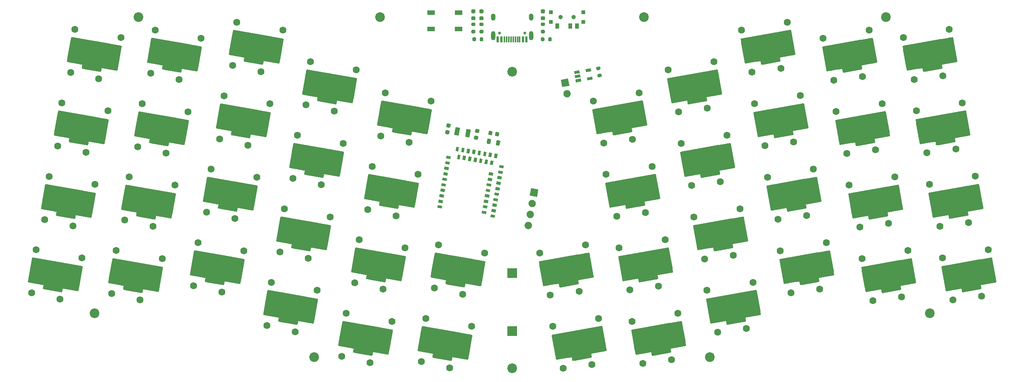
<source format=gbr>
%TF.GenerationSoftware,KiCad,Pcbnew,(5.1.10)-1*%
%TF.CreationDate,2021-11-02T21:32:16-06:00*%
%TF.ProjectId,VColChoc44,56436f6c-4368-46f6-9334-342e6b696361,rev?*%
%TF.SameCoordinates,Original*%
%TF.FileFunction,Soldermask,Bot*%
%TF.FilePolarity,Negative*%
%FSLAX46Y46*%
G04 Gerber Fmt 4.6, Leading zero omitted, Abs format (unit mm)*
G04 Created by KiCad (PCBNEW (5.1.10)-1) date 2021-11-02 21:32:16*
%MOMM*%
%LPD*%
G01*
G04 APERTURE LIST*
%ADD10C,1.600000*%
%ADD11R,0.600000X1.450000*%
%ADD12R,0.300000X1.450000*%
%ADD13O,1.000000X2.100000*%
%ADD14C,0.650000*%
%ADD15O,1.000000X1.600000*%
%ADD16C,0.100000*%
%ADD17C,2.200000*%
%ADD18R,1.800000X1.100000*%
%ADD19R,0.900000X0.900000*%
%ADD20R,0.900000X1.250000*%
%ADD21C,1.000000*%
%ADD22R,2.200000X2.200000*%
G04 APERTURE END LIST*
D10*
%TO.C,U44*%
X247853690Y-117378498D03*
X258292652Y-115537828D03*
X250273186Y-126953828D03*
X256805315Y-126106665D03*
G36*
G01*
X248136875Y-122151842D02*
X248136875Y-122151842D01*
G75*
G02*
X250489237Y-118792320I2855942J503580D01*
G01*
X256299603Y-117767796D01*
G75*
G02*
X259659125Y-120120158I503580J-2855942D01*
G01*
X259659125Y-120120158D01*
G75*
G02*
X257306763Y-123479680I-2855942J-503580D01*
G01*
X251496397Y-124504204D01*
G75*
G02*
X248136875Y-122151842I-503580J2855942D01*
G01*
G37*
G36*
G01*
X247659342Y-119443620D02*
X247659342Y-119443620D01*
G75*
G02*
X247781016Y-119269852I147721J26047D01*
G01*
X259007824Y-117290262D01*
G75*
G02*
X259181592Y-117411936I26047J-147721D01*
G01*
X259181592Y-117411936D01*
G75*
G02*
X259059918Y-117585704I-147721J-26047D01*
G01*
X247833110Y-119565294D01*
G75*
G02*
X247659342Y-119443620I-26047J147721D01*
G01*
G37*
G36*
G01*
X252489766Y-125242930D02*
X252489766Y-125242930D01*
G75*
G02*
X252315998Y-125121256I-26047J147721D01*
G01*
X252177080Y-124333410D01*
G75*
G02*
X252298754Y-124159642I147721J26047D01*
G01*
X252298754Y-124159642D01*
G75*
G02*
X252472522Y-124281316I26047J-147721D01*
G01*
X252611440Y-125069162D01*
G75*
G02*
X252489766Y-125242930I-147721J-26047D01*
G01*
G37*
G36*
G01*
X260014983Y-123002147D02*
X260014983Y-123002147D01*
G75*
G02*
X259841215Y-122880473I-26047J147721D01*
G01*
X258886151Y-117464031D01*
G75*
G02*
X259007825Y-117290263I147721J26047D01*
G01*
X259007825Y-117290263D01*
G75*
G02*
X259181593Y-117411937I26047J-147721D01*
G01*
X260136657Y-122828379D01*
G75*
G02*
X260014983Y-123002147I-147721J-26047D01*
G01*
G37*
G36*
G01*
X256625958Y-124513608D02*
X256625958Y-124513608D01*
G75*
G02*
X256452190Y-124391934I-26047J147721D01*
G01*
X256313272Y-123604088D01*
G75*
G02*
X256434946Y-123430320I147721J26047D01*
G01*
X256434946Y-123430320D01*
G75*
G02*
X256608714Y-123551994I26047J-147721D01*
G01*
X256747632Y-124339840D01*
G75*
G02*
X256625958Y-124513608I-147721J-26047D01*
G01*
G37*
G36*
G01*
X248614407Y-124860063D02*
X248614407Y-124860063D01*
G75*
G02*
X248736081Y-124686295I147721J26047D01*
G01*
X259962889Y-122706705D01*
G75*
G02*
X260136657Y-122828379I26047J-147721D01*
G01*
X260136657Y-122828379D01*
G75*
G02*
X260014983Y-123002147I-147721J-26047D01*
G01*
X248788175Y-124981737D01*
G75*
G02*
X248614407Y-124860063I-26047J147721D01*
G01*
G37*
G36*
G01*
X252315998Y-125121256D02*
X252315998Y-125121256D01*
G75*
G02*
X252437672Y-124947488I147721J26047D01*
G01*
X256573864Y-124218166D01*
G75*
G02*
X256747632Y-124339840I26047J-147721D01*
G01*
X256747632Y-124339840D01*
G75*
G02*
X256625958Y-124513608I-147721J-26047D01*
G01*
X252489766Y-125242930D01*
G75*
G02*
X252315998Y-125121256I-26047J147721D01*
G01*
G37*
G36*
G01*
X248466806Y-124022976D02*
X247806942Y-120280706D01*
G75*
G02*
X248618102Y-119122250I984808J173648D01*
G01*
X248618102Y-119122250D01*
G75*
G02*
X249776558Y-119933410I173648J-984808D01*
G01*
X250436422Y-123675680D01*
G75*
G02*
X249625262Y-124834136I-984808J-173648D01*
G01*
X249625262Y-124834136D01*
G75*
G02*
X248466806Y-124022976I-173648J984808D01*
G01*
G37*
G36*
G01*
X252255221Y-124776573D02*
X252255221Y-124776573D01*
G75*
G02*
X252660801Y-124197345I492404J86824D01*
G01*
X256107629Y-123589577D01*
G75*
G02*
X256686857Y-123995157I86824J-492404D01*
G01*
X256686857Y-123995157D01*
G75*
G02*
X256281277Y-124574385I-492404J-86824D01*
G01*
X252834449Y-125182153D01*
G75*
G02*
X252255221Y-124776573I-86824J492404D01*
G01*
G37*
G36*
G01*
X258019441Y-122338589D02*
X257359577Y-118596319D01*
G75*
G02*
X258170737Y-117437863I984808J173648D01*
G01*
X258170737Y-117437863D01*
G75*
G02*
X259329193Y-118249023I173648J-984808D01*
G01*
X259989057Y-121991293D01*
G75*
G02*
X259177897Y-123149749I-984808J-173648D01*
G01*
X259177897Y-123149749D01*
G75*
G02*
X258019441Y-122338589I-173648J984808D01*
G01*
G37*
G36*
G01*
X248788174Y-124981736D02*
X248788174Y-124981736D01*
G75*
G02*
X248614406Y-124860062I-26047J147721D01*
G01*
X247659342Y-119443620D01*
G75*
G02*
X247781016Y-119269852I147721J26047D01*
G01*
X247781016Y-119269852D01*
G75*
G02*
X247954784Y-119391526I26047J-147721D01*
G01*
X248909848Y-124807968D01*
G75*
G02*
X248788174Y-124981736I-147721J-26047D01*
G01*
G37*
%TD*%
%TO.C,U32*%
X226654690Y-100807498D03*
X237093652Y-98966828D03*
X229074186Y-110382828D03*
X235606315Y-109535665D03*
G36*
G01*
X226937875Y-105580842D02*
X226937875Y-105580842D01*
G75*
G02*
X229290237Y-102221320I2855942J503580D01*
G01*
X235100603Y-101196796D01*
G75*
G02*
X238460125Y-103549158I503580J-2855942D01*
G01*
X238460125Y-103549158D01*
G75*
G02*
X236107763Y-106908680I-2855942J-503580D01*
G01*
X230297397Y-107933204D01*
G75*
G02*
X226937875Y-105580842I-503580J2855942D01*
G01*
G37*
G36*
G01*
X226460342Y-102872620D02*
X226460342Y-102872620D01*
G75*
G02*
X226582016Y-102698852I147721J26047D01*
G01*
X237808824Y-100719262D01*
G75*
G02*
X237982592Y-100840936I26047J-147721D01*
G01*
X237982592Y-100840936D01*
G75*
G02*
X237860918Y-101014704I-147721J-26047D01*
G01*
X226634110Y-102994294D01*
G75*
G02*
X226460342Y-102872620I-26047J147721D01*
G01*
G37*
G36*
G01*
X231290766Y-108671930D02*
X231290766Y-108671930D01*
G75*
G02*
X231116998Y-108550256I-26047J147721D01*
G01*
X230978080Y-107762410D01*
G75*
G02*
X231099754Y-107588642I147721J26047D01*
G01*
X231099754Y-107588642D01*
G75*
G02*
X231273522Y-107710316I26047J-147721D01*
G01*
X231412440Y-108498162D01*
G75*
G02*
X231290766Y-108671930I-147721J-26047D01*
G01*
G37*
G36*
G01*
X238815983Y-106431147D02*
X238815983Y-106431147D01*
G75*
G02*
X238642215Y-106309473I-26047J147721D01*
G01*
X237687151Y-100893031D01*
G75*
G02*
X237808825Y-100719263I147721J26047D01*
G01*
X237808825Y-100719263D01*
G75*
G02*
X237982593Y-100840937I26047J-147721D01*
G01*
X238937657Y-106257379D01*
G75*
G02*
X238815983Y-106431147I-147721J-26047D01*
G01*
G37*
G36*
G01*
X235426958Y-107942608D02*
X235426958Y-107942608D01*
G75*
G02*
X235253190Y-107820934I-26047J147721D01*
G01*
X235114272Y-107033088D01*
G75*
G02*
X235235946Y-106859320I147721J26047D01*
G01*
X235235946Y-106859320D01*
G75*
G02*
X235409714Y-106980994I26047J-147721D01*
G01*
X235548632Y-107768840D01*
G75*
G02*
X235426958Y-107942608I-147721J-26047D01*
G01*
G37*
G36*
G01*
X227415407Y-108289063D02*
X227415407Y-108289063D01*
G75*
G02*
X227537081Y-108115295I147721J26047D01*
G01*
X238763889Y-106135705D01*
G75*
G02*
X238937657Y-106257379I26047J-147721D01*
G01*
X238937657Y-106257379D01*
G75*
G02*
X238815983Y-106431147I-147721J-26047D01*
G01*
X227589175Y-108410737D01*
G75*
G02*
X227415407Y-108289063I-26047J147721D01*
G01*
G37*
G36*
G01*
X231116998Y-108550256D02*
X231116998Y-108550256D01*
G75*
G02*
X231238672Y-108376488I147721J26047D01*
G01*
X235374864Y-107647166D01*
G75*
G02*
X235548632Y-107768840I26047J-147721D01*
G01*
X235548632Y-107768840D01*
G75*
G02*
X235426958Y-107942608I-147721J-26047D01*
G01*
X231290766Y-108671930D01*
G75*
G02*
X231116998Y-108550256I-26047J147721D01*
G01*
G37*
G36*
G01*
X227267806Y-107451976D02*
X226607942Y-103709706D01*
G75*
G02*
X227419102Y-102551250I984808J173648D01*
G01*
X227419102Y-102551250D01*
G75*
G02*
X228577558Y-103362410I173648J-984808D01*
G01*
X229237422Y-107104680D01*
G75*
G02*
X228426262Y-108263136I-984808J-173648D01*
G01*
X228426262Y-108263136D01*
G75*
G02*
X227267806Y-107451976I-173648J984808D01*
G01*
G37*
G36*
G01*
X231056221Y-108205573D02*
X231056221Y-108205573D01*
G75*
G02*
X231461801Y-107626345I492404J86824D01*
G01*
X234908629Y-107018577D01*
G75*
G02*
X235487857Y-107424157I86824J-492404D01*
G01*
X235487857Y-107424157D01*
G75*
G02*
X235082277Y-108003385I-492404J-86824D01*
G01*
X231635449Y-108611153D01*
G75*
G02*
X231056221Y-108205573I-86824J492404D01*
G01*
G37*
G36*
G01*
X236820441Y-105767589D02*
X236160577Y-102025319D01*
G75*
G02*
X236971737Y-100866863I984808J173648D01*
G01*
X236971737Y-100866863D01*
G75*
G02*
X238130193Y-101678023I173648J-984808D01*
G01*
X238790057Y-105420293D01*
G75*
G02*
X237978897Y-106578749I-984808J-173648D01*
G01*
X237978897Y-106578749D01*
G75*
G02*
X236820441Y-105767589I-173648J984808D01*
G01*
G37*
G36*
G01*
X227589174Y-108410736D02*
X227589174Y-108410736D01*
G75*
G02*
X227415406Y-108289062I-26047J147721D01*
G01*
X226460342Y-102872620D01*
G75*
G02*
X226582016Y-102698852I147721J26047D01*
G01*
X226582016Y-102698852D01*
G75*
G02*
X226755784Y-102820526I26047J-147721D01*
G01*
X227710848Y-108236968D01*
G75*
G02*
X227589174Y-108410736I-147721J-26047D01*
G01*
G37*
%TD*%
%TO.C,U43*%
X229606690Y-117549498D03*
X240045652Y-115708828D03*
X232026186Y-127124828D03*
X238558315Y-126277665D03*
G36*
G01*
X229889875Y-122322842D02*
X229889875Y-122322842D01*
G75*
G02*
X232242237Y-118963320I2855942J503580D01*
G01*
X238052603Y-117938796D01*
G75*
G02*
X241412125Y-120291158I503580J-2855942D01*
G01*
X241412125Y-120291158D01*
G75*
G02*
X239059763Y-123650680I-2855942J-503580D01*
G01*
X233249397Y-124675204D01*
G75*
G02*
X229889875Y-122322842I-503580J2855942D01*
G01*
G37*
G36*
G01*
X229412342Y-119614620D02*
X229412342Y-119614620D01*
G75*
G02*
X229534016Y-119440852I147721J26047D01*
G01*
X240760824Y-117461262D01*
G75*
G02*
X240934592Y-117582936I26047J-147721D01*
G01*
X240934592Y-117582936D01*
G75*
G02*
X240812918Y-117756704I-147721J-26047D01*
G01*
X229586110Y-119736294D01*
G75*
G02*
X229412342Y-119614620I-26047J147721D01*
G01*
G37*
G36*
G01*
X234242766Y-125413930D02*
X234242766Y-125413930D01*
G75*
G02*
X234068998Y-125292256I-26047J147721D01*
G01*
X233930080Y-124504410D01*
G75*
G02*
X234051754Y-124330642I147721J26047D01*
G01*
X234051754Y-124330642D01*
G75*
G02*
X234225522Y-124452316I26047J-147721D01*
G01*
X234364440Y-125240162D01*
G75*
G02*
X234242766Y-125413930I-147721J-26047D01*
G01*
G37*
G36*
G01*
X241767983Y-123173147D02*
X241767983Y-123173147D01*
G75*
G02*
X241594215Y-123051473I-26047J147721D01*
G01*
X240639151Y-117635031D01*
G75*
G02*
X240760825Y-117461263I147721J26047D01*
G01*
X240760825Y-117461263D01*
G75*
G02*
X240934593Y-117582937I26047J-147721D01*
G01*
X241889657Y-122999379D01*
G75*
G02*
X241767983Y-123173147I-147721J-26047D01*
G01*
G37*
G36*
G01*
X238378958Y-124684608D02*
X238378958Y-124684608D01*
G75*
G02*
X238205190Y-124562934I-26047J147721D01*
G01*
X238066272Y-123775088D01*
G75*
G02*
X238187946Y-123601320I147721J26047D01*
G01*
X238187946Y-123601320D01*
G75*
G02*
X238361714Y-123722994I26047J-147721D01*
G01*
X238500632Y-124510840D01*
G75*
G02*
X238378958Y-124684608I-147721J-26047D01*
G01*
G37*
G36*
G01*
X230367407Y-125031063D02*
X230367407Y-125031063D01*
G75*
G02*
X230489081Y-124857295I147721J26047D01*
G01*
X241715889Y-122877705D01*
G75*
G02*
X241889657Y-122999379I26047J-147721D01*
G01*
X241889657Y-122999379D01*
G75*
G02*
X241767983Y-123173147I-147721J-26047D01*
G01*
X230541175Y-125152737D01*
G75*
G02*
X230367407Y-125031063I-26047J147721D01*
G01*
G37*
G36*
G01*
X234068998Y-125292256D02*
X234068998Y-125292256D01*
G75*
G02*
X234190672Y-125118488I147721J26047D01*
G01*
X238326864Y-124389166D01*
G75*
G02*
X238500632Y-124510840I26047J-147721D01*
G01*
X238500632Y-124510840D01*
G75*
G02*
X238378958Y-124684608I-147721J-26047D01*
G01*
X234242766Y-125413930D01*
G75*
G02*
X234068998Y-125292256I-26047J147721D01*
G01*
G37*
G36*
G01*
X230219806Y-124193976D02*
X229559942Y-120451706D01*
G75*
G02*
X230371102Y-119293250I984808J173648D01*
G01*
X230371102Y-119293250D01*
G75*
G02*
X231529558Y-120104410I173648J-984808D01*
G01*
X232189422Y-123846680D01*
G75*
G02*
X231378262Y-125005136I-984808J-173648D01*
G01*
X231378262Y-125005136D01*
G75*
G02*
X230219806Y-124193976I-173648J984808D01*
G01*
G37*
G36*
G01*
X234008221Y-124947573D02*
X234008221Y-124947573D01*
G75*
G02*
X234413801Y-124368345I492404J86824D01*
G01*
X237860629Y-123760577D01*
G75*
G02*
X238439857Y-124166157I86824J-492404D01*
G01*
X238439857Y-124166157D01*
G75*
G02*
X238034277Y-124745385I-492404J-86824D01*
G01*
X234587449Y-125353153D01*
G75*
G02*
X234008221Y-124947573I-86824J492404D01*
G01*
G37*
G36*
G01*
X239772441Y-122509589D02*
X239112577Y-118767319D01*
G75*
G02*
X239923737Y-117608863I984808J173648D01*
G01*
X239923737Y-117608863D01*
G75*
G02*
X241082193Y-118420023I173648J-984808D01*
G01*
X241742057Y-122162293D01*
G75*
G02*
X240930897Y-123320749I-984808J-173648D01*
G01*
X240930897Y-123320749D01*
G75*
G02*
X239772441Y-122509589I-173648J984808D01*
G01*
G37*
G36*
G01*
X230541174Y-125152736D02*
X230541174Y-125152736D01*
G75*
G02*
X230367406Y-125031062I-26047J147721D01*
G01*
X229412342Y-119614620D01*
G75*
G02*
X229534016Y-119440852I147721J26047D01*
G01*
X229534016Y-119440852D01*
G75*
G02*
X229707784Y-119562526I26047J-147721D01*
G01*
X230662848Y-124978968D01*
G75*
G02*
X230541174Y-125152736I-147721J-26047D01*
G01*
G37*
%TD*%
%TO.C,U42*%
X211011690Y-115751498D03*
X221450652Y-113910828D03*
X213431186Y-125326828D03*
X219963315Y-124479665D03*
G36*
G01*
X211294875Y-120524842D02*
X211294875Y-120524842D01*
G75*
G02*
X213647237Y-117165320I2855942J503580D01*
G01*
X219457603Y-116140796D01*
G75*
G02*
X222817125Y-118493158I503580J-2855942D01*
G01*
X222817125Y-118493158D01*
G75*
G02*
X220464763Y-121852680I-2855942J-503580D01*
G01*
X214654397Y-122877204D01*
G75*
G02*
X211294875Y-120524842I-503580J2855942D01*
G01*
G37*
G36*
G01*
X210817342Y-117816620D02*
X210817342Y-117816620D01*
G75*
G02*
X210939016Y-117642852I147721J26047D01*
G01*
X222165824Y-115663262D01*
G75*
G02*
X222339592Y-115784936I26047J-147721D01*
G01*
X222339592Y-115784936D01*
G75*
G02*
X222217918Y-115958704I-147721J-26047D01*
G01*
X210991110Y-117938294D01*
G75*
G02*
X210817342Y-117816620I-26047J147721D01*
G01*
G37*
G36*
G01*
X215647766Y-123615930D02*
X215647766Y-123615930D01*
G75*
G02*
X215473998Y-123494256I-26047J147721D01*
G01*
X215335080Y-122706410D01*
G75*
G02*
X215456754Y-122532642I147721J26047D01*
G01*
X215456754Y-122532642D01*
G75*
G02*
X215630522Y-122654316I26047J-147721D01*
G01*
X215769440Y-123442162D01*
G75*
G02*
X215647766Y-123615930I-147721J-26047D01*
G01*
G37*
G36*
G01*
X223172983Y-121375147D02*
X223172983Y-121375147D01*
G75*
G02*
X222999215Y-121253473I-26047J147721D01*
G01*
X222044151Y-115837031D01*
G75*
G02*
X222165825Y-115663263I147721J26047D01*
G01*
X222165825Y-115663263D01*
G75*
G02*
X222339593Y-115784937I26047J-147721D01*
G01*
X223294657Y-121201379D01*
G75*
G02*
X223172983Y-121375147I-147721J-26047D01*
G01*
G37*
G36*
G01*
X219783958Y-122886608D02*
X219783958Y-122886608D01*
G75*
G02*
X219610190Y-122764934I-26047J147721D01*
G01*
X219471272Y-121977088D01*
G75*
G02*
X219592946Y-121803320I147721J26047D01*
G01*
X219592946Y-121803320D01*
G75*
G02*
X219766714Y-121924994I26047J-147721D01*
G01*
X219905632Y-122712840D01*
G75*
G02*
X219783958Y-122886608I-147721J-26047D01*
G01*
G37*
G36*
G01*
X211772407Y-123233063D02*
X211772407Y-123233063D01*
G75*
G02*
X211894081Y-123059295I147721J26047D01*
G01*
X223120889Y-121079705D01*
G75*
G02*
X223294657Y-121201379I26047J-147721D01*
G01*
X223294657Y-121201379D01*
G75*
G02*
X223172983Y-121375147I-147721J-26047D01*
G01*
X211946175Y-123354737D01*
G75*
G02*
X211772407Y-123233063I-26047J147721D01*
G01*
G37*
G36*
G01*
X215473998Y-123494256D02*
X215473998Y-123494256D01*
G75*
G02*
X215595672Y-123320488I147721J26047D01*
G01*
X219731864Y-122591166D01*
G75*
G02*
X219905632Y-122712840I26047J-147721D01*
G01*
X219905632Y-122712840D01*
G75*
G02*
X219783958Y-122886608I-147721J-26047D01*
G01*
X215647766Y-123615930D01*
G75*
G02*
X215473998Y-123494256I-26047J147721D01*
G01*
G37*
G36*
G01*
X211624806Y-122395976D02*
X210964942Y-118653706D01*
G75*
G02*
X211776102Y-117495250I984808J173648D01*
G01*
X211776102Y-117495250D01*
G75*
G02*
X212934558Y-118306410I173648J-984808D01*
G01*
X213594422Y-122048680D01*
G75*
G02*
X212783262Y-123207136I-984808J-173648D01*
G01*
X212783262Y-123207136D01*
G75*
G02*
X211624806Y-122395976I-173648J984808D01*
G01*
G37*
G36*
G01*
X215413221Y-123149573D02*
X215413221Y-123149573D01*
G75*
G02*
X215818801Y-122570345I492404J86824D01*
G01*
X219265629Y-121962577D01*
G75*
G02*
X219844857Y-122368157I86824J-492404D01*
G01*
X219844857Y-122368157D01*
G75*
G02*
X219439277Y-122947385I-492404J-86824D01*
G01*
X215992449Y-123555153D01*
G75*
G02*
X215413221Y-123149573I-86824J492404D01*
G01*
G37*
G36*
G01*
X221177441Y-120711589D02*
X220517577Y-116969319D01*
G75*
G02*
X221328737Y-115810863I984808J173648D01*
G01*
X221328737Y-115810863D01*
G75*
G02*
X222487193Y-116622023I173648J-984808D01*
G01*
X223147057Y-120364293D01*
G75*
G02*
X222335897Y-121522749I-984808J-173648D01*
G01*
X222335897Y-121522749D01*
G75*
G02*
X221177441Y-120711589I-173648J984808D01*
G01*
G37*
G36*
G01*
X211946174Y-123354736D02*
X211946174Y-123354736D01*
G75*
G02*
X211772406Y-123233062I-26047J147721D01*
G01*
X210817342Y-117816620D01*
G75*
G02*
X210939016Y-117642852I147721J26047D01*
G01*
X210939016Y-117642852D01*
G75*
G02*
X211112784Y-117764526I26047J-147721D01*
G01*
X212067848Y-123180968D01*
G75*
G02*
X211946174Y-123354736I-147721J-26047D01*
G01*
G37*
%TD*%
%TO.C,U41*%
X194326690Y-124785498D03*
X204765652Y-122944828D03*
X196746186Y-134360828D03*
X203278315Y-133513665D03*
G36*
G01*
X194609875Y-129558842D02*
X194609875Y-129558842D01*
G75*
G02*
X196962237Y-126199320I2855942J503580D01*
G01*
X202772603Y-125174796D01*
G75*
G02*
X206132125Y-127527158I503580J-2855942D01*
G01*
X206132125Y-127527158D01*
G75*
G02*
X203779763Y-130886680I-2855942J-503580D01*
G01*
X197969397Y-131911204D01*
G75*
G02*
X194609875Y-129558842I-503580J2855942D01*
G01*
G37*
G36*
G01*
X194132342Y-126850620D02*
X194132342Y-126850620D01*
G75*
G02*
X194254016Y-126676852I147721J26047D01*
G01*
X205480824Y-124697262D01*
G75*
G02*
X205654592Y-124818936I26047J-147721D01*
G01*
X205654592Y-124818936D01*
G75*
G02*
X205532918Y-124992704I-147721J-26047D01*
G01*
X194306110Y-126972294D01*
G75*
G02*
X194132342Y-126850620I-26047J147721D01*
G01*
G37*
G36*
G01*
X198962766Y-132649930D02*
X198962766Y-132649930D01*
G75*
G02*
X198788998Y-132528256I-26047J147721D01*
G01*
X198650080Y-131740410D01*
G75*
G02*
X198771754Y-131566642I147721J26047D01*
G01*
X198771754Y-131566642D01*
G75*
G02*
X198945522Y-131688316I26047J-147721D01*
G01*
X199084440Y-132476162D01*
G75*
G02*
X198962766Y-132649930I-147721J-26047D01*
G01*
G37*
G36*
G01*
X206487983Y-130409147D02*
X206487983Y-130409147D01*
G75*
G02*
X206314215Y-130287473I-26047J147721D01*
G01*
X205359151Y-124871031D01*
G75*
G02*
X205480825Y-124697263I147721J26047D01*
G01*
X205480825Y-124697263D01*
G75*
G02*
X205654593Y-124818937I26047J-147721D01*
G01*
X206609657Y-130235379D01*
G75*
G02*
X206487983Y-130409147I-147721J-26047D01*
G01*
G37*
G36*
G01*
X203098958Y-131920608D02*
X203098958Y-131920608D01*
G75*
G02*
X202925190Y-131798934I-26047J147721D01*
G01*
X202786272Y-131011088D01*
G75*
G02*
X202907946Y-130837320I147721J26047D01*
G01*
X202907946Y-130837320D01*
G75*
G02*
X203081714Y-130958994I26047J-147721D01*
G01*
X203220632Y-131746840D01*
G75*
G02*
X203098958Y-131920608I-147721J-26047D01*
G01*
G37*
G36*
G01*
X195087407Y-132267063D02*
X195087407Y-132267063D01*
G75*
G02*
X195209081Y-132093295I147721J26047D01*
G01*
X206435889Y-130113705D01*
G75*
G02*
X206609657Y-130235379I26047J-147721D01*
G01*
X206609657Y-130235379D01*
G75*
G02*
X206487983Y-130409147I-147721J-26047D01*
G01*
X195261175Y-132388737D01*
G75*
G02*
X195087407Y-132267063I-26047J147721D01*
G01*
G37*
G36*
G01*
X198788998Y-132528256D02*
X198788998Y-132528256D01*
G75*
G02*
X198910672Y-132354488I147721J26047D01*
G01*
X203046864Y-131625166D01*
G75*
G02*
X203220632Y-131746840I26047J-147721D01*
G01*
X203220632Y-131746840D01*
G75*
G02*
X203098958Y-131920608I-147721J-26047D01*
G01*
X198962766Y-132649930D01*
G75*
G02*
X198788998Y-132528256I-26047J147721D01*
G01*
G37*
G36*
G01*
X194939806Y-131429976D02*
X194279942Y-127687706D01*
G75*
G02*
X195091102Y-126529250I984808J173648D01*
G01*
X195091102Y-126529250D01*
G75*
G02*
X196249558Y-127340410I173648J-984808D01*
G01*
X196909422Y-131082680D01*
G75*
G02*
X196098262Y-132241136I-984808J-173648D01*
G01*
X196098262Y-132241136D01*
G75*
G02*
X194939806Y-131429976I-173648J984808D01*
G01*
G37*
G36*
G01*
X198728221Y-132183573D02*
X198728221Y-132183573D01*
G75*
G02*
X199133801Y-131604345I492404J86824D01*
G01*
X202580629Y-130996577D01*
G75*
G02*
X203159857Y-131402157I86824J-492404D01*
G01*
X203159857Y-131402157D01*
G75*
G02*
X202754277Y-131981385I-492404J-86824D01*
G01*
X199307449Y-132589153D01*
G75*
G02*
X198728221Y-132183573I-86824J492404D01*
G01*
G37*
G36*
G01*
X204492441Y-129745589D02*
X203832577Y-126003319D01*
G75*
G02*
X204643737Y-124844863I984808J173648D01*
G01*
X204643737Y-124844863D01*
G75*
G02*
X205802193Y-125656023I173648J-984808D01*
G01*
X206462057Y-129398293D01*
G75*
G02*
X205650897Y-130556749I-984808J-173648D01*
G01*
X205650897Y-130556749D01*
G75*
G02*
X204492441Y-129745589I-173648J984808D01*
G01*
G37*
G36*
G01*
X195261174Y-132388736D02*
X195261174Y-132388736D01*
G75*
G02*
X195087406Y-132267062I-26047J147721D01*
G01*
X194132342Y-126850620D01*
G75*
G02*
X194254016Y-126676852I147721J26047D01*
G01*
X194254016Y-126676852D01*
G75*
G02*
X194427784Y-126798526I26047J-147721D01*
G01*
X195382848Y-132214968D01*
G75*
G02*
X195261174Y-132388736I-147721J-26047D01*
G01*
G37*
%TD*%
%TO.C,U40*%
X177294690Y-131850498D03*
X187733652Y-130009828D03*
X179714186Y-141425828D03*
X186246315Y-140578665D03*
G36*
G01*
X177577875Y-136623842D02*
X177577875Y-136623842D01*
G75*
G02*
X179930237Y-133264320I2855942J503580D01*
G01*
X185740603Y-132239796D01*
G75*
G02*
X189100125Y-134592158I503580J-2855942D01*
G01*
X189100125Y-134592158D01*
G75*
G02*
X186747763Y-137951680I-2855942J-503580D01*
G01*
X180937397Y-138976204D01*
G75*
G02*
X177577875Y-136623842I-503580J2855942D01*
G01*
G37*
G36*
G01*
X177100342Y-133915620D02*
X177100342Y-133915620D01*
G75*
G02*
X177222016Y-133741852I147721J26047D01*
G01*
X188448824Y-131762262D01*
G75*
G02*
X188622592Y-131883936I26047J-147721D01*
G01*
X188622592Y-131883936D01*
G75*
G02*
X188500918Y-132057704I-147721J-26047D01*
G01*
X177274110Y-134037294D01*
G75*
G02*
X177100342Y-133915620I-26047J147721D01*
G01*
G37*
G36*
G01*
X181930766Y-139714930D02*
X181930766Y-139714930D01*
G75*
G02*
X181756998Y-139593256I-26047J147721D01*
G01*
X181618080Y-138805410D01*
G75*
G02*
X181739754Y-138631642I147721J26047D01*
G01*
X181739754Y-138631642D01*
G75*
G02*
X181913522Y-138753316I26047J-147721D01*
G01*
X182052440Y-139541162D01*
G75*
G02*
X181930766Y-139714930I-147721J-26047D01*
G01*
G37*
G36*
G01*
X189455983Y-137474147D02*
X189455983Y-137474147D01*
G75*
G02*
X189282215Y-137352473I-26047J147721D01*
G01*
X188327151Y-131936031D01*
G75*
G02*
X188448825Y-131762263I147721J26047D01*
G01*
X188448825Y-131762263D01*
G75*
G02*
X188622593Y-131883937I26047J-147721D01*
G01*
X189577657Y-137300379D01*
G75*
G02*
X189455983Y-137474147I-147721J-26047D01*
G01*
G37*
G36*
G01*
X186066958Y-138985608D02*
X186066958Y-138985608D01*
G75*
G02*
X185893190Y-138863934I-26047J147721D01*
G01*
X185754272Y-138076088D01*
G75*
G02*
X185875946Y-137902320I147721J26047D01*
G01*
X185875946Y-137902320D01*
G75*
G02*
X186049714Y-138023994I26047J-147721D01*
G01*
X186188632Y-138811840D01*
G75*
G02*
X186066958Y-138985608I-147721J-26047D01*
G01*
G37*
G36*
G01*
X178055407Y-139332063D02*
X178055407Y-139332063D01*
G75*
G02*
X178177081Y-139158295I147721J26047D01*
G01*
X189403889Y-137178705D01*
G75*
G02*
X189577657Y-137300379I26047J-147721D01*
G01*
X189577657Y-137300379D01*
G75*
G02*
X189455983Y-137474147I-147721J-26047D01*
G01*
X178229175Y-139453737D01*
G75*
G02*
X178055407Y-139332063I-26047J147721D01*
G01*
G37*
G36*
G01*
X181756998Y-139593256D02*
X181756998Y-139593256D01*
G75*
G02*
X181878672Y-139419488I147721J26047D01*
G01*
X186014864Y-138690166D01*
G75*
G02*
X186188632Y-138811840I26047J-147721D01*
G01*
X186188632Y-138811840D01*
G75*
G02*
X186066958Y-138985608I-147721J-26047D01*
G01*
X181930766Y-139714930D01*
G75*
G02*
X181756998Y-139593256I-26047J147721D01*
G01*
G37*
G36*
G01*
X177907806Y-138494976D02*
X177247942Y-134752706D01*
G75*
G02*
X178059102Y-133594250I984808J173648D01*
G01*
X178059102Y-133594250D01*
G75*
G02*
X179217558Y-134405410I173648J-984808D01*
G01*
X179877422Y-138147680D01*
G75*
G02*
X179066262Y-139306136I-984808J-173648D01*
G01*
X179066262Y-139306136D01*
G75*
G02*
X177907806Y-138494976I-173648J984808D01*
G01*
G37*
G36*
G01*
X181696221Y-139248573D02*
X181696221Y-139248573D01*
G75*
G02*
X182101801Y-138669345I492404J86824D01*
G01*
X185548629Y-138061577D01*
G75*
G02*
X186127857Y-138467157I86824J-492404D01*
G01*
X186127857Y-138467157D01*
G75*
G02*
X185722277Y-139046385I-492404J-86824D01*
G01*
X182275449Y-139654153D01*
G75*
G02*
X181696221Y-139248573I-86824J492404D01*
G01*
G37*
G36*
G01*
X187460441Y-136810589D02*
X186800577Y-133068319D01*
G75*
G02*
X187611737Y-131909863I984808J173648D01*
G01*
X187611737Y-131909863D01*
G75*
G02*
X188770193Y-132721023I173648J-984808D01*
G01*
X189430057Y-136463293D01*
G75*
G02*
X188618897Y-137621749I-984808J-173648D01*
G01*
X188618897Y-137621749D01*
G75*
G02*
X187460441Y-136810589I-173648J984808D01*
G01*
G37*
G36*
G01*
X178229174Y-139453736D02*
X178229174Y-139453736D01*
G75*
G02*
X178055406Y-139332062I-26047J147721D01*
G01*
X177100342Y-133915620D01*
G75*
G02*
X177222016Y-133741852I147721J26047D01*
G01*
X177222016Y-133741852D01*
G75*
G02*
X177395784Y-133863526I26047J-147721D01*
G01*
X178350848Y-139279968D01*
G75*
G02*
X178229174Y-139453736I-147721J-26047D01*
G01*
G37*
%TD*%
%TO.C,U39*%
X159220690Y-133006498D03*
X169659652Y-131165828D03*
X161640186Y-142581828D03*
X168172315Y-141734665D03*
G36*
G01*
X159503875Y-137779842D02*
X159503875Y-137779842D01*
G75*
G02*
X161856237Y-134420320I2855942J503580D01*
G01*
X167666603Y-133395796D01*
G75*
G02*
X171026125Y-135748158I503580J-2855942D01*
G01*
X171026125Y-135748158D01*
G75*
G02*
X168673763Y-139107680I-2855942J-503580D01*
G01*
X162863397Y-140132204D01*
G75*
G02*
X159503875Y-137779842I-503580J2855942D01*
G01*
G37*
G36*
G01*
X159026342Y-135071620D02*
X159026342Y-135071620D01*
G75*
G02*
X159148016Y-134897852I147721J26047D01*
G01*
X170374824Y-132918262D01*
G75*
G02*
X170548592Y-133039936I26047J-147721D01*
G01*
X170548592Y-133039936D01*
G75*
G02*
X170426918Y-133213704I-147721J-26047D01*
G01*
X159200110Y-135193294D01*
G75*
G02*
X159026342Y-135071620I-26047J147721D01*
G01*
G37*
G36*
G01*
X163856766Y-140870930D02*
X163856766Y-140870930D01*
G75*
G02*
X163682998Y-140749256I-26047J147721D01*
G01*
X163544080Y-139961410D01*
G75*
G02*
X163665754Y-139787642I147721J26047D01*
G01*
X163665754Y-139787642D01*
G75*
G02*
X163839522Y-139909316I26047J-147721D01*
G01*
X163978440Y-140697162D01*
G75*
G02*
X163856766Y-140870930I-147721J-26047D01*
G01*
G37*
G36*
G01*
X171381983Y-138630147D02*
X171381983Y-138630147D01*
G75*
G02*
X171208215Y-138508473I-26047J147721D01*
G01*
X170253151Y-133092031D01*
G75*
G02*
X170374825Y-132918263I147721J26047D01*
G01*
X170374825Y-132918263D01*
G75*
G02*
X170548593Y-133039937I26047J-147721D01*
G01*
X171503657Y-138456379D01*
G75*
G02*
X171381983Y-138630147I-147721J-26047D01*
G01*
G37*
G36*
G01*
X167992958Y-140141608D02*
X167992958Y-140141608D01*
G75*
G02*
X167819190Y-140019934I-26047J147721D01*
G01*
X167680272Y-139232088D01*
G75*
G02*
X167801946Y-139058320I147721J26047D01*
G01*
X167801946Y-139058320D01*
G75*
G02*
X167975714Y-139179994I26047J-147721D01*
G01*
X168114632Y-139967840D01*
G75*
G02*
X167992958Y-140141608I-147721J-26047D01*
G01*
G37*
G36*
G01*
X159981407Y-140488063D02*
X159981407Y-140488063D01*
G75*
G02*
X160103081Y-140314295I147721J26047D01*
G01*
X171329889Y-138334705D01*
G75*
G02*
X171503657Y-138456379I26047J-147721D01*
G01*
X171503657Y-138456379D01*
G75*
G02*
X171381983Y-138630147I-147721J-26047D01*
G01*
X160155175Y-140609737D01*
G75*
G02*
X159981407Y-140488063I-26047J147721D01*
G01*
G37*
G36*
G01*
X163682998Y-140749256D02*
X163682998Y-140749256D01*
G75*
G02*
X163804672Y-140575488I147721J26047D01*
G01*
X167940864Y-139846166D01*
G75*
G02*
X168114632Y-139967840I26047J-147721D01*
G01*
X168114632Y-139967840D01*
G75*
G02*
X167992958Y-140141608I-147721J-26047D01*
G01*
X163856766Y-140870930D01*
G75*
G02*
X163682998Y-140749256I-26047J147721D01*
G01*
G37*
G36*
G01*
X159833806Y-139650976D02*
X159173942Y-135908706D01*
G75*
G02*
X159985102Y-134750250I984808J173648D01*
G01*
X159985102Y-134750250D01*
G75*
G02*
X161143558Y-135561410I173648J-984808D01*
G01*
X161803422Y-139303680D01*
G75*
G02*
X160992262Y-140462136I-984808J-173648D01*
G01*
X160992262Y-140462136D01*
G75*
G02*
X159833806Y-139650976I-173648J984808D01*
G01*
G37*
G36*
G01*
X163622221Y-140404573D02*
X163622221Y-140404573D01*
G75*
G02*
X164027801Y-139825345I492404J86824D01*
G01*
X167474629Y-139217577D01*
G75*
G02*
X168053857Y-139623157I86824J-492404D01*
G01*
X168053857Y-139623157D01*
G75*
G02*
X167648277Y-140202385I-492404J-86824D01*
G01*
X164201449Y-140810153D01*
G75*
G02*
X163622221Y-140404573I-86824J492404D01*
G01*
G37*
G36*
G01*
X169386441Y-137966589D02*
X168726577Y-134224319D01*
G75*
G02*
X169537737Y-133065863I984808J173648D01*
G01*
X169537737Y-133065863D01*
G75*
G02*
X170696193Y-133877023I173648J-984808D01*
G01*
X171356057Y-137619293D01*
G75*
G02*
X170544897Y-138777749I-984808J-173648D01*
G01*
X170544897Y-138777749D01*
G75*
G02*
X169386441Y-137966589I-173648J984808D01*
G01*
G37*
G36*
G01*
X160155174Y-140609736D02*
X160155174Y-140609736D01*
G75*
G02*
X159981406Y-140488062I-26047J147721D01*
G01*
X159026342Y-135071620D01*
G75*
G02*
X159148016Y-134897852I147721J26047D01*
G01*
X159148016Y-134897852D01*
G75*
G02*
X159321784Y-135019526I26047J-147721D01*
G01*
X160276848Y-140435968D01*
G75*
G02*
X160155174Y-140609736I-147721J-26047D01*
G01*
G37*
%TD*%
%TO.C,U33*%
X244901690Y-100636498D03*
X255340652Y-98795828D03*
X247321186Y-110211828D03*
X253853315Y-109364665D03*
G36*
G01*
X245184875Y-105409842D02*
X245184875Y-105409842D01*
G75*
G02*
X247537237Y-102050320I2855942J503580D01*
G01*
X253347603Y-101025796D01*
G75*
G02*
X256707125Y-103378158I503580J-2855942D01*
G01*
X256707125Y-103378158D01*
G75*
G02*
X254354763Y-106737680I-2855942J-503580D01*
G01*
X248544397Y-107762204D01*
G75*
G02*
X245184875Y-105409842I-503580J2855942D01*
G01*
G37*
G36*
G01*
X244707342Y-102701620D02*
X244707342Y-102701620D01*
G75*
G02*
X244829016Y-102527852I147721J26047D01*
G01*
X256055824Y-100548262D01*
G75*
G02*
X256229592Y-100669936I26047J-147721D01*
G01*
X256229592Y-100669936D01*
G75*
G02*
X256107918Y-100843704I-147721J-26047D01*
G01*
X244881110Y-102823294D01*
G75*
G02*
X244707342Y-102701620I-26047J147721D01*
G01*
G37*
G36*
G01*
X249537766Y-108500930D02*
X249537766Y-108500930D01*
G75*
G02*
X249363998Y-108379256I-26047J147721D01*
G01*
X249225080Y-107591410D01*
G75*
G02*
X249346754Y-107417642I147721J26047D01*
G01*
X249346754Y-107417642D01*
G75*
G02*
X249520522Y-107539316I26047J-147721D01*
G01*
X249659440Y-108327162D01*
G75*
G02*
X249537766Y-108500930I-147721J-26047D01*
G01*
G37*
G36*
G01*
X257062983Y-106260147D02*
X257062983Y-106260147D01*
G75*
G02*
X256889215Y-106138473I-26047J147721D01*
G01*
X255934151Y-100722031D01*
G75*
G02*
X256055825Y-100548263I147721J26047D01*
G01*
X256055825Y-100548263D01*
G75*
G02*
X256229593Y-100669937I26047J-147721D01*
G01*
X257184657Y-106086379D01*
G75*
G02*
X257062983Y-106260147I-147721J-26047D01*
G01*
G37*
G36*
G01*
X253673958Y-107771608D02*
X253673958Y-107771608D01*
G75*
G02*
X253500190Y-107649934I-26047J147721D01*
G01*
X253361272Y-106862088D01*
G75*
G02*
X253482946Y-106688320I147721J26047D01*
G01*
X253482946Y-106688320D01*
G75*
G02*
X253656714Y-106809994I26047J-147721D01*
G01*
X253795632Y-107597840D01*
G75*
G02*
X253673958Y-107771608I-147721J-26047D01*
G01*
G37*
G36*
G01*
X245662407Y-108118063D02*
X245662407Y-108118063D01*
G75*
G02*
X245784081Y-107944295I147721J26047D01*
G01*
X257010889Y-105964705D01*
G75*
G02*
X257184657Y-106086379I26047J-147721D01*
G01*
X257184657Y-106086379D01*
G75*
G02*
X257062983Y-106260147I-147721J-26047D01*
G01*
X245836175Y-108239737D01*
G75*
G02*
X245662407Y-108118063I-26047J147721D01*
G01*
G37*
G36*
G01*
X249363998Y-108379256D02*
X249363998Y-108379256D01*
G75*
G02*
X249485672Y-108205488I147721J26047D01*
G01*
X253621864Y-107476166D01*
G75*
G02*
X253795632Y-107597840I26047J-147721D01*
G01*
X253795632Y-107597840D01*
G75*
G02*
X253673958Y-107771608I-147721J-26047D01*
G01*
X249537766Y-108500930D01*
G75*
G02*
X249363998Y-108379256I-26047J147721D01*
G01*
G37*
G36*
G01*
X245514806Y-107280976D02*
X244854942Y-103538706D01*
G75*
G02*
X245666102Y-102380250I984808J173648D01*
G01*
X245666102Y-102380250D01*
G75*
G02*
X246824558Y-103191410I173648J-984808D01*
G01*
X247484422Y-106933680D01*
G75*
G02*
X246673262Y-108092136I-984808J-173648D01*
G01*
X246673262Y-108092136D01*
G75*
G02*
X245514806Y-107280976I-173648J984808D01*
G01*
G37*
G36*
G01*
X249303221Y-108034573D02*
X249303221Y-108034573D01*
G75*
G02*
X249708801Y-107455345I492404J86824D01*
G01*
X253155629Y-106847577D01*
G75*
G02*
X253734857Y-107253157I86824J-492404D01*
G01*
X253734857Y-107253157D01*
G75*
G02*
X253329277Y-107832385I-492404J-86824D01*
G01*
X249882449Y-108440153D01*
G75*
G02*
X249303221Y-108034573I-86824J492404D01*
G01*
G37*
G36*
G01*
X255067441Y-105596589D02*
X254407577Y-101854319D01*
G75*
G02*
X255218737Y-100695863I984808J173648D01*
G01*
X255218737Y-100695863D01*
G75*
G02*
X256377193Y-101507023I173648J-984808D01*
G01*
X257037057Y-105249293D01*
G75*
G02*
X256225897Y-106407749I-984808J-173648D01*
G01*
X256225897Y-106407749D01*
G75*
G02*
X255067441Y-105596589I-173648J984808D01*
G01*
G37*
G36*
G01*
X245836174Y-108239736D02*
X245836174Y-108239736D01*
G75*
G02*
X245662406Y-108118062I-26047J147721D01*
G01*
X244707342Y-102701620D01*
G75*
G02*
X244829016Y-102527852I147721J26047D01*
G01*
X244829016Y-102527852D01*
G75*
G02*
X245002784Y-102649526I26047J-147721D01*
G01*
X245957848Y-108065968D01*
G75*
G02*
X245836174Y-108239736I-147721J-26047D01*
G01*
G37*
%TD*%
%TO.C,U31*%
X208059690Y-99009498D03*
X218498652Y-97168828D03*
X210479186Y-108584828D03*
X217011315Y-107737665D03*
G36*
G01*
X208342875Y-103782842D02*
X208342875Y-103782842D01*
G75*
G02*
X210695237Y-100423320I2855942J503580D01*
G01*
X216505603Y-99398796D01*
G75*
G02*
X219865125Y-101751158I503580J-2855942D01*
G01*
X219865125Y-101751158D01*
G75*
G02*
X217512763Y-105110680I-2855942J-503580D01*
G01*
X211702397Y-106135204D01*
G75*
G02*
X208342875Y-103782842I-503580J2855942D01*
G01*
G37*
G36*
G01*
X207865342Y-101074620D02*
X207865342Y-101074620D01*
G75*
G02*
X207987016Y-100900852I147721J26047D01*
G01*
X219213824Y-98921262D01*
G75*
G02*
X219387592Y-99042936I26047J-147721D01*
G01*
X219387592Y-99042936D01*
G75*
G02*
X219265918Y-99216704I-147721J-26047D01*
G01*
X208039110Y-101196294D01*
G75*
G02*
X207865342Y-101074620I-26047J147721D01*
G01*
G37*
G36*
G01*
X212695766Y-106873930D02*
X212695766Y-106873930D01*
G75*
G02*
X212521998Y-106752256I-26047J147721D01*
G01*
X212383080Y-105964410D01*
G75*
G02*
X212504754Y-105790642I147721J26047D01*
G01*
X212504754Y-105790642D01*
G75*
G02*
X212678522Y-105912316I26047J-147721D01*
G01*
X212817440Y-106700162D01*
G75*
G02*
X212695766Y-106873930I-147721J-26047D01*
G01*
G37*
G36*
G01*
X220220983Y-104633147D02*
X220220983Y-104633147D01*
G75*
G02*
X220047215Y-104511473I-26047J147721D01*
G01*
X219092151Y-99095031D01*
G75*
G02*
X219213825Y-98921263I147721J26047D01*
G01*
X219213825Y-98921263D01*
G75*
G02*
X219387593Y-99042937I26047J-147721D01*
G01*
X220342657Y-104459379D01*
G75*
G02*
X220220983Y-104633147I-147721J-26047D01*
G01*
G37*
G36*
G01*
X216831958Y-106144608D02*
X216831958Y-106144608D01*
G75*
G02*
X216658190Y-106022934I-26047J147721D01*
G01*
X216519272Y-105235088D01*
G75*
G02*
X216640946Y-105061320I147721J26047D01*
G01*
X216640946Y-105061320D01*
G75*
G02*
X216814714Y-105182994I26047J-147721D01*
G01*
X216953632Y-105970840D01*
G75*
G02*
X216831958Y-106144608I-147721J-26047D01*
G01*
G37*
G36*
G01*
X208820407Y-106491063D02*
X208820407Y-106491063D01*
G75*
G02*
X208942081Y-106317295I147721J26047D01*
G01*
X220168889Y-104337705D01*
G75*
G02*
X220342657Y-104459379I26047J-147721D01*
G01*
X220342657Y-104459379D01*
G75*
G02*
X220220983Y-104633147I-147721J-26047D01*
G01*
X208994175Y-106612737D01*
G75*
G02*
X208820407Y-106491063I-26047J147721D01*
G01*
G37*
G36*
G01*
X212521998Y-106752256D02*
X212521998Y-106752256D01*
G75*
G02*
X212643672Y-106578488I147721J26047D01*
G01*
X216779864Y-105849166D01*
G75*
G02*
X216953632Y-105970840I26047J-147721D01*
G01*
X216953632Y-105970840D01*
G75*
G02*
X216831958Y-106144608I-147721J-26047D01*
G01*
X212695766Y-106873930D01*
G75*
G02*
X212521998Y-106752256I-26047J147721D01*
G01*
G37*
G36*
G01*
X208672806Y-105653976D02*
X208012942Y-101911706D01*
G75*
G02*
X208824102Y-100753250I984808J173648D01*
G01*
X208824102Y-100753250D01*
G75*
G02*
X209982558Y-101564410I173648J-984808D01*
G01*
X210642422Y-105306680D01*
G75*
G02*
X209831262Y-106465136I-984808J-173648D01*
G01*
X209831262Y-106465136D01*
G75*
G02*
X208672806Y-105653976I-173648J984808D01*
G01*
G37*
G36*
G01*
X212461221Y-106407573D02*
X212461221Y-106407573D01*
G75*
G02*
X212866801Y-105828345I492404J86824D01*
G01*
X216313629Y-105220577D01*
G75*
G02*
X216892857Y-105626157I86824J-492404D01*
G01*
X216892857Y-105626157D01*
G75*
G02*
X216487277Y-106205385I-492404J-86824D01*
G01*
X213040449Y-106813153D01*
G75*
G02*
X212461221Y-106407573I-86824J492404D01*
G01*
G37*
G36*
G01*
X218225441Y-103969589D02*
X217565577Y-100227319D01*
G75*
G02*
X218376737Y-99068863I984808J173648D01*
G01*
X218376737Y-99068863D01*
G75*
G02*
X219535193Y-99880023I173648J-984808D01*
G01*
X220195057Y-103622293D01*
G75*
G02*
X219383897Y-104780749I-984808J-173648D01*
G01*
X219383897Y-104780749D01*
G75*
G02*
X218225441Y-103969589I-173648J984808D01*
G01*
G37*
G36*
G01*
X208994174Y-106612736D02*
X208994174Y-106612736D01*
G75*
G02*
X208820406Y-106491062I-26047J147721D01*
G01*
X207865342Y-101074620D01*
G75*
G02*
X207987016Y-100900852I147721J26047D01*
G01*
X207987016Y-100900852D01*
G75*
G02*
X208160784Y-101022526I26047J-147721D01*
G01*
X209115848Y-106438968D01*
G75*
G02*
X208994174Y-106612736I-147721J-26047D01*
G01*
G37*
%TD*%
%TO.C,U30*%
X191374690Y-108043498D03*
X201813652Y-106202828D03*
X193794186Y-117618828D03*
X200326315Y-116771665D03*
G36*
G01*
X191657875Y-112816842D02*
X191657875Y-112816842D01*
G75*
G02*
X194010237Y-109457320I2855942J503580D01*
G01*
X199820603Y-108432796D01*
G75*
G02*
X203180125Y-110785158I503580J-2855942D01*
G01*
X203180125Y-110785158D01*
G75*
G02*
X200827763Y-114144680I-2855942J-503580D01*
G01*
X195017397Y-115169204D01*
G75*
G02*
X191657875Y-112816842I-503580J2855942D01*
G01*
G37*
G36*
G01*
X191180342Y-110108620D02*
X191180342Y-110108620D01*
G75*
G02*
X191302016Y-109934852I147721J26047D01*
G01*
X202528824Y-107955262D01*
G75*
G02*
X202702592Y-108076936I26047J-147721D01*
G01*
X202702592Y-108076936D01*
G75*
G02*
X202580918Y-108250704I-147721J-26047D01*
G01*
X191354110Y-110230294D01*
G75*
G02*
X191180342Y-110108620I-26047J147721D01*
G01*
G37*
G36*
G01*
X196010766Y-115907930D02*
X196010766Y-115907930D01*
G75*
G02*
X195836998Y-115786256I-26047J147721D01*
G01*
X195698080Y-114998410D01*
G75*
G02*
X195819754Y-114824642I147721J26047D01*
G01*
X195819754Y-114824642D01*
G75*
G02*
X195993522Y-114946316I26047J-147721D01*
G01*
X196132440Y-115734162D01*
G75*
G02*
X196010766Y-115907930I-147721J-26047D01*
G01*
G37*
G36*
G01*
X203535983Y-113667147D02*
X203535983Y-113667147D01*
G75*
G02*
X203362215Y-113545473I-26047J147721D01*
G01*
X202407151Y-108129031D01*
G75*
G02*
X202528825Y-107955263I147721J26047D01*
G01*
X202528825Y-107955263D01*
G75*
G02*
X202702593Y-108076937I26047J-147721D01*
G01*
X203657657Y-113493379D01*
G75*
G02*
X203535983Y-113667147I-147721J-26047D01*
G01*
G37*
G36*
G01*
X200146958Y-115178608D02*
X200146958Y-115178608D01*
G75*
G02*
X199973190Y-115056934I-26047J147721D01*
G01*
X199834272Y-114269088D01*
G75*
G02*
X199955946Y-114095320I147721J26047D01*
G01*
X199955946Y-114095320D01*
G75*
G02*
X200129714Y-114216994I26047J-147721D01*
G01*
X200268632Y-115004840D01*
G75*
G02*
X200146958Y-115178608I-147721J-26047D01*
G01*
G37*
G36*
G01*
X192135407Y-115525063D02*
X192135407Y-115525063D01*
G75*
G02*
X192257081Y-115351295I147721J26047D01*
G01*
X203483889Y-113371705D01*
G75*
G02*
X203657657Y-113493379I26047J-147721D01*
G01*
X203657657Y-113493379D01*
G75*
G02*
X203535983Y-113667147I-147721J-26047D01*
G01*
X192309175Y-115646737D01*
G75*
G02*
X192135407Y-115525063I-26047J147721D01*
G01*
G37*
G36*
G01*
X195836998Y-115786256D02*
X195836998Y-115786256D01*
G75*
G02*
X195958672Y-115612488I147721J26047D01*
G01*
X200094864Y-114883166D01*
G75*
G02*
X200268632Y-115004840I26047J-147721D01*
G01*
X200268632Y-115004840D01*
G75*
G02*
X200146958Y-115178608I-147721J-26047D01*
G01*
X196010766Y-115907930D01*
G75*
G02*
X195836998Y-115786256I-26047J147721D01*
G01*
G37*
G36*
G01*
X191987806Y-114687976D02*
X191327942Y-110945706D01*
G75*
G02*
X192139102Y-109787250I984808J173648D01*
G01*
X192139102Y-109787250D01*
G75*
G02*
X193297558Y-110598410I173648J-984808D01*
G01*
X193957422Y-114340680D01*
G75*
G02*
X193146262Y-115499136I-984808J-173648D01*
G01*
X193146262Y-115499136D01*
G75*
G02*
X191987806Y-114687976I-173648J984808D01*
G01*
G37*
G36*
G01*
X195776221Y-115441573D02*
X195776221Y-115441573D01*
G75*
G02*
X196181801Y-114862345I492404J86824D01*
G01*
X199628629Y-114254577D01*
G75*
G02*
X200207857Y-114660157I86824J-492404D01*
G01*
X200207857Y-114660157D01*
G75*
G02*
X199802277Y-115239385I-492404J-86824D01*
G01*
X196355449Y-115847153D01*
G75*
G02*
X195776221Y-115441573I-86824J492404D01*
G01*
G37*
G36*
G01*
X201540441Y-113003589D02*
X200880577Y-109261319D01*
G75*
G02*
X201691737Y-108102863I984808J173648D01*
G01*
X201691737Y-108102863D01*
G75*
G02*
X202850193Y-108914023I173648J-984808D01*
G01*
X203510057Y-112656293D01*
G75*
G02*
X202698897Y-113814749I-984808J-173648D01*
G01*
X202698897Y-113814749D01*
G75*
G02*
X201540441Y-113003589I-173648J984808D01*
G01*
G37*
G36*
G01*
X192309174Y-115646736D02*
X192309174Y-115646736D01*
G75*
G02*
X192135406Y-115525062I-26047J147721D01*
G01*
X191180342Y-110108620D01*
G75*
G02*
X191302016Y-109934852I147721J26047D01*
G01*
X191302016Y-109934852D01*
G75*
G02*
X191475784Y-110056526I26047J-147721D01*
G01*
X192430848Y-115472968D01*
G75*
G02*
X192309174Y-115646736I-147721J-26047D01*
G01*
G37*
%TD*%
%TO.C,U29*%
X174342690Y-115108498D03*
X184781652Y-113267828D03*
X176762186Y-124683828D03*
X183294315Y-123836665D03*
G36*
G01*
X174625875Y-119881842D02*
X174625875Y-119881842D01*
G75*
G02*
X176978237Y-116522320I2855942J503580D01*
G01*
X182788603Y-115497796D01*
G75*
G02*
X186148125Y-117850158I503580J-2855942D01*
G01*
X186148125Y-117850158D01*
G75*
G02*
X183795763Y-121209680I-2855942J-503580D01*
G01*
X177985397Y-122234204D01*
G75*
G02*
X174625875Y-119881842I-503580J2855942D01*
G01*
G37*
G36*
G01*
X174148342Y-117173620D02*
X174148342Y-117173620D01*
G75*
G02*
X174270016Y-116999852I147721J26047D01*
G01*
X185496824Y-115020262D01*
G75*
G02*
X185670592Y-115141936I26047J-147721D01*
G01*
X185670592Y-115141936D01*
G75*
G02*
X185548918Y-115315704I-147721J-26047D01*
G01*
X174322110Y-117295294D01*
G75*
G02*
X174148342Y-117173620I-26047J147721D01*
G01*
G37*
G36*
G01*
X178978766Y-122972930D02*
X178978766Y-122972930D01*
G75*
G02*
X178804998Y-122851256I-26047J147721D01*
G01*
X178666080Y-122063410D01*
G75*
G02*
X178787754Y-121889642I147721J26047D01*
G01*
X178787754Y-121889642D01*
G75*
G02*
X178961522Y-122011316I26047J-147721D01*
G01*
X179100440Y-122799162D01*
G75*
G02*
X178978766Y-122972930I-147721J-26047D01*
G01*
G37*
G36*
G01*
X186503983Y-120732147D02*
X186503983Y-120732147D01*
G75*
G02*
X186330215Y-120610473I-26047J147721D01*
G01*
X185375151Y-115194031D01*
G75*
G02*
X185496825Y-115020263I147721J26047D01*
G01*
X185496825Y-115020263D01*
G75*
G02*
X185670593Y-115141937I26047J-147721D01*
G01*
X186625657Y-120558379D01*
G75*
G02*
X186503983Y-120732147I-147721J-26047D01*
G01*
G37*
G36*
G01*
X183114958Y-122243608D02*
X183114958Y-122243608D01*
G75*
G02*
X182941190Y-122121934I-26047J147721D01*
G01*
X182802272Y-121334088D01*
G75*
G02*
X182923946Y-121160320I147721J26047D01*
G01*
X182923946Y-121160320D01*
G75*
G02*
X183097714Y-121281994I26047J-147721D01*
G01*
X183236632Y-122069840D01*
G75*
G02*
X183114958Y-122243608I-147721J-26047D01*
G01*
G37*
G36*
G01*
X175103407Y-122590063D02*
X175103407Y-122590063D01*
G75*
G02*
X175225081Y-122416295I147721J26047D01*
G01*
X186451889Y-120436705D01*
G75*
G02*
X186625657Y-120558379I26047J-147721D01*
G01*
X186625657Y-120558379D01*
G75*
G02*
X186503983Y-120732147I-147721J-26047D01*
G01*
X175277175Y-122711737D01*
G75*
G02*
X175103407Y-122590063I-26047J147721D01*
G01*
G37*
G36*
G01*
X178804998Y-122851256D02*
X178804998Y-122851256D01*
G75*
G02*
X178926672Y-122677488I147721J26047D01*
G01*
X183062864Y-121948166D01*
G75*
G02*
X183236632Y-122069840I26047J-147721D01*
G01*
X183236632Y-122069840D01*
G75*
G02*
X183114958Y-122243608I-147721J-26047D01*
G01*
X178978766Y-122972930D01*
G75*
G02*
X178804998Y-122851256I-26047J147721D01*
G01*
G37*
G36*
G01*
X174955806Y-121752976D02*
X174295942Y-118010706D01*
G75*
G02*
X175107102Y-116852250I984808J173648D01*
G01*
X175107102Y-116852250D01*
G75*
G02*
X176265558Y-117663410I173648J-984808D01*
G01*
X176925422Y-121405680D01*
G75*
G02*
X176114262Y-122564136I-984808J-173648D01*
G01*
X176114262Y-122564136D01*
G75*
G02*
X174955806Y-121752976I-173648J984808D01*
G01*
G37*
G36*
G01*
X178744221Y-122506573D02*
X178744221Y-122506573D01*
G75*
G02*
X179149801Y-121927345I492404J86824D01*
G01*
X182596629Y-121319577D01*
G75*
G02*
X183175857Y-121725157I86824J-492404D01*
G01*
X183175857Y-121725157D01*
G75*
G02*
X182770277Y-122304385I-492404J-86824D01*
G01*
X179323449Y-122912153D01*
G75*
G02*
X178744221Y-122506573I-86824J492404D01*
G01*
G37*
G36*
G01*
X184508441Y-120068589D02*
X183848577Y-116326319D01*
G75*
G02*
X184659737Y-115167863I984808J173648D01*
G01*
X184659737Y-115167863D01*
G75*
G02*
X185818193Y-115979023I173648J-984808D01*
G01*
X186478057Y-119721293D01*
G75*
G02*
X185666897Y-120879749I-984808J-173648D01*
G01*
X185666897Y-120879749D01*
G75*
G02*
X184508441Y-120068589I-173648J984808D01*
G01*
G37*
G36*
G01*
X175277174Y-122711736D02*
X175277174Y-122711736D01*
G75*
G02*
X175103406Y-122590062I-26047J147721D01*
G01*
X174148342Y-117173620D01*
G75*
G02*
X174270016Y-116999852I147721J26047D01*
G01*
X174270016Y-116999852D01*
G75*
G02*
X174443784Y-117121526I26047J-147721D01*
G01*
X175398848Y-122537968D01*
G75*
G02*
X175277174Y-122711736I-147721J-26047D01*
G01*
G37*
%TD*%
%TO.C,U28*%
X156268690Y-116264498D03*
X166707652Y-114423828D03*
X158688186Y-125839828D03*
X165220315Y-124992665D03*
G36*
G01*
X156551875Y-121037842D02*
X156551875Y-121037842D01*
G75*
G02*
X158904237Y-117678320I2855942J503580D01*
G01*
X164714603Y-116653796D01*
G75*
G02*
X168074125Y-119006158I503580J-2855942D01*
G01*
X168074125Y-119006158D01*
G75*
G02*
X165721763Y-122365680I-2855942J-503580D01*
G01*
X159911397Y-123390204D01*
G75*
G02*
X156551875Y-121037842I-503580J2855942D01*
G01*
G37*
G36*
G01*
X156074342Y-118329620D02*
X156074342Y-118329620D01*
G75*
G02*
X156196016Y-118155852I147721J26047D01*
G01*
X167422824Y-116176262D01*
G75*
G02*
X167596592Y-116297936I26047J-147721D01*
G01*
X167596592Y-116297936D01*
G75*
G02*
X167474918Y-116471704I-147721J-26047D01*
G01*
X156248110Y-118451294D01*
G75*
G02*
X156074342Y-118329620I-26047J147721D01*
G01*
G37*
G36*
G01*
X160904766Y-124128930D02*
X160904766Y-124128930D01*
G75*
G02*
X160730998Y-124007256I-26047J147721D01*
G01*
X160592080Y-123219410D01*
G75*
G02*
X160713754Y-123045642I147721J26047D01*
G01*
X160713754Y-123045642D01*
G75*
G02*
X160887522Y-123167316I26047J-147721D01*
G01*
X161026440Y-123955162D01*
G75*
G02*
X160904766Y-124128930I-147721J-26047D01*
G01*
G37*
G36*
G01*
X168429983Y-121888147D02*
X168429983Y-121888147D01*
G75*
G02*
X168256215Y-121766473I-26047J147721D01*
G01*
X167301151Y-116350031D01*
G75*
G02*
X167422825Y-116176263I147721J26047D01*
G01*
X167422825Y-116176263D01*
G75*
G02*
X167596593Y-116297937I26047J-147721D01*
G01*
X168551657Y-121714379D01*
G75*
G02*
X168429983Y-121888147I-147721J-26047D01*
G01*
G37*
G36*
G01*
X165040958Y-123399608D02*
X165040958Y-123399608D01*
G75*
G02*
X164867190Y-123277934I-26047J147721D01*
G01*
X164728272Y-122490088D01*
G75*
G02*
X164849946Y-122316320I147721J26047D01*
G01*
X164849946Y-122316320D01*
G75*
G02*
X165023714Y-122437994I26047J-147721D01*
G01*
X165162632Y-123225840D01*
G75*
G02*
X165040958Y-123399608I-147721J-26047D01*
G01*
G37*
G36*
G01*
X157029407Y-123746063D02*
X157029407Y-123746063D01*
G75*
G02*
X157151081Y-123572295I147721J26047D01*
G01*
X168377889Y-121592705D01*
G75*
G02*
X168551657Y-121714379I26047J-147721D01*
G01*
X168551657Y-121714379D01*
G75*
G02*
X168429983Y-121888147I-147721J-26047D01*
G01*
X157203175Y-123867737D01*
G75*
G02*
X157029407Y-123746063I-26047J147721D01*
G01*
G37*
G36*
G01*
X160730998Y-124007256D02*
X160730998Y-124007256D01*
G75*
G02*
X160852672Y-123833488I147721J26047D01*
G01*
X164988864Y-123104166D01*
G75*
G02*
X165162632Y-123225840I26047J-147721D01*
G01*
X165162632Y-123225840D01*
G75*
G02*
X165040958Y-123399608I-147721J-26047D01*
G01*
X160904766Y-124128930D01*
G75*
G02*
X160730998Y-124007256I-26047J147721D01*
G01*
G37*
G36*
G01*
X156881806Y-122908976D02*
X156221942Y-119166706D01*
G75*
G02*
X157033102Y-118008250I984808J173648D01*
G01*
X157033102Y-118008250D01*
G75*
G02*
X158191558Y-118819410I173648J-984808D01*
G01*
X158851422Y-122561680D01*
G75*
G02*
X158040262Y-123720136I-984808J-173648D01*
G01*
X158040262Y-123720136D01*
G75*
G02*
X156881806Y-122908976I-173648J984808D01*
G01*
G37*
G36*
G01*
X160670221Y-123662573D02*
X160670221Y-123662573D01*
G75*
G02*
X161075801Y-123083345I492404J86824D01*
G01*
X164522629Y-122475577D01*
G75*
G02*
X165101857Y-122881157I86824J-492404D01*
G01*
X165101857Y-122881157D01*
G75*
G02*
X164696277Y-123460385I-492404J-86824D01*
G01*
X161249449Y-124068153D01*
G75*
G02*
X160670221Y-123662573I-86824J492404D01*
G01*
G37*
G36*
G01*
X166434441Y-121224589D02*
X165774577Y-117482319D01*
G75*
G02*
X166585737Y-116323863I984808J173648D01*
G01*
X166585737Y-116323863D01*
G75*
G02*
X167744193Y-117135023I173648J-984808D01*
G01*
X168404057Y-120877293D01*
G75*
G02*
X167592897Y-122035749I-984808J-173648D01*
G01*
X167592897Y-122035749D01*
G75*
G02*
X166434441Y-121224589I-173648J984808D01*
G01*
G37*
G36*
G01*
X157203174Y-123867736D02*
X157203174Y-123867736D01*
G75*
G02*
X157029406Y-123746062I-26047J147721D01*
G01*
X156074342Y-118329620D01*
G75*
G02*
X156196016Y-118155852I147721J26047D01*
G01*
X156196016Y-118155852D01*
G75*
G02*
X156369784Y-118277526I26047J-147721D01*
G01*
X157324848Y-123693968D01*
G75*
G02*
X157203174Y-123867736I-147721J-26047D01*
G01*
G37*
%TD*%
%TO.C,U38*%
X112266348Y-130009828D03*
X122705310Y-131850498D03*
X111264975Y-139835211D03*
X117692916Y-141273258D03*
G36*
G01*
X110899875Y-134592158D02*
X110899875Y-134592158D01*
G75*
G02*
X114259397Y-132239796I2855942J-503580D01*
G01*
X120069763Y-133264320D01*
G75*
G02*
X122422125Y-136623842I-503580J-2855942D01*
G01*
X122422125Y-136623842D01*
G75*
G02*
X119062603Y-138976204I-2855942J503580D01*
G01*
X113252237Y-137951680D01*
G75*
G02*
X110899875Y-134592158I503580J2855942D01*
G01*
G37*
G36*
G01*
X111377408Y-131883936D02*
X111377408Y-131883936D01*
G75*
G02*
X111551176Y-131762262I147721J-26047D01*
G01*
X122777984Y-133741852D01*
G75*
G02*
X122899658Y-133915620I-26047J-147721D01*
G01*
X122899658Y-133915620D01*
G75*
G02*
X122725890Y-134037294I-147721J26047D01*
G01*
X111499082Y-132057704D01*
G75*
G02*
X111377408Y-131883936I26047J147721D01*
G01*
G37*
G36*
G01*
X113933042Y-138985608D02*
X113933042Y-138985608D01*
G75*
G02*
X113811368Y-138811840I26047J147721D01*
G01*
X113950286Y-138023994D01*
G75*
G02*
X114124054Y-137902320I147721J-26047D01*
G01*
X114124054Y-137902320D01*
G75*
G02*
X114245728Y-138076088I-26047J-147721D01*
G01*
X114106810Y-138863934D01*
G75*
G02*
X113933042Y-138985608I-147721J26047D01*
G01*
G37*
G36*
G01*
X121770826Y-139453736D02*
X121770826Y-139453736D01*
G75*
G02*
X121649152Y-139279968I26047J147721D01*
G01*
X122604216Y-133863526D01*
G75*
G02*
X122777984Y-133741852I147721J-26047D01*
G01*
X122777984Y-133741852D01*
G75*
G02*
X122899658Y-133915620I-26047J-147721D01*
G01*
X121944594Y-139332062D01*
G75*
G02*
X121770826Y-139453736I-147721J26047D01*
G01*
G37*
G36*
G01*
X118069234Y-139714930D02*
X118069234Y-139714930D01*
G75*
G02*
X117947560Y-139541162I26047J147721D01*
G01*
X118086478Y-138753316D01*
G75*
G02*
X118260246Y-138631642I147721J-26047D01*
G01*
X118260246Y-138631642D01*
G75*
G02*
X118381920Y-138805410I-26047J-147721D01*
G01*
X118243002Y-139593256D01*
G75*
G02*
X118069234Y-139714930I-147721J26047D01*
G01*
G37*
G36*
G01*
X110422343Y-137300379D02*
X110422343Y-137300379D01*
G75*
G02*
X110596111Y-137178705I147721J-26047D01*
G01*
X121822919Y-139158295D01*
G75*
G02*
X121944593Y-139332063I-26047J-147721D01*
G01*
X121944593Y-139332063D01*
G75*
G02*
X121770825Y-139453737I-147721J26047D01*
G01*
X110544017Y-137474147D01*
G75*
G02*
X110422343Y-137300379I26047J147721D01*
G01*
G37*
G36*
G01*
X113811368Y-138811840D02*
X113811368Y-138811840D01*
G75*
G02*
X113985136Y-138690166I147721J-26047D01*
G01*
X118121328Y-139419488D01*
G75*
G02*
X118243002Y-139593256I-26047J-147721D01*
G01*
X118243002Y-139593256D01*
G75*
G02*
X118069234Y-139714930I-147721J26047D01*
G01*
X113933042Y-138985608D01*
G75*
G02*
X113811368Y-138811840I26047J147721D01*
G01*
G37*
G36*
G01*
X110569943Y-136463293D02*
X111229807Y-132721023D01*
G75*
G02*
X112388263Y-131909863I984808J-173648D01*
G01*
X112388263Y-131909863D01*
G75*
G02*
X113199423Y-133068319I-173648J-984808D01*
G01*
X112539559Y-136810589D01*
G75*
G02*
X111381103Y-137621749I-984808J173648D01*
G01*
X111381103Y-137621749D01*
G75*
G02*
X110569943Y-136463293I173648J984808D01*
G01*
G37*
G36*
G01*
X113872143Y-138467157D02*
X113872143Y-138467157D01*
G75*
G02*
X114451371Y-138061577I492404J-86824D01*
G01*
X117898199Y-138669345D01*
G75*
G02*
X118303779Y-139248573I-86824J-492404D01*
G01*
X118303779Y-139248573D01*
G75*
G02*
X117724551Y-139654153I-492404J86824D01*
G01*
X114277723Y-139046385D01*
G75*
G02*
X113872143Y-138467157I86824J492404D01*
G01*
G37*
G36*
G01*
X120122578Y-138147680D02*
X120782442Y-134405410D01*
G75*
G02*
X121940898Y-133594250I984808J-173648D01*
G01*
X121940898Y-133594250D01*
G75*
G02*
X122752058Y-134752706I-173648J-984808D01*
G01*
X122092194Y-138494976D01*
G75*
G02*
X120933738Y-139306136I-984808J173648D01*
G01*
X120933738Y-139306136D01*
G75*
G02*
X120122578Y-138147680I173648J984808D01*
G01*
G37*
G36*
G01*
X110544017Y-137474147D02*
X110544017Y-137474147D01*
G75*
G02*
X110422343Y-137300379I26047J147721D01*
G01*
X111377407Y-131883937D01*
G75*
G02*
X111551175Y-131762263I147721J-26047D01*
G01*
X111551175Y-131762263D01*
G75*
G02*
X111672849Y-131936031I-26047J-147721D01*
G01*
X110717785Y-137352473D01*
G75*
G02*
X110544017Y-137474147I-147721J26047D01*
G01*
G37*
%TD*%
%TO.C,U37*%
X95234148Y-122944828D03*
X105673110Y-124785498D03*
X94232775Y-132770211D03*
X100660716Y-134208258D03*
G36*
G01*
X93867675Y-127527158D02*
X93867675Y-127527158D01*
G75*
G02*
X97227197Y-125174796I2855942J-503580D01*
G01*
X103037563Y-126199320D01*
G75*
G02*
X105389925Y-129558842I-503580J-2855942D01*
G01*
X105389925Y-129558842D01*
G75*
G02*
X102030403Y-131911204I-2855942J503580D01*
G01*
X96220037Y-130886680D01*
G75*
G02*
X93867675Y-127527158I503580J2855942D01*
G01*
G37*
G36*
G01*
X94345208Y-124818936D02*
X94345208Y-124818936D01*
G75*
G02*
X94518976Y-124697262I147721J-26047D01*
G01*
X105745784Y-126676852D01*
G75*
G02*
X105867458Y-126850620I-26047J-147721D01*
G01*
X105867458Y-126850620D01*
G75*
G02*
X105693690Y-126972294I-147721J26047D01*
G01*
X94466882Y-124992704D01*
G75*
G02*
X94345208Y-124818936I26047J147721D01*
G01*
G37*
G36*
G01*
X96900842Y-131920608D02*
X96900842Y-131920608D01*
G75*
G02*
X96779168Y-131746840I26047J147721D01*
G01*
X96918086Y-130958994D01*
G75*
G02*
X97091854Y-130837320I147721J-26047D01*
G01*
X97091854Y-130837320D01*
G75*
G02*
X97213528Y-131011088I-26047J-147721D01*
G01*
X97074610Y-131798934D01*
G75*
G02*
X96900842Y-131920608I-147721J26047D01*
G01*
G37*
G36*
G01*
X104738626Y-132388736D02*
X104738626Y-132388736D01*
G75*
G02*
X104616952Y-132214968I26047J147721D01*
G01*
X105572016Y-126798526D01*
G75*
G02*
X105745784Y-126676852I147721J-26047D01*
G01*
X105745784Y-126676852D01*
G75*
G02*
X105867458Y-126850620I-26047J-147721D01*
G01*
X104912394Y-132267062D01*
G75*
G02*
X104738626Y-132388736I-147721J26047D01*
G01*
G37*
G36*
G01*
X101037034Y-132649930D02*
X101037034Y-132649930D01*
G75*
G02*
X100915360Y-132476162I26047J147721D01*
G01*
X101054278Y-131688316D01*
G75*
G02*
X101228046Y-131566642I147721J-26047D01*
G01*
X101228046Y-131566642D01*
G75*
G02*
X101349720Y-131740410I-26047J-147721D01*
G01*
X101210802Y-132528256D01*
G75*
G02*
X101037034Y-132649930I-147721J26047D01*
G01*
G37*
G36*
G01*
X93390143Y-130235379D02*
X93390143Y-130235379D01*
G75*
G02*
X93563911Y-130113705I147721J-26047D01*
G01*
X104790719Y-132093295D01*
G75*
G02*
X104912393Y-132267063I-26047J-147721D01*
G01*
X104912393Y-132267063D01*
G75*
G02*
X104738625Y-132388737I-147721J26047D01*
G01*
X93511817Y-130409147D01*
G75*
G02*
X93390143Y-130235379I26047J147721D01*
G01*
G37*
G36*
G01*
X96779168Y-131746840D02*
X96779168Y-131746840D01*
G75*
G02*
X96952936Y-131625166I147721J-26047D01*
G01*
X101089128Y-132354488D01*
G75*
G02*
X101210802Y-132528256I-26047J-147721D01*
G01*
X101210802Y-132528256D01*
G75*
G02*
X101037034Y-132649930I-147721J26047D01*
G01*
X96900842Y-131920608D01*
G75*
G02*
X96779168Y-131746840I26047J147721D01*
G01*
G37*
G36*
G01*
X93537743Y-129398293D02*
X94197607Y-125656023D01*
G75*
G02*
X95356063Y-124844863I984808J-173648D01*
G01*
X95356063Y-124844863D01*
G75*
G02*
X96167223Y-126003319I-173648J-984808D01*
G01*
X95507359Y-129745589D01*
G75*
G02*
X94348903Y-130556749I-984808J173648D01*
G01*
X94348903Y-130556749D01*
G75*
G02*
X93537743Y-129398293I173648J984808D01*
G01*
G37*
G36*
G01*
X96839943Y-131402157D02*
X96839943Y-131402157D01*
G75*
G02*
X97419171Y-130996577I492404J-86824D01*
G01*
X100865999Y-131604345D01*
G75*
G02*
X101271579Y-132183573I-86824J-492404D01*
G01*
X101271579Y-132183573D01*
G75*
G02*
X100692351Y-132589153I-492404J86824D01*
G01*
X97245523Y-131981385D01*
G75*
G02*
X96839943Y-131402157I86824J492404D01*
G01*
G37*
G36*
G01*
X103090378Y-131082680D02*
X103750242Y-127340410D01*
G75*
G02*
X104908698Y-126529250I984808J-173648D01*
G01*
X104908698Y-126529250D01*
G75*
G02*
X105719858Y-127687706I-173648J-984808D01*
G01*
X105059994Y-131429976D01*
G75*
G02*
X103901538Y-132241136I-984808J173648D01*
G01*
X103901538Y-132241136D01*
G75*
G02*
X103090378Y-131082680I173648J984808D01*
G01*
G37*
G36*
G01*
X93511817Y-130409147D02*
X93511817Y-130409147D01*
G75*
G02*
X93390143Y-130235379I26047J147721D01*
G01*
X94345207Y-124818937D01*
G75*
G02*
X94518975Y-124697263I147721J-26047D01*
G01*
X94518975Y-124697263D01*
G75*
G02*
X94640649Y-124871031I-26047J-147721D01*
G01*
X93685585Y-130287473D01*
G75*
G02*
X93511817Y-130409147I-147721J26047D01*
G01*
G37*
%TD*%
%TO.C,U36*%
X78549548Y-113910828D03*
X88988510Y-115751498D03*
X77548175Y-123736211D03*
X83976116Y-125174258D03*
G36*
G01*
X77183075Y-118493158D02*
X77183075Y-118493158D01*
G75*
G02*
X80542597Y-116140796I2855942J-503580D01*
G01*
X86352963Y-117165320D01*
G75*
G02*
X88705325Y-120524842I-503580J-2855942D01*
G01*
X88705325Y-120524842D01*
G75*
G02*
X85345803Y-122877204I-2855942J503580D01*
G01*
X79535437Y-121852680D01*
G75*
G02*
X77183075Y-118493158I503580J2855942D01*
G01*
G37*
G36*
G01*
X77660608Y-115784936D02*
X77660608Y-115784936D01*
G75*
G02*
X77834376Y-115663262I147721J-26047D01*
G01*
X89061184Y-117642852D01*
G75*
G02*
X89182858Y-117816620I-26047J-147721D01*
G01*
X89182858Y-117816620D01*
G75*
G02*
X89009090Y-117938294I-147721J26047D01*
G01*
X77782282Y-115958704D01*
G75*
G02*
X77660608Y-115784936I26047J147721D01*
G01*
G37*
G36*
G01*
X80216242Y-122886608D02*
X80216242Y-122886608D01*
G75*
G02*
X80094568Y-122712840I26047J147721D01*
G01*
X80233486Y-121924994D01*
G75*
G02*
X80407254Y-121803320I147721J-26047D01*
G01*
X80407254Y-121803320D01*
G75*
G02*
X80528928Y-121977088I-26047J-147721D01*
G01*
X80390010Y-122764934D01*
G75*
G02*
X80216242Y-122886608I-147721J26047D01*
G01*
G37*
G36*
G01*
X88054026Y-123354736D02*
X88054026Y-123354736D01*
G75*
G02*
X87932352Y-123180968I26047J147721D01*
G01*
X88887416Y-117764526D01*
G75*
G02*
X89061184Y-117642852I147721J-26047D01*
G01*
X89061184Y-117642852D01*
G75*
G02*
X89182858Y-117816620I-26047J-147721D01*
G01*
X88227794Y-123233062D01*
G75*
G02*
X88054026Y-123354736I-147721J26047D01*
G01*
G37*
G36*
G01*
X84352434Y-123615930D02*
X84352434Y-123615930D01*
G75*
G02*
X84230760Y-123442162I26047J147721D01*
G01*
X84369678Y-122654316D01*
G75*
G02*
X84543446Y-122532642I147721J-26047D01*
G01*
X84543446Y-122532642D01*
G75*
G02*
X84665120Y-122706410I-26047J-147721D01*
G01*
X84526202Y-123494256D01*
G75*
G02*
X84352434Y-123615930I-147721J26047D01*
G01*
G37*
G36*
G01*
X76705543Y-121201379D02*
X76705543Y-121201379D01*
G75*
G02*
X76879311Y-121079705I147721J-26047D01*
G01*
X88106119Y-123059295D01*
G75*
G02*
X88227793Y-123233063I-26047J-147721D01*
G01*
X88227793Y-123233063D01*
G75*
G02*
X88054025Y-123354737I-147721J26047D01*
G01*
X76827217Y-121375147D01*
G75*
G02*
X76705543Y-121201379I26047J147721D01*
G01*
G37*
G36*
G01*
X80094568Y-122712840D02*
X80094568Y-122712840D01*
G75*
G02*
X80268336Y-122591166I147721J-26047D01*
G01*
X84404528Y-123320488D01*
G75*
G02*
X84526202Y-123494256I-26047J-147721D01*
G01*
X84526202Y-123494256D01*
G75*
G02*
X84352434Y-123615930I-147721J26047D01*
G01*
X80216242Y-122886608D01*
G75*
G02*
X80094568Y-122712840I26047J147721D01*
G01*
G37*
G36*
G01*
X76853143Y-120364293D02*
X77513007Y-116622023D01*
G75*
G02*
X78671463Y-115810863I984808J-173648D01*
G01*
X78671463Y-115810863D01*
G75*
G02*
X79482623Y-116969319I-173648J-984808D01*
G01*
X78822759Y-120711589D01*
G75*
G02*
X77664303Y-121522749I-984808J173648D01*
G01*
X77664303Y-121522749D01*
G75*
G02*
X76853143Y-120364293I173648J984808D01*
G01*
G37*
G36*
G01*
X80155343Y-122368157D02*
X80155343Y-122368157D01*
G75*
G02*
X80734571Y-121962577I492404J-86824D01*
G01*
X84181399Y-122570345D01*
G75*
G02*
X84586979Y-123149573I-86824J-492404D01*
G01*
X84586979Y-123149573D01*
G75*
G02*
X84007751Y-123555153I-492404J86824D01*
G01*
X80560923Y-122947385D01*
G75*
G02*
X80155343Y-122368157I86824J492404D01*
G01*
G37*
G36*
G01*
X86405778Y-122048680D02*
X87065642Y-118306410D01*
G75*
G02*
X88224098Y-117495250I984808J-173648D01*
G01*
X88224098Y-117495250D01*
G75*
G02*
X89035258Y-118653706I-173648J-984808D01*
G01*
X88375394Y-122395976D01*
G75*
G02*
X87216938Y-123207136I-984808J173648D01*
G01*
X87216938Y-123207136D01*
G75*
G02*
X86405778Y-122048680I173648J984808D01*
G01*
G37*
G36*
G01*
X76827217Y-121375147D02*
X76827217Y-121375147D01*
G75*
G02*
X76705543Y-121201379I26047J147721D01*
G01*
X77660607Y-115784937D01*
G75*
G02*
X77834375Y-115663263I147721J-26047D01*
G01*
X77834375Y-115663263D01*
G75*
G02*
X77956049Y-115837031I-26047J-147721D01*
G01*
X77000985Y-121253473D01*
G75*
G02*
X76827217Y-121375147I-147721J26047D01*
G01*
G37*
%TD*%
%TO.C,U35*%
X59954748Y-115708828D03*
X70393710Y-117549498D03*
X58953375Y-125534211D03*
X65381316Y-126972258D03*
G36*
G01*
X58588275Y-120291158D02*
X58588275Y-120291158D01*
G75*
G02*
X61947797Y-117938796I2855942J-503580D01*
G01*
X67758163Y-118963320D01*
G75*
G02*
X70110525Y-122322842I-503580J-2855942D01*
G01*
X70110525Y-122322842D01*
G75*
G02*
X66751003Y-124675204I-2855942J503580D01*
G01*
X60940637Y-123650680D01*
G75*
G02*
X58588275Y-120291158I503580J2855942D01*
G01*
G37*
G36*
G01*
X59065808Y-117582936D02*
X59065808Y-117582936D01*
G75*
G02*
X59239576Y-117461262I147721J-26047D01*
G01*
X70466384Y-119440852D01*
G75*
G02*
X70588058Y-119614620I-26047J-147721D01*
G01*
X70588058Y-119614620D01*
G75*
G02*
X70414290Y-119736294I-147721J26047D01*
G01*
X59187482Y-117756704D01*
G75*
G02*
X59065808Y-117582936I26047J147721D01*
G01*
G37*
G36*
G01*
X61621442Y-124684608D02*
X61621442Y-124684608D01*
G75*
G02*
X61499768Y-124510840I26047J147721D01*
G01*
X61638686Y-123722994D01*
G75*
G02*
X61812454Y-123601320I147721J-26047D01*
G01*
X61812454Y-123601320D01*
G75*
G02*
X61934128Y-123775088I-26047J-147721D01*
G01*
X61795210Y-124562934D01*
G75*
G02*
X61621442Y-124684608I-147721J26047D01*
G01*
G37*
G36*
G01*
X69459226Y-125152736D02*
X69459226Y-125152736D01*
G75*
G02*
X69337552Y-124978968I26047J147721D01*
G01*
X70292616Y-119562526D01*
G75*
G02*
X70466384Y-119440852I147721J-26047D01*
G01*
X70466384Y-119440852D01*
G75*
G02*
X70588058Y-119614620I-26047J-147721D01*
G01*
X69632994Y-125031062D01*
G75*
G02*
X69459226Y-125152736I-147721J26047D01*
G01*
G37*
G36*
G01*
X65757634Y-125413930D02*
X65757634Y-125413930D01*
G75*
G02*
X65635960Y-125240162I26047J147721D01*
G01*
X65774878Y-124452316D01*
G75*
G02*
X65948646Y-124330642I147721J-26047D01*
G01*
X65948646Y-124330642D01*
G75*
G02*
X66070320Y-124504410I-26047J-147721D01*
G01*
X65931402Y-125292256D01*
G75*
G02*
X65757634Y-125413930I-147721J26047D01*
G01*
G37*
G36*
G01*
X58110743Y-122999379D02*
X58110743Y-122999379D01*
G75*
G02*
X58284511Y-122877705I147721J-26047D01*
G01*
X69511319Y-124857295D01*
G75*
G02*
X69632993Y-125031063I-26047J-147721D01*
G01*
X69632993Y-125031063D01*
G75*
G02*
X69459225Y-125152737I-147721J26047D01*
G01*
X58232417Y-123173147D01*
G75*
G02*
X58110743Y-122999379I26047J147721D01*
G01*
G37*
G36*
G01*
X61499768Y-124510840D02*
X61499768Y-124510840D01*
G75*
G02*
X61673536Y-124389166I147721J-26047D01*
G01*
X65809728Y-125118488D01*
G75*
G02*
X65931402Y-125292256I-26047J-147721D01*
G01*
X65931402Y-125292256D01*
G75*
G02*
X65757634Y-125413930I-147721J26047D01*
G01*
X61621442Y-124684608D01*
G75*
G02*
X61499768Y-124510840I26047J147721D01*
G01*
G37*
G36*
G01*
X58258343Y-122162293D02*
X58918207Y-118420023D01*
G75*
G02*
X60076663Y-117608863I984808J-173648D01*
G01*
X60076663Y-117608863D01*
G75*
G02*
X60887823Y-118767319I-173648J-984808D01*
G01*
X60227959Y-122509589D01*
G75*
G02*
X59069503Y-123320749I-984808J173648D01*
G01*
X59069503Y-123320749D01*
G75*
G02*
X58258343Y-122162293I173648J984808D01*
G01*
G37*
G36*
G01*
X61560543Y-124166157D02*
X61560543Y-124166157D01*
G75*
G02*
X62139771Y-123760577I492404J-86824D01*
G01*
X65586599Y-124368345D01*
G75*
G02*
X65992179Y-124947573I-86824J-492404D01*
G01*
X65992179Y-124947573D01*
G75*
G02*
X65412951Y-125353153I-492404J86824D01*
G01*
X61966123Y-124745385D01*
G75*
G02*
X61560543Y-124166157I86824J492404D01*
G01*
G37*
G36*
G01*
X67810978Y-123846680D02*
X68470842Y-120104410D01*
G75*
G02*
X69629298Y-119293250I984808J-173648D01*
G01*
X69629298Y-119293250D01*
G75*
G02*
X70440458Y-120451706I-173648J-984808D01*
G01*
X69780594Y-124193976D01*
G75*
G02*
X68622138Y-125005136I-984808J173648D01*
G01*
X68622138Y-125005136D01*
G75*
G02*
X67810978Y-123846680I173648J984808D01*
G01*
G37*
G36*
G01*
X58232417Y-123173147D02*
X58232417Y-123173147D01*
G75*
G02*
X58110743Y-122999379I26047J147721D01*
G01*
X59065807Y-117582937D01*
G75*
G02*
X59239575Y-117461263I147721J-26047D01*
G01*
X59239575Y-117461263D01*
G75*
G02*
X59361249Y-117635031I-26047J-147721D01*
G01*
X58406185Y-123051473D01*
G75*
G02*
X58232417Y-123173147I-147721J26047D01*
G01*
G37*
%TD*%
%TO.C,U34*%
X41707248Y-115537828D03*
X52146210Y-117378498D03*
X40705875Y-125363211D03*
X47133816Y-126801258D03*
G36*
G01*
X40340775Y-120120158D02*
X40340775Y-120120158D01*
G75*
G02*
X43700297Y-117767796I2855942J-503580D01*
G01*
X49510663Y-118792320D01*
G75*
G02*
X51863025Y-122151842I-503580J-2855942D01*
G01*
X51863025Y-122151842D01*
G75*
G02*
X48503503Y-124504204I-2855942J503580D01*
G01*
X42693137Y-123479680D01*
G75*
G02*
X40340775Y-120120158I503580J2855942D01*
G01*
G37*
G36*
G01*
X40818308Y-117411936D02*
X40818308Y-117411936D01*
G75*
G02*
X40992076Y-117290262I147721J-26047D01*
G01*
X52218884Y-119269852D01*
G75*
G02*
X52340558Y-119443620I-26047J-147721D01*
G01*
X52340558Y-119443620D01*
G75*
G02*
X52166790Y-119565294I-147721J26047D01*
G01*
X40939982Y-117585704D01*
G75*
G02*
X40818308Y-117411936I26047J147721D01*
G01*
G37*
G36*
G01*
X43373942Y-124513608D02*
X43373942Y-124513608D01*
G75*
G02*
X43252268Y-124339840I26047J147721D01*
G01*
X43391186Y-123551994D01*
G75*
G02*
X43564954Y-123430320I147721J-26047D01*
G01*
X43564954Y-123430320D01*
G75*
G02*
X43686628Y-123604088I-26047J-147721D01*
G01*
X43547710Y-124391934D01*
G75*
G02*
X43373942Y-124513608I-147721J26047D01*
G01*
G37*
G36*
G01*
X51211726Y-124981736D02*
X51211726Y-124981736D01*
G75*
G02*
X51090052Y-124807968I26047J147721D01*
G01*
X52045116Y-119391526D01*
G75*
G02*
X52218884Y-119269852I147721J-26047D01*
G01*
X52218884Y-119269852D01*
G75*
G02*
X52340558Y-119443620I-26047J-147721D01*
G01*
X51385494Y-124860062D01*
G75*
G02*
X51211726Y-124981736I-147721J26047D01*
G01*
G37*
G36*
G01*
X47510134Y-125242930D02*
X47510134Y-125242930D01*
G75*
G02*
X47388460Y-125069162I26047J147721D01*
G01*
X47527378Y-124281316D01*
G75*
G02*
X47701146Y-124159642I147721J-26047D01*
G01*
X47701146Y-124159642D01*
G75*
G02*
X47822820Y-124333410I-26047J-147721D01*
G01*
X47683902Y-125121256D01*
G75*
G02*
X47510134Y-125242930I-147721J26047D01*
G01*
G37*
G36*
G01*
X39863243Y-122828379D02*
X39863243Y-122828379D01*
G75*
G02*
X40037011Y-122706705I147721J-26047D01*
G01*
X51263819Y-124686295D01*
G75*
G02*
X51385493Y-124860063I-26047J-147721D01*
G01*
X51385493Y-124860063D01*
G75*
G02*
X51211725Y-124981737I-147721J26047D01*
G01*
X39984917Y-123002147D01*
G75*
G02*
X39863243Y-122828379I26047J147721D01*
G01*
G37*
G36*
G01*
X43252268Y-124339840D02*
X43252268Y-124339840D01*
G75*
G02*
X43426036Y-124218166I147721J-26047D01*
G01*
X47562228Y-124947488D01*
G75*
G02*
X47683902Y-125121256I-26047J-147721D01*
G01*
X47683902Y-125121256D01*
G75*
G02*
X47510134Y-125242930I-147721J26047D01*
G01*
X43373942Y-124513608D01*
G75*
G02*
X43252268Y-124339840I26047J147721D01*
G01*
G37*
G36*
G01*
X40010843Y-121991293D02*
X40670707Y-118249023D01*
G75*
G02*
X41829163Y-117437863I984808J-173648D01*
G01*
X41829163Y-117437863D01*
G75*
G02*
X42640323Y-118596319I-173648J-984808D01*
G01*
X41980459Y-122338589D01*
G75*
G02*
X40822003Y-123149749I-984808J173648D01*
G01*
X40822003Y-123149749D01*
G75*
G02*
X40010843Y-121991293I173648J984808D01*
G01*
G37*
G36*
G01*
X43313043Y-123995157D02*
X43313043Y-123995157D01*
G75*
G02*
X43892271Y-123589577I492404J-86824D01*
G01*
X47339099Y-124197345D01*
G75*
G02*
X47744679Y-124776573I-86824J-492404D01*
G01*
X47744679Y-124776573D01*
G75*
G02*
X47165451Y-125182153I-492404J86824D01*
G01*
X43718623Y-124574385D01*
G75*
G02*
X43313043Y-123995157I86824J492404D01*
G01*
G37*
G36*
G01*
X49563478Y-123675680D02*
X50223342Y-119933410D01*
G75*
G02*
X51381798Y-119122250I984808J-173648D01*
G01*
X51381798Y-119122250D01*
G75*
G02*
X52192958Y-120280706I-173648J-984808D01*
G01*
X51533094Y-124022976D01*
G75*
G02*
X50374638Y-124834136I-984808J173648D01*
G01*
X50374638Y-124834136D01*
G75*
G02*
X49563478Y-123675680I173648J984808D01*
G01*
G37*
G36*
G01*
X39984917Y-123002147D02*
X39984917Y-123002147D01*
G75*
G02*
X39863243Y-122828379I26047J147721D01*
G01*
X40818307Y-117411937D01*
G75*
G02*
X40992075Y-117290263I147721J-26047D01*
G01*
X40992075Y-117290263D01*
G75*
G02*
X41113749Y-117464031I-26047J-147721D01*
G01*
X40158685Y-122880473D01*
G75*
G02*
X39984917Y-123002147I-147721J26047D01*
G01*
G37*
%TD*%
%TO.C,U27*%
X115218348Y-113267828D03*
X125657310Y-115108498D03*
X114216975Y-123093211D03*
X120644916Y-124531258D03*
G36*
G01*
X113851875Y-117850158D02*
X113851875Y-117850158D01*
G75*
G02*
X117211397Y-115497796I2855942J-503580D01*
G01*
X123021763Y-116522320D01*
G75*
G02*
X125374125Y-119881842I-503580J-2855942D01*
G01*
X125374125Y-119881842D01*
G75*
G02*
X122014603Y-122234204I-2855942J503580D01*
G01*
X116204237Y-121209680D01*
G75*
G02*
X113851875Y-117850158I503580J2855942D01*
G01*
G37*
G36*
G01*
X114329408Y-115141936D02*
X114329408Y-115141936D01*
G75*
G02*
X114503176Y-115020262I147721J-26047D01*
G01*
X125729984Y-116999852D01*
G75*
G02*
X125851658Y-117173620I-26047J-147721D01*
G01*
X125851658Y-117173620D01*
G75*
G02*
X125677890Y-117295294I-147721J26047D01*
G01*
X114451082Y-115315704D01*
G75*
G02*
X114329408Y-115141936I26047J147721D01*
G01*
G37*
G36*
G01*
X116885042Y-122243608D02*
X116885042Y-122243608D01*
G75*
G02*
X116763368Y-122069840I26047J147721D01*
G01*
X116902286Y-121281994D01*
G75*
G02*
X117076054Y-121160320I147721J-26047D01*
G01*
X117076054Y-121160320D01*
G75*
G02*
X117197728Y-121334088I-26047J-147721D01*
G01*
X117058810Y-122121934D01*
G75*
G02*
X116885042Y-122243608I-147721J26047D01*
G01*
G37*
G36*
G01*
X124722826Y-122711736D02*
X124722826Y-122711736D01*
G75*
G02*
X124601152Y-122537968I26047J147721D01*
G01*
X125556216Y-117121526D01*
G75*
G02*
X125729984Y-116999852I147721J-26047D01*
G01*
X125729984Y-116999852D01*
G75*
G02*
X125851658Y-117173620I-26047J-147721D01*
G01*
X124896594Y-122590062D01*
G75*
G02*
X124722826Y-122711736I-147721J26047D01*
G01*
G37*
G36*
G01*
X121021234Y-122972930D02*
X121021234Y-122972930D01*
G75*
G02*
X120899560Y-122799162I26047J147721D01*
G01*
X121038478Y-122011316D01*
G75*
G02*
X121212246Y-121889642I147721J-26047D01*
G01*
X121212246Y-121889642D01*
G75*
G02*
X121333920Y-122063410I-26047J-147721D01*
G01*
X121195002Y-122851256D01*
G75*
G02*
X121021234Y-122972930I-147721J26047D01*
G01*
G37*
G36*
G01*
X113374343Y-120558379D02*
X113374343Y-120558379D01*
G75*
G02*
X113548111Y-120436705I147721J-26047D01*
G01*
X124774919Y-122416295D01*
G75*
G02*
X124896593Y-122590063I-26047J-147721D01*
G01*
X124896593Y-122590063D01*
G75*
G02*
X124722825Y-122711737I-147721J26047D01*
G01*
X113496017Y-120732147D01*
G75*
G02*
X113374343Y-120558379I26047J147721D01*
G01*
G37*
G36*
G01*
X116763368Y-122069840D02*
X116763368Y-122069840D01*
G75*
G02*
X116937136Y-121948166I147721J-26047D01*
G01*
X121073328Y-122677488D01*
G75*
G02*
X121195002Y-122851256I-26047J-147721D01*
G01*
X121195002Y-122851256D01*
G75*
G02*
X121021234Y-122972930I-147721J26047D01*
G01*
X116885042Y-122243608D01*
G75*
G02*
X116763368Y-122069840I26047J147721D01*
G01*
G37*
G36*
G01*
X113521943Y-119721293D02*
X114181807Y-115979023D01*
G75*
G02*
X115340263Y-115167863I984808J-173648D01*
G01*
X115340263Y-115167863D01*
G75*
G02*
X116151423Y-116326319I-173648J-984808D01*
G01*
X115491559Y-120068589D01*
G75*
G02*
X114333103Y-120879749I-984808J173648D01*
G01*
X114333103Y-120879749D01*
G75*
G02*
X113521943Y-119721293I173648J984808D01*
G01*
G37*
G36*
G01*
X116824143Y-121725157D02*
X116824143Y-121725157D01*
G75*
G02*
X117403371Y-121319577I492404J-86824D01*
G01*
X120850199Y-121927345D01*
G75*
G02*
X121255779Y-122506573I-86824J-492404D01*
G01*
X121255779Y-122506573D01*
G75*
G02*
X120676551Y-122912153I-492404J86824D01*
G01*
X117229723Y-122304385D01*
G75*
G02*
X116824143Y-121725157I86824J492404D01*
G01*
G37*
G36*
G01*
X123074578Y-121405680D02*
X123734442Y-117663410D01*
G75*
G02*
X124892898Y-116852250I984808J-173648D01*
G01*
X124892898Y-116852250D01*
G75*
G02*
X125704058Y-118010706I-173648J-984808D01*
G01*
X125044194Y-121752976D01*
G75*
G02*
X123885738Y-122564136I-984808J173648D01*
G01*
X123885738Y-122564136D01*
G75*
G02*
X123074578Y-121405680I173648J984808D01*
G01*
G37*
G36*
G01*
X113496017Y-120732147D02*
X113496017Y-120732147D01*
G75*
G02*
X113374343Y-120558379I26047J147721D01*
G01*
X114329407Y-115141937D01*
G75*
G02*
X114503175Y-115020263I147721J-26047D01*
G01*
X114503175Y-115020263D01*
G75*
G02*
X114624849Y-115194031I-26047J-147721D01*
G01*
X113669785Y-120610473D01*
G75*
G02*
X113496017Y-120732147I-147721J26047D01*
G01*
G37*
%TD*%
%TO.C,U26*%
X98186348Y-106202828D03*
X108625310Y-108043498D03*
X97184975Y-116028211D03*
X103612916Y-117466258D03*
G36*
G01*
X96819875Y-110785158D02*
X96819875Y-110785158D01*
G75*
G02*
X100179397Y-108432796I2855942J-503580D01*
G01*
X105989763Y-109457320D01*
G75*
G02*
X108342125Y-112816842I-503580J-2855942D01*
G01*
X108342125Y-112816842D01*
G75*
G02*
X104982603Y-115169204I-2855942J503580D01*
G01*
X99172237Y-114144680D01*
G75*
G02*
X96819875Y-110785158I503580J2855942D01*
G01*
G37*
G36*
G01*
X97297408Y-108076936D02*
X97297408Y-108076936D01*
G75*
G02*
X97471176Y-107955262I147721J-26047D01*
G01*
X108697984Y-109934852D01*
G75*
G02*
X108819658Y-110108620I-26047J-147721D01*
G01*
X108819658Y-110108620D01*
G75*
G02*
X108645890Y-110230294I-147721J26047D01*
G01*
X97419082Y-108250704D01*
G75*
G02*
X97297408Y-108076936I26047J147721D01*
G01*
G37*
G36*
G01*
X99853042Y-115178608D02*
X99853042Y-115178608D01*
G75*
G02*
X99731368Y-115004840I26047J147721D01*
G01*
X99870286Y-114216994D01*
G75*
G02*
X100044054Y-114095320I147721J-26047D01*
G01*
X100044054Y-114095320D01*
G75*
G02*
X100165728Y-114269088I-26047J-147721D01*
G01*
X100026810Y-115056934D01*
G75*
G02*
X99853042Y-115178608I-147721J26047D01*
G01*
G37*
G36*
G01*
X107690826Y-115646736D02*
X107690826Y-115646736D01*
G75*
G02*
X107569152Y-115472968I26047J147721D01*
G01*
X108524216Y-110056526D01*
G75*
G02*
X108697984Y-109934852I147721J-26047D01*
G01*
X108697984Y-109934852D01*
G75*
G02*
X108819658Y-110108620I-26047J-147721D01*
G01*
X107864594Y-115525062D01*
G75*
G02*
X107690826Y-115646736I-147721J26047D01*
G01*
G37*
G36*
G01*
X103989234Y-115907930D02*
X103989234Y-115907930D01*
G75*
G02*
X103867560Y-115734162I26047J147721D01*
G01*
X104006478Y-114946316D01*
G75*
G02*
X104180246Y-114824642I147721J-26047D01*
G01*
X104180246Y-114824642D01*
G75*
G02*
X104301920Y-114998410I-26047J-147721D01*
G01*
X104163002Y-115786256D01*
G75*
G02*
X103989234Y-115907930I-147721J26047D01*
G01*
G37*
G36*
G01*
X96342343Y-113493379D02*
X96342343Y-113493379D01*
G75*
G02*
X96516111Y-113371705I147721J-26047D01*
G01*
X107742919Y-115351295D01*
G75*
G02*
X107864593Y-115525063I-26047J-147721D01*
G01*
X107864593Y-115525063D01*
G75*
G02*
X107690825Y-115646737I-147721J26047D01*
G01*
X96464017Y-113667147D01*
G75*
G02*
X96342343Y-113493379I26047J147721D01*
G01*
G37*
G36*
G01*
X99731368Y-115004840D02*
X99731368Y-115004840D01*
G75*
G02*
X99905136Y-114883166I147721J-26047D01*
G01*
X104041328Y-115612488D01*
G75*
G02*
X104163002Y-115786256I-26047J-147721D01*
G01*
X104163002Y-115786256D01*
G75*
G02*
X103989234Y-115907930I-147721J26047D01*
G01*
X99853042Y-115178608D01*
G75*
G02*
X99731368Y-115004840I26047J147721D01*
G01*
G37*
G36*
G01*
X96489943Y-112656293D02*
X97149807Y-108914023D01*
G75*
G02*
X98308263Y-108102863I984808J-173648D01*
G01*
X98308263Y-108102863D01*
G75*
G02*
X99119423Y-109261319I-173648J-984808D01*
G01*
X98459559Y-113003589D01*
G75*
G02*
X97301103Y-113814749I-984808J173648D01*
G01*
X97301103Y-113814749D01*
G75*
G02*
X96489943Y-112656293I173648J984808D01*
G01*
G37*
G36*
G01*
X99792143Y-114660157D02*
X99792143Y-114660157D01*
G75*
G02*
X100371371Y-114254577I492404J-86824D01*
G01*
X103818199Y-114862345D01*
G75*
G02*
X104223779Y-115441573I-86824J-492404D01*
G01*
X104223779Y-115441573D01*
G75*
G02*
X103644551Y-115847153I-492404J86824D01*
G01*
X100197723Y-115239385D01*
G75*
G02*
X99792143Y-114660157I86824J492404D01*
G01*
G37*
G36*
G01*
X106042578Y-114340680D02*
X106702442Y-110598410D01*
G75*
G02*
X107860898Y-109787250I984808J-173648D01*
G01*
X107860898Y-109787250D01*
G75*
G02*
X108672058Y-110945706I-173648J-984808D01*
G01*
X108012194Y-114687976D01*
G75*
G02*
X106853738Y-115499136I-984808J173648D01*
G01*
X106853738Y-115499136D01*
G75*
G02*
X106042578Y-114340680I173648J984808D01*
G01*
G37*
G36*
G01*
X96464017Y-113667147D02*
X96464017Y-113667147D01*
G75*
G02*
X96342343Y-113493379I26047J147721D01*
G01*
X97297407Y-108076937D01*
G75*
G02*
X97471175Y-107955263I147721J-26047D01*
G01*
X97471175Y-107955263D01*
G75*
G02*
X97592849Y-108129031I-26047J-147721D01*
G01*
X96637785Y-113545473D01*
G75*
G02*
X96464017Y-113667147I-147721J26047D01*
G01*
G37*
%TD*%
%TO.C,U25*%
X81501548Y-97168828D03*
X91940510Y-99009498D03*
X80500175Y-106994211D03*
X86928116Y-108432258D03*
G36*
G01*
X80135075Y-101751158D02*
X80135075Y-101751158D01*
G75*
G02*
X83494597Y-99398796I2855942J-503580D01*
G01*
X89304963Y-100423320D01*
G75*
G02*
X91657325Y-103782842I-503580J-2855942D01*
G01*
X91657325Y-103782842D01*
G75*
G02*
X88297803Y-106135204I-2855942J503580D01*
G01*
X82487437Y-105110680D01*
G75*
G02*
X80135075Y-101751158I503580J2855942D01*
G01*
G37*
G36*
G01*
X80612608Y-99042936D02*
X80612608Y-99042936D01*
G75*
G02*
X80786376Y-98921262I147721J-26047D01*
G01*
X92013184Y-100900852D01*
G75*
G02*
X92134858Y-101074620I-26047J-147721D01*
G01*
X92134858Y-101074620D01*
G75*
G02*
X91961090Y-101196294I-147721J26047D01*
G01*
X80734282Y-99216704D01*
G75*
G02*
X80612608Y-99042936I26047J147721D01*
G01*
G37*
G36*
G01*
X83168242Y-106144608D02*
X83168242Y-106144608D01*
G75*
G02*
X83046568Y-105970840I26047J147721D01*
G01*
X83185486Y-105182994D01*
G75*
G02*
X83359254Y-105061320I147721J-26047D01*
G01*
X83359254Y-105061320D01*
G75*
G02*
X83480928Y-105235088I-26047J-147721D01*
G01*
X83342010Y-106022934D01*
G75*
G02*
X83168242Y-106144608I-147721J26047D01*
G01*
G37*
G36*
G01*
X91006026Y-106612736D02*
X91006026Y-106612736D01*
G75*
G02*
X90884352Y-106438968I26047J147721D01*
G01*
X91839416Y-101022526D01*
G75*
G02*
X92013184Y-100900852I147721J-26047D01*
G01*
X92013184Y-100900852D01*
G75*
G02*
X92134858Y-101074620I-26047J-147721D01*
G01*
X91179794Y-106491062D01*
G75*
G02*
X91006026Y-106612736I-147721J26047D01*
G01*
G37*
G36*
G01*
X87304434Y-106873930D02*
X87304434Y-106873930D01*
G75*
G02*
X87182760Y-106700162I26047J147721D01*
G01*
X87321678Y-105912316D01*
G75*
G02*
X87495446Y-105790642I147721J-26047D01*
G01*
X87495446Y-105790642D01*
G75*
G02*
X87617120Y-105964410I-26047J-147721D01*
G01*
X87478202Y-106752256D01*
G75*
G02*
X87304434Y-106873930I-147721J26047D01*
G01*
G37*
G36*
G01*
X79657543Y-104459379D02*
X79657543Y-104459379D01*
G75*
G02*
X79831311Y-104337705I147721J-26047D01*
G01*
X91058119Y-106317295D01*
G75*
G02*
X91179793Y-106491063I-26047J-147721D01*
G01*
X91179793Y-106491063D01*
G75*
G02*
X91006025Y-106612737I-147721J26047D01*
G01*
X79779217Y-104633147D01*
G75*
G02*
X79657543Y-104459379I26047J147721D01*
G01*
G37*
G36*
G01*
X83046568Y-105970840D02*
X83046568Y-105970840D01*
G75*
G02*
X83220336Y-105849166I147721J-26047D01*
G01*
X87356528Y-106578488D01*
G75*
G02*
X87478202Y-106752256I-26047J-147721D01*
G01*
X87478202Y-106752256D01*
G75*
G02*
X87304434Y-106873930I-147721J26047D01*
G01*
X83168242Y-106144608D01*
G75*
G02*
X83046568Y-105970840I26047J147721D01*
G01*
G37*
G36*
G01*
X79805143Y-103622293D02*
X80465007Y-99880023D01*
G75*
G02*
X81623463Y-99068863I984808J-173648D01*
G01*
X81623463Y-99068863D01*
G75*
G02*
X82434623Y-100227319I-173648J-984808D01*
G01*
X81774759Y-103969589D01*
G75*
G02*
X80616303Y-104780749I-984808J173648D01*
G01*
X80616303Y-104780749D01*
G75*
G02*
X79805143Y-103622293I173648J984808D01*
G01*
G37*
G36*
G01*
X83107343Y-105626157D02*
X83107343Y-105626157D01*
G75*
G02*
X83686571Y-105220577I492404J-86824D01*
G01*
X87133399Y-105828345D01*
G75*
G02*
X87538979Y-106407573I-86824J-492404D01*
G01*
X87538979Y-106407573D01*
G75*
G02*
X86959751Y-106813153I-492404J86824D01*
G01*
X83512923Y-106205385D01*
G75*
G02*
X83107343Y-105626157I86824J492404D01*
G01*
G37*
G36*
G01*
X89357778Y-105306680D02*
X90017642Y-101564410D01*
G75*
G02*
X91176098Y-100753250I984808J-173648D01*
G01*
X91176098Y-100753250D01*
G75*
G02*
X91987258Y-101911706I-173648J-984808D01*
G01*
X91327394Y-105653976D01*
G75*
G02*
X90168938Y-106465136I-984808J173648D01*
G01*
X90168938Y-106465136D01*
G75*
G02*
X89357778Y-105306680I173648J984808D01*
G01*
G37*
G36*
G01*
X79779217Y-104633147D02*
X79779217Y-104633147D01*
G75*
G02*
X79657543Y-104459379I26047J147721D01*
G01*
X80612607Y-99042937D01*
G75*
G02*
X80786375Y-98921263I147721J-26047D01*
G01*
X80786375Y-98921263D01*
G75*
G02*
X80908049Y-99095031I-26047J-147721D01*
G01*
X79952985Y-104511473D01*
G75*
G02*
X79779217Y-104633147I-147721J26047D01*
G01*
G37*
%TD*%
%TO.C,U24*%
X62906748Y-98966828D03*
X73345710Y-100807498D03*
X61905375Y-108792211D03*
X68333316Y-110230258D03*
G36*
G01*
X61540275Y-103549158D02*
X61540275Y-103549158D01*
G75*
G02*
X64899797Y-101196796I2855942J-503580D01*
G01*
X70710163Y-102221320D01*
G75*
G02*
X73062525Y-105580842I-503580J-2855942D01*
G01*
X73062525Y-105580842D01*
G75*
G02*
X69703003Y-107933204I-2855942J503580D01*
G01*
X63892637Y-106908680D01*
G75*
G02*
X61540275Y-103549158I503580J2855942D01*
G01*
G37*
G36*
G01*
X62017808Y-100840936D02*
X62017808Y-100840936D01*
G75*
G02*
X62191576Y-100719262I147721J-26047D01*
G01*
X73418384Y-102698852D01*
G75*
G02*
X73540058Y-102872620I-26047J-147721D01*
G01*
X73540058Y-102872620D01*
G75*
G02*
X73366290Y-102994294I-147721J26047D01*
G01*
X62139482Y-101014704D01*
G75*
G02*
X62017808Y-100840936I26047J147721D01*
G01*
G37*
G36*
G01*
X64573442Y-107942608D02*
X64573442Y-107942608D01*
G75*
G02*
X64451768Y-107768840I26047J147721D01*
G01*
X64590686Y-106980994D01*
G75*
G02*
X64764454Y-106859320I147721J-26047D01*
G01*
X64764454Y-106859320D01*
G75*
G02*
X64886128Y-107033088I-26047J-147721D01*
G01*
X64747210Y-107820934D01*
G75*
G02*
X64573442Y-107942608I-147721J26047D01*
G01*
G37*
G36*
G01*
X72411226Y-108410736D02*
X72411226Y-108410736D01*
G75*
G02*
X72289552Y-108236968I26047J147721D01*
G01*
X73244616Y-102820526D01*
G75*
G02*
X73418384Y-102698852I147721J-26047D01*
G01*
X73418384Y-102698852D01*
G75*
G02*
X73540058Y-102872620I-26047J-147721D01*
G01*
X72584994Y-108289062D01*
G75*
G02*
X72411226Y-108410736I-147721J26047D01*
G01*
G37*
G36*
G01*
X68709634Y-108671930D02*
X68709634Y-108671930D01*
G75*
G02*
X68587960Y-108498162I26047J147721D01*
G01*
X68726878Y-107710316D01*
G75*
G02*
X68900646Y-107588642I147721J-26047D01*
G01*
X68900646Y-107588642D01*
G75*
G02*
X69022320Y-107762410I-26047J-147721D01*
G01*
X68883402Y-108550256D01*
G75*
G02*
X68709634Y-108671930I-147721J26047D01*
G01*
G37*
G36*
G01*
X61062743Y-106257379D02*
X61062743Y-106257379D01*
G75*
G02*
X61236511Y-106135705I147721J-26047D01*
G01*
X72463319Y-108115295D01*
G75*
G02*
X72584993Y-108289063I-26047J-147721D01*
G01*
X72584993Y-108289063D01*
G75*
G02*
X72411225Y-108410737I-147721J26047D01*
G01*
X61184417Y-106431147D01*
G75*
G02*
X61062743Y-106257379I26047J147721D01*
G01*
G37*
G36*
G01*
X64451768Y-107768840D02*
X64451768Y-107768840D01*
G75*
G02*
X64625536Y-107647166I147721J-26047D01*
G01*
X68761728Y-108376488D01*
G75*
G02*
X68883402Y-108550256I-26047J-147721D01*
G01*
X68883402Y-108550256D01*
G75*
G02*
X68709634Y-108671930I-147721J26047D01*
G01*
X64573442Y-107942608D01*
G75*
G02*
X64451768Y-107768840I26047J147721D01*
G01*
G37*
G36*
G01*
X61210343Y-105420293D02*
X61870207Y-101678023D01*
G75*
G02*
X63028663Y-100866863I984808J-173648D01*
G01*
X63028663Y-100866863D01*
G75*
G02*
X63839823Y-102025319I-173648J-984808D01*
G01*
X63179959Y-105767589D01*
G75*
G02*
X62021503Y-106578749I-984808J173648D01*
G01*
X62021503Y-106578749D01*
G75*
G02*
X61210343Y-105420293I173648J984808D01*
G01*
G37*
G36*
G01*
X64512543Y-107424157D02*
X64512543Y-107424157D01*
G75*
G02*
X65091771Y-107018577I492404J-86824D01*
G01*
X68538599Y-107626345D01*
G75*
G02*
X68944179Y-108205573I-86824J-492404D01*
G01*
X68944179Y-108205573D01*
G75*
G02*
X68364951Y-108611153I-492404J86824D01*
G01*
X64918123Y-108003385D01*
G75*
G02*
X64512543Y-107424157I86824J492404D01*
G01*
G37*
G36*
G01*
X70762978Y-107104680D02*
X71422842Y-103362410D01*
G75*
G02*
X72581298Y-102551250I984808J-173648D01*
G01*
X72581298Y-102551250D01*
G75*
G02*
X73392458Y-103709706I-173648J-984808D01*
G01*
X72732594Y-107451976D01*
G75*
G02*
X71574138Y-108263136I-984808J173648D01*
G01*
X71574138Y-108263136D01*
G75*
G02*
X70762978Y-107104680I173648J984808D01*
G01*
G37*
G36*
G01*
X61184417Y-106431147D02*
X61184417Y-106431147D01*
G75*
G02*
X61062743Y-106257379I26047J147721D01*
G01*
X62017807Y-100840937D01*
G75*
G02*
X62191575Y-100719263I147721J-26047D01*
G01*
X62191575Y-100719263D01*
G75*
G02*
X62313249Y-100893031I-26047J-147721D01*
G01*
X61358185Y-106309473D01*
G75*
G02*
X61184417Y-106431147I-147721J26047D01*
G01*
G37*
%TD*%
%TO.C,U23*%
X44683183Y-98827303D03*
X55122145Y-100667973D03*
X43681810Y-108652686D03*
X50109751Y-110090733D03*
G36*
G01*
X43316710Y-103409633D02*
X43316710Y-103409633D01*
G75*
G02*
X46676232Y-101057271I2855942J-503580D01*
G01*
X52486598Y-102081795D01*
G75*
G02*
X54838960Y-105441317I-503580J-2855942D01*
G01*
X54838960Y-105441317D01*
G75*
G02*
X51479438Y-107793679I-2855942J503580D01*
G01*
X45669072Y-106769155D01*
G75*
G02*
X43316710Y-103409633I503580J2855942D01*
G01*
G37*
G36*
G01*
X43794243Y-100701411D02*
X43794243Y-100701411D01*
G75*
G02*
X43968011Y-100579737I147721J-26047D01*
G01*
X55194819Y-102559327D01*
G75*
G02*
X55316493Y-102733095I-26047J-147721D01*
G01*
X55316493Y-102733095D01*
G75*
G02*
X55142725Y-102854769I-147721J26047D01*
G01*
X43915917Y-100875179D01*
G75*
G02*
X43794243Y-100701411I26047J147721D01*
G01*
G37*
G36*
G01*
X46349877Y-107803083D02*
X46349877Y-107803083D01*
G75*
G02*
X46228203Y-107629315I26047J147721D01*
G01*
X46367121Y-106841469D01*
G75*
G02*
X46540889Y-106719795I147721J-26047D01*
G01*
X46540889Y-106719795D01*
G75*
G02*
X46662563Y-106893563I-26047J-147721D01*
G01*
X46523645Y-107681409D01*
G75*
G02*
X46349877Y-107803083I-147721J26047D01*
G01*
G37*
G36*
G01*
X54187661Y-108271211D02*
X54187661Y-108271211D01*
G75*
G02*
X54065987Y-108097443I26047J147721D01*
G01*
X55021051Y-102681001D01*
G75*
G02*
X55194819Y-102559327I147721J-26047D01*
G01*
X55194819Y-102559327D01*
G75*
G02*
X55316493Y-102733095I-26047J-147721D01*
G01*
X54361429Y-108149537D01*
G75*
G02*
X54187661Y-108271211I-147721J26047D01*
G01*
G37*
G36*
G01*
X50486069Y-108532405D02*
X50486069Y-108532405D01*
G75*
G02*
X50364395Y-108358637I26047J147721D01*
G01*
X50503313Y-107570791D01*
G75*
G02*
X50677081Y-107449117I147721J-26047D01*
G01*
X50677081Y-107449117D01*
G75*
G02*
X50798755Y-107622885I-26047J-147721D01*
G01*
X50659837Y-108410731D01*
G75*
G02*
X50486069Y-108532405I-147721J26047D01*
G01*
G37*
G36*
G01*
X42839178Y-106117854D02*
X42839178Y-106117854D01*
G75*
G02*
X43012946Y-105996180I147721J-26047D01*
G01*
X54239754Y-107975770D01*
G75*
G02*
X54361428Y-108149538I-26047J-147721D01*
G01*
X54361428Y-108149538D01*
G75*
G02*
X54187660Y-108271212I-147721J26047D01*
G01*
X42960852Y-106291622D01*
G75*
G02*
X42839178Y-106117854I26047J147721D01*
G01*
G37*
G36*
G01*
X46228203Y-107629315D02*
X46228203Y-107629315D01*
G75*
G02*
X46401971Y-107507641I147721J-26047D01*
G01*
X50538163Y-108236963D01*
G75*
G02*
X50659837Y-108410731I-26047J-147721D01*
G01*
X50659837Y-108410731D01*
G75*
G02*
X50486069Y-108532405I-147721J26047D01*
G01*
X46349877Y-107803083D01*
G75*
G02*
X46228203Y-107629315I26047J147721D01*
G01*
G37*
G36*
G01*
X42986778Y-105280768D02*
X43646642Y-101538498D01*
G75*
G02*
X44805098Y-100727338I984808J-173648D01*
G01*
X44805098Y-100727338D01*
G75*
G02*
X45616258Y-101885794I-173648J-984808D01*
G01*
X44956394Y-105628064D01*
G75*
G02*
X43797938Y-106439224I-984808J173648D01*
G01*
X43797938Y-106439224D01*
G75*
G02*
X42986778Y-105280768I173648J984808D01*
G01*
G37*
G36*
G01*
X46288978Y-107284632D02*
X46288978Y-107284632D01*
G75*
G02*
X46868206Y-106879052I492404J-86824D01*
G01*
X50315034Y-107486820D01*
G75*
G02*
X50720614Y-108066048I-86824J-492404D01*
G01*
X50720614Y-108066048D01*
G75*
G02*
X50141386Y-108471628I-492404J86824D01*
G01*
X46694558Y-107863860D01*
G75*
G02*
X46288978Y-107284632I86824J492404D01*
G01*
G37*
G36*
G01*
X52539413Y-106965155D02*
X53199277Y-103222885D01*
G75*
G02*
X54357733Y-102411725I984808J-173648D01*
G01*
X54357733Y-102411725D01*
G75*
G02*
X55168893Y-103570181I-173648J-984808D01*
G01*
X54509029Y-107312451D01*
G75*
G02*
X53350573Y-108123611I-984808J173648D01*
G01*
X53350573Y-108123611D01*
G75*
G02*
X52539413Y-106965155I173648J984808D01*
G01*
G37*
G36*
G01*
X42960852Y-106291622D02*
X42960852Y-106291622D01*
G75*
G02*
X42839178Y-106117854I26047J147721D01*
G01*
X43794242Y-100701412D01*
G75*
G02*
X43968010Y-100579738I147721J-26047D01*
G01*
X43968010Y-100579738D01*
G75*
G02*
X44089684Y-100753506I-26047J-147721D01*
G01*
X43134620Y-106169948D01*
G75*
G02*
X42960852Y-106291622I-147721J26047D01*
G01*
G37*
%TD*%
%TO.C,U22*%
X241949690Y-83894898D03*
X252388652Y-82054228D03*
X244369186Y-93470228D03*
X250901315Y-92623065D03*
G36*
G01*
X242232875Y-88668242D02*
X242232875Y-88668242D01*
G75*
G02*
X244585237Y-85308720I2855942J503580D01*
G01*
X250395603Y-84284196D01*
G75*
G02*
X253755125Y-86636558I503580J-2855942D01*
G01*
X253755125Y-86636558D01*
G75*
G02*
X251402763Y-89996080I-2855942J-503580D01*
G01*
X245592397Y-91020604D01*
G75*
G02*
X242232875Y-88668242I-503580J2855942D01*
G01*
G37*
G36*
G01*
X241755342Y-85960020D02*
X241755342Y-85960020D01*
G75*
G02*
X241877016Y-85786252I147721J26047D01*
G01*
X253103824Y-83806662D01*
G75*
G02*
X253277592Y-83928336I26047J-147721D01*
G01*
X253277592Y-83928336D01*
G75*
G02*
X253155918Y-84102104I-147721J-26047D01*
G01*
X241929110Y-86081694D01*
G75*
G02*
X241755342Y-85960020I-26047J147721D01*
G01*
G37*
G36*
G01*
X246585766Y-91759330D02*
X246585766Y-91759330D01*
G75*
G02*
X246411998Y-91637656I-26047J147721D01*
G01*
X246273080Y-90849810D01*
G75*
G02*
X246394754Y-90676042I147721J26047D01*
G01*
X246394754Y-90676042D01*
G75*
G02*
X246568522Y-90797716I26047J-147721D01*
G01*
X246707440Y-91585562D01*
G75*
G02*
X246585766Y-91759330I-147721J-26047D01*
G01*
G37*
G36*
G01*
X254110983Y-89518547D02*
X254110983Y-89518547D01*
G75*
G02*
X253937215Y-89396873I-26047J147721D01*
G01*
X252982151Y-83980431D01*
G75*
G02*
X253103825Y-83806663I147721J26047D01*
G01*
X253103825Y-83806663D01*
G75*
G02*
X253277593Y-83928337I26047J-147721D01*
G01*
X254232657Y-89344779D01*
G75*
G02*
X254110983Y-89518547I-147721J-26047D01*
G01*
G37*
G36*
G01*
X250721958Y-91030008D02*
X250721958Y-91030008D01*
G75*
G02*
X250548190Y-90908334I-26047J147721D01*
G01*
X250409272Y-90120488D01*
G75*
G02*
X250530946Y-89946720I147721J26047D01*
G01*
X250530946Y-89946720D01*
G75*
G02*
X250704714Y-90068394I26047J-147721D01*
G01*
X250843632Y-90856240D01*
G75*
G02*
X250721958Y-91030008I-147721J-26047D01*
G01*
G37*
G36*
G01*
X242710407Y-91376463D02*
X242710407Y-91376463D01*
G75*
G02*
X242832081Y-91202695I147721J26047D01*
G01*
X254058889Y-89223105D01*
G75*
G02*
X254232657Y-89344779I26047J-147721D01*
G01*
X254232657Y-89344779D01*
G75*
G02*
X254110983Y-89518547I-147721J-26047D01*
G01*
X242884175Y-91498137D01*
G75*
G02*
X242710407Y-91376463I-26047J147721D01*
G01*
G37*
G36*
G01*
X246411998Y-91637656D02*
X246411998Y-91637656D01*
G75*
G02*
X246533672Y-91463888I147721J26047D01*
G01*
X250669864Y-90734566D01*
G75*
G02*
X250843632Y-90856240I26047J-147721D01*
G01*
X250843632Y-90856240D01*
G75*
G02*
X250721958Y-91030008I-147721J-26047D01*
G01*
X246585766Y-91759330D01*
G75*
G02*
X246411998Y-91637656I-26047J147721D01*
G01*
G37*
G36*
G01*
X242562806Y-90539376D02*
X241902942Y-86797106D01*
G75*
G02*
X242714102Y-85638650I984808J173648D01*
G01*
X242714102Y-85638650D01*
G75*
G02*
X243872558Y-86449810I173648J-984808D01*
G01*
X244532422Y-90192080D01*
G75*
G02*
X243721262Y-91350536I-984808J-173648D01*
G01*
X243721262Y-91350536D01*
G75*
G02*
X242562806Y-90539376I-173648J984808D01*
G01*
G37*
G36*
G01*
X246351221Y-91292973D02*
X246351221Y-91292973D01*
G75*
G02*
X246756801Y-90713745I492404J86824D01*
G01*
X250203629Y-90105977D01*
G75*
G02*
X250782857Y-90511557I86824J-492404D01*
G01*
X250782857Y-90511557D01*
G75*
G02*
X250377277Y-91090785I-492404J-86824D01*
G01*
X246930449Y-91698553D01*
G75*
G02*
X246351221Y-91292973I-86824J492404D01*
G01*
G37*
G36*
G01*
X252115441Y-88854989D02*
X251455577Y-85112719D01*
G75*
G02*
X252266737Y-83954263I984808J173648D01*
G01*
X252266737Y-83954263D01*
G75*
G02*
X253425193Y-84765423I173648J-984808D01*
G01*
X254085057Y-88507693D01*
G75*
G02*
X253273897Y-89666149I-984808J-173648D01*
G01*
X253273897Y-89666149D01*
G75*
G02*
X252115441Y-88854989I-173648J984808D01*
G01*
G37*
G36*
G01*
X242884174Y-91498136D02*
X242884174Y-91498136D01*
G75*
G02*
X242710406Y-91376462I-26047J147721D01*
G01*
X241755342Y-85960020D01*
G75*
G02*
X241877016Y-85786252I147721J26047D01*
G01*
X241877016Y-85786252D01*
G75*
G02*
X242050784Y-85907926I26047J-147721D01*
G01*
X243005848Y-91324368D01*
G75*
G02*
X242884174Y-91498136I-147721J-26047D01*
G01*
G37*
%TD*%
%TO.C,U21*%
X223702690Y-84066098D03*
X234141652Y-82225428D03*
X226122186Y-93641428D03*
X232654315Y-92794265D03*
G36*
G01*
X223985875Y-88839442D02*
X223985875Y-88839442D01*
G75*
G02*
X226338237Y-85479920I2855942J503580D01*
G01*
X232148603Y-84455396D01*
G75*
G02*
X235508125Y-86807758I503580J-2855942D01*
G01*
X235508125Y-86807758D01*
G75*
G02*
X233155763Y-90167280I-2855942J-503580D01*
G01*
X227345397Y-91191804D01*
G75*
G02*
X223985875Y-88839442I-503580J2855942D01*
G01*
G37*
G36*
G01*
X223508342Y-86131220D02*
X223508342Y-86131220D01*
G75*
G02*
X223630016Y-85957452I147721J26047D01*
G01*
X234856824Y-83977862D01*
G75*
G02*
X235030592Y-84099536I26047J-147721D01*
G01*
X235030592Y-84099536D01*
G75*
G02*
X234908918Y-84273304I-147721J-26047D01*
G01*
X223682110Y-86252894D01*
G75*
G02*
X223508342Y-86131220I-26047J147721D01*
G01*
G37*
G36*
G01*
X228338766Y-91930530D02*
X228338766Y-91930530D01*
G75*
G02*
X228164998Y-91808856I-26047J147721D01*
G01*
X228026080Y-91021010D01*
G75*
G02*
X228147754Y-90847242I147721J26047D01*
G01*
X228147754Y-90847242D01*
G75*
G02*
X228321522Y-90968916I26047J-147721D01*
G01*
X228460440Y-91756762D01*
G75*
G02*
X228338766Y-91930530I-147721J-26047D01*
G01*
G37*
G36*
G01*
X235863983Y-89689747D02*
X235863983Y-89689747D01*
G75*
G02*
X235690215Y-89568073I-26047J147721D01*
G01*
X234735151Y-84151631D01*
G75*
G02*
X234856825Y-83977863I147721J26047D01*
G01*
X234856825Y-83977863D01*
G75*
G02*
X235030593Y-84099537I26047J-147721D01*
G01*
X235985657Y-89515979D01*
G75*
G02*
X235863983Y-89689747I-147721J-26047D01*
G01*
G37*
G36*
G01*
X232474958Y-91201208D02*
X232474958Y-91201208D01*
G75*
G02*
X232301190Y-91079534I-26047J147721D01*
G01*
X232162272Y-90291688D01*
G75*
G02*
X232283946Y-90117920I147721J26047D01*
G01*
X232283946Y-90117920D01*
G75*
G02*
X232457714Y-90239594I26047J-147721D01*
G01*
X232596632Y-91027440D01*
G75*
G02*
X232474958Y-91201208I-147721J-26047D01*
G01*
G37*
G36*
G01*
X224463407Y-91547663D02*
X224463407Y-91547663D01*
G75*
G02*
X224585081Y-91373895I147721J26047D01*
G01*
X235811889Y-89394305D01*
G75*
G02*
X235985657Y-89515979I26047J-147721D01*
G01*
X235985657Y-89515979D01*
G75*
G02*
X235863983Y-89689747I-147721J-26047D01*
G01*
X224637175Y-91669337D01*
G75*
G02*
X224463407Y-91547663I-26047J147721D01*
G01*
G37*
G36*
G01*
X228164998Y-91808856D02*
X228164998Y-91808856D01*
G75*
G02*
X228286672Y-91635088I147721J26047D01*
G01*
X232422864Y-90905766D01*
G75*
G02*
X232596632Y-91027440I26047J-147721D01*
G01*
X232596632Y-91027440D01*
G75*
G02*
X232474958Y-91201208I-147721J-26047D01*
G01*
X228338766Y-91930530D01*
G75*
G02*
X228164998Y-91808856I-26047J147721D01*
G01*
G37*
G36*
G01*
X224315806Y-90710576D02*
X223655942Y-86968306D01*
G75*
G02*
X224467102Y-85809850I984808J173648D01*
G01*
X224467102Y-85809850D01*
G75*
G02*
X225625558Y-86621010I173648J-984808D01*
G01*
X226285422Y-90363280D01*
G75*
G02*
X225474262Y-91521736I-984808J-173648D01*
G01*
X225474262Y-91521736D01*
G75*
G02*
X224315806Y-90710576I-173648J984808D01*
G01*
G37*
G36*
G01*
X228104221Y-91464173D02*
X228104221Y-91464173D01*
G75*
G02*
X228509801Y-90884945I492404J86824D01*
G01*
X231956629Y-90277177D01*
G75*
G02*
X232535857Y-90682757I86824J-492404D01*
G01*
X232535857Y-90682757D01*
G75*
G02*
X232130277Y-91261985I-492404J-86824D01*
G01*
X228683449Y-91869753D01*
G75*
G02*
X228104221Y-91464173I-86824J492404D01*
G01*
G37*
G36*
G01*
X233868441Y-89026189D02*
X233208577Y-85283919D01*
G75*
G02*
X234019737Y-84125463I984808J173648D01*
G01*
X234019737Y-84125463D01*
G75*
G02*
X235178193Y-84936623I173648J-984808D01*
G01*
X235838057Y-88678893D01*
G75*
G02*
X235026897Y-89837349I-984808J-173648D01*
G01*
X235026897Y-89837349D01*
G75*
G02*
X233868441Y-89026189I-173648J984808D01*
G01*
G37*
G36*
G01*
X224637174Y-91669336D02*
X224637174Y-91669336D01*
G75*
G02*
X224463406Y-91547662I-26047J147721D01*
G01*
X223508342Y-86131220D01*
G75*
G02*
X223630016Y-85957452I147721J26047D01*
G01*
X223630016Y-85957452D01*
G75*
G02*
X223803784Y-86079126I26047J-147721D01*
G01*
X224758848Y-91495568D01*
G75*
G02*
X224637174Y-91669336I-147721J-26047D01*
G01*
G37*
%TD*%
%TO.C,U20*%
X205107690Y-82267798D03*
X215546652Y-80427128D03*
X207527186Y-91843128D03*
X214059315Y-90995965D03*
G36*
G01*
X205390875Y-87041142D02*
X205390875Y-87041142D01*
G75*
G02*
X207743237Y-83681620I2855942J503580D01*
G01*
X213553603Y-82657096D01*
G75*
G02*
X216913125Y-85009458I503580J-2855942D01*
G01*
X216913125Y-85009458D01*
G75*
G02*
X214560763Y-88368980I-2855942J-503580D01*
G01*
X208750397Y-89393504D01*
G75*
G02*
X205390875Y-87041142I-503580J2855942D01*
G01*
G37*
G36*
G01*
X204913342Y-84332920D02*
X204913342Y-84332920D01*
G75*
G02*
X205035016Y-84159152I147721J26047D01*
G01*
X216261824Y-82179562D01*
G75*
G02*
X216435592Y-82301236I26047J-147721D01*
G01*
X216435592Y-82301236D01*
G75*
G02*
X216313918Y-82475004I-147721J-26047D01*
G01*
X205087110Y-84454594D01*
G75*
G02*
X204913342Y-84332920I-26047J147721D01*
G01*
G37*
G36*
G01*
X209743766Y-90132230D02*
X209743766Y-90132230D01*
G75*
G02*
X209569998Y-90010556I-26047J147721D01*
G01*
X209431080Y-89222710D01*
G75*
G02*
X209552754Y-89048942I147721J26047D01*
G01*
X209552754Y-89048942D01*
G75*
G02*
X209726522Y-89170616I26047J-147721D01*
G01*
X209865440Y-89958462D01*
G75*
G02*
X209743766Y-90132230I-147721J-26047D01*
G01*
G37*
G36*
G01*
X217268983Y-87891447D02*
X217268983Y-87891447D01*
G75*
G02*
X217095215Y-87769773I-26047J147721D01*
G01*
X216140151Y-82353331D01*
G75*
G02*
X216261825Y-82179563I147721J26047D01*
G01*
X216261825Y-82179563D01*
G75*
G02*
X216435593Y-82301237I26047J-147721D01*
G01*
X217390657Y-87717679D01*
G75*
G02*
X217268983Y-87891447I-147721J-26047D01*
G01*
G37*
G36*
G01*
X213879958Y-89402908D02*
X213879958Y-89402908D01*
G75*
G02*
X213706190Y-89281234I-26047J147721D01*
G01*
X213567272Y-88493388D01*
G75*
G02*
X213688946Y-88319620I147721J26047D01*
G01*
X213688946Y-88319620D01*
G75*
G02*
X213862714Y-88441294I26047J-147721D01*
G01*
X214001632Y-89229140D01*
G75*
G02*
X213879958Y-89402908I-147721J-26047D01*
G01*
G37*
G36*
G01*
X205868407Y-89749363D02*
X205868407Y-89749363D01*
G75*
G02*
X205990081Y-89575595I147721J26047D01*
G01*
X217216889Y-87596005D01*
G75*
G02*
X217390657Y-87717679I26047J-147721D01*
G01*
X217390657Y-87717679D01*
G75*
G02*
X217268983Y-87891447I-147721J-26047D01*
G01*
X206042175Y-89871037D01*
G75*
G02*
X205868407Y-89749363I-26047J147721D01*
G01*
G37*
G36*
G01*
X209569998Y-90010556D02*
X209569998Y-90010556D01*
G75*
G02*
X209691672Y-89836788I147721J26047D01*
G01*
X213827864Y-89107466D01*
G75*
G02*
X214001632Y-89229140I26047J-147721D01*
G01*
X214001632Y-89229140D01*
G75*
G02*
X213879958Y-89402908I-147721J-26047D01*
G01*
X209743766Y-90132230D01*
G75*
G02*
X209569998Y-90010556I-26047J147721D01*
G01*
G37*
G36*
G01*
X205720806Y-88912276D02*
X205060942Y-85170006D01*
G75*
G02*
X205872102Y-84011550I984808J173648D01*
G01*
X205872102Y-84011550D01*
G75*
G02*
X207030558Y-84822710I173648J-984808D01*
G01*
X207690422Y-88564980D01*
G75*
G02*
X206879262Y-89723436I-984808J-173648D01*
G01*
X206879262Y-89723436D01*
G75*
G02*
X205720806Y-88912276I-173648J984808D01*
G01*
G37*
G36*
G01*
X209509221Y-89665873D02*
X209509221Y-89665873D01*
G75*
G02*
X209914801Y-89086645I492404J86824D01*
G01*
X213361629Y-88478877D01*
G75*
G02*
X213940857Y-88884457I86824J-492404D01*
G01*
X213940857Y-88884457D01*
G75*
G02*
X213535277Y-89463685I-492404J-86824D01*
G01*
X210088449Y-90071453D01*
G75*
G02*
X209509221Y-89665873I-86824J492404D01*
G01*
G37*
G36*
G01*
X215273441Y-87227889D02*
X214613577Y-83485619D01*
G75*
G02*
X215424737Y-82327163I984808J173648D01*
G01*
X215424737Y-82327163D01*
G75*
G02*
X216583193Y-83138323I173648J-984808D01*
G01*
X217243057Y-86880593D01*
G75*
G02*
X216431897Y-88039049I-984808J-173648D01*
G01*
X216431897Y-88039049D01*
G75*
G02*
X215273441Y-87227889I-173648J984808D01*
G01*
G37*
G36*
G01*
X206042174Y-89871036D02*
X206042174Y-89871036D01*
G75*
G02*
X205868406Y-89749362I-26047J147721D01*
G01*
X204913342Y-84332920D01*
G75*
G02*
X205035016Y-84159152I147721J26047D01*
G01*
X205035016Y-84159152D01*
G75*
G02*
X205208784Y-84280826I26047J-147721D01*
G01*
X206163848Y-89697268D01*
G75*
G02*
X206042174Y-89871036I-147721J-26047D01*
G01*
G37*
%TD*%
%TO.C,U19*%
X188422690Y-91302298D03*
X198861652Y-89461628D03*
X190842186Y-100877628D03*
X197374315Y-100030465D03*
G36*
G01*
X188705875Y-96075642D02*
X188705875Y-96075642D01*
G75*
G02*
X191058237Y-92716120I2855942J503580D01*
G01*
X196868603Y-91691596D01*
G75*
G02*
X200228125Y-94043958I503580J-2855942D01*
G01*
X200228125Y-94043958D01*
G75*
G02*
X197875763Y-97403480I-2855942J-503580D01*
G01*
X192065397Y-98428004D01*
G75*
G02*
X188705875Y-96075642I-503580J2855942D01*
G01*
G37*
G36*
G01*
X188228342Y-93367420D02*
X188228342Y-93367420D01*
G75*
G02*
X188350016Y-93193652I147721J26047D01*
G01*
X199576824Y-91214062D01*
G75*
G02*
X199750592Y-91335736I26047J-147721D01*
G01*
X199750592Y-91335736D01*
G75*
G02*
X199628918Y-91509504I-147721J-26047D01*
G01*
X188402110Y-93489094D01*
G75*
G02*
X188228342Y-93367420I-26047J147721D01*
G01*
G37*
G36*
G01*
X193058766Y-99166730D02*
X193058766Y-99166730D01*
G75*
G02*
X192884998Y-99045056I-26047J147721D01*
G01*
X192746080Y-98257210D01*
G75*
G02*
X192867754Y-98083442I147721J26047D01*
G01*
X192867754Y-98083442D01*
G75*
G02*
X193041522Y-98205116I26047J-147721D01*
G01*
X193180440Y-98992962D01*
G75*
G02*
X193058766Y-99166730I-147721J-26047D01*
G01*
G37*
G36*
G01*
X200583983Y-96925947D02*
X200583983Y-96925947D01*
G75*
G02*
X200410215Y-96804273I-26047J147721D01*
G01*
X199455151Y-91387831D01*
G75*
G02*
X199576825Y-91214063I147721J26047D01*
G01*
X199576825Y-91214063D01*
G75*
G02*
X199750593Y-91335737I26047J-147721D01*
G01*
X200705657Y-96752179D01*
G75*
G02*
X200583983Y-96925947I-147721J-26047D01*
G01*
G37*
G36*
G01*
X197194958Y-98437408D02*
X197194958Y-98437408D01*
G75*
G02*
X197021190Y-98315734I-26047J147721D01*
G01*
X196882272Y-97527888D01*
G75*
G02*
X197003946Y-97354120I147721J26047D01*
G01*
X197003946Y-97354120D01*
G75*
G02*
X197177714Y-97475794I26047J-147721D01*
G01*
X197316632Y-98263640D01*
G75*
G02*
X197194958Y-98437408I-147721J-26047D01*
G01*
G37*
G36*
G01*
X189183407Y-98783863D02*
X189183407Y-98783863D01*
G75*
G02*
X189305081Y-98610095I147721J26047D01*
G01*
X200531889Y-96630505D01*
G75*
G02*
X200705657Y-96752179I26047J-147721D01*
G01*
X200705657Y-96752179D01*
G75*
G02*
X200583983Y-96925947I-147721J-26047D01*
G01*
X189357175Y-98905537D01*
G75*
G02*
X189183407Y-98783863I-26047J147721D01*
G01*
G37*
G36*
G01*
X192884998Y-99045056D02*
X192884998Y-99045056D01*
G75*
G02*
X193006672Y-98871288I147721J26047D01*
G01*
X197142864Y-98141966D01*
G75*
G02*
X197316632Y-98263640I26047J-147721D01*
G01*
X197316632Y-98263640D01*
G75*
G02*
X197194958Y-98437408I-147721J-26047D01*
G01*
X193058766Y-99166730D01*
G75*
G02*
X192884998Y-99045056I-26047J147721D01*
G01*
G37*
G36*
G01*
X189035806Y-97946776D02*
X188375942Y-94204506D01*
G75*
G02*
X189187102Y-93046050I984808J173648D01*
G01*
X189187102Y-93046050D01*
G75*
G02*
X190345558Y-93857210I173648J-984808D01*
G01*
X191005422Y-97599480D01*
G75*
G02*
X190194262Y-98757936I-984808J-173648D01*
G01*
X190194262Y-98757936D01*
G75*
G02*
X189035806Y-97946776I-173648J984808D01*
G01*
G37*
G36*
G01*
X192824221Y-98700373D02*
X192824221Y-98700373D01*
G75*
G02*
X193229801Y-98121145I492404J86824D01*
G01*
X196676629Y-97513377D01*
G75*
G02*
X197255857Y-97918957I86824J-492404D01*
G01*
X197255857Y-97918957D01*
G75*
G02*
X196850277Y-98498185I-492404J-86824D01*
G01*
X193403449Y-99105953D01*
G75*
G02*
X192824221Y-98700373I-86824J492404D01*
G01*
G37*
G36*
G01*
X198588441Y-96262389D02*
X197928577Y-92520119D01*
G75*
G02*
X198739737Y-91361663I984808J173648D01*
G01*
X198739737Y-91361663D01*
G75*
G02*
X199898193Y-92172823I173648J-984808D01*
G01*
X200558057Y-95915093D01*
G75*
G02*
X199746897Y-97073549I-984808J-173648D01*
G01*
X199746897Y-97073549D01*
G75*
G02*
X198588441Y-96262389I-173648J984808D01*
G01*
G37*
G36*
G01*
X189357174Y-98905536D02*
X189357174Y-98905536D01*
G75*
G02*
X189183406Y-98783862I-26047J147721D01*
G01*
X188228342Y-93367420D01*
G75*
G02*
X188350016Y-93193652I147721J26047D01*
G01*
X188350016Y-93193652D01*
G75*
G02*
X188523784Y-93315326I26047J-147721D01*
G01*
X189478848Y-98731768D01*
G75*
G02*
X189357174Y-98905536I-147721J-26047D01*
G01*
G37*
%TD*%
%TO.C,U18*%
X171390690Y-98367498D03*
X181829652Y-96526828D03*
X173810186Y-107942828D03*
X180342315Y-107095665D03*
G36*
G01*
X171673875Y-103140842D02*
X171673875Y-103140842D01*
G75*
G02*
X174026237Y-99781320I2855942J503580D01*
G01*
X179836603Y-98756796D01*
G75*
G02*
X183196125Y-101109158I503580J-2855942D01*
G01*
X183196125Y-101109158D01*
G75*
G02*
X180843763Y-104468680I-2855942J-503580D01*
G01*
X175033397Y-105493204D01*
G75*
G02*
X171673875Y-103140842I-503580J2855942D01*
G01*
G37*
G36*
G01*
X171196342Y-100432620D02*
X171196342Y-100432620D01*
G75*
G02*
X171318016Y-100258852I147721J26047D01*
G01*
X182544824Y-98279262D01*
G75*
G02*
X182718592Y-98400936I26047J-147721D01*
G01*
X182718592Y-98400936D01*
G75*
G02*
X182596918Y-98574704I-147721J-26047D01*
G01*
X171370110Y-100554294D01*
G75*
G02*
X171196342Y-100432620I-26047J147721D01*
G01*
G37*
G36*
G01*
X176026766Y-106231930D02*
X176026766Y-106231930D01*
G75*
G02*
X175852998Y-106110256I-26047J147721D01*
G01*
X175714080Y-105322410D01*
G75*
G02*
X175835754Y-105148642I147721J26047D01*
G01*
X175835754Y-105148642D01*
G75*
G02*
X176009522Y-105270316I26047J-147721D01*
G01*
X176148440Y-106058162D01*
G75*
G02*
X176026766Y-106231930I-147721J-26047D01*
G01*
G37*
G36*
G01*
X183551983Y-103991147D02*
X183551983Y-103991147D01*
G75*
G02*
X183378215Y-103869473I-26047J147721D01*
G01*
X182423151Y-98453031D01*
G75*
G02*
X182544825Y-98279263I147721J26047D01*
G01*
X182544825Y-98279263D01*
G75*
G02*
X182718593Y-98400937I26047J-147721D01*
G01*
X183673657Y-103817379D01*
G75*
G02*
X183551983Y-103991147I-147721J-26047D01*
G01*
G37*
G36*
G01*
X180162958Y-105502608D02*
X180162958Y-105502608D01*
G75*
G02*
X179989190Y-105380934I-26047J147721D01*
G01*
X179850272Y-104593088D01*
G75*
G02*
X179971946Y-104419320I147721J26047D01*
G01*
X179971946Y-104419320D01*
G75*
G02*
X180145714Y-104540994I26047J-147721D01*
G01*
X180284632Y-105328840D01*
G75*
G02*
X180162958Y-105502608I-147721J-26047D01*
G01*
G37*
G36*
G01*
X172151407Y-105849063D02*
X172151407Y-105849063D01*
G75*
G02*
X172273081Y-105675295I147721J26047D01*
G01*
X183499889Y-103695705D01*
G75*
G02*
X183673657Y-103817379I26047J-147721D01*
G01*
X183673657Y-103817379D01*
G75*
G02*
X183551983Y-103991147I-147721J-26047D01*
G01*
X172325175Y-105970737D01*
G75*
G02*
X172151407Y-105849063I-26047J147721D01*
G01*
G37*
G36*
G01*
X175852998Y-106110256D02*
X175852998Y-106110256D01*
G75*
G02*
X175974672Y-105936488I147721J26047D01*
G01*
X180110864Y-105207166D01*
G75*
G02*
X180284632Y-105328840I26047J-147721D01*
G01*
X180284632Y-105328840D01*
G75*
G02*
X180162958Y-105502608I-147721J-26047D01*
G01*
X176026766Y-106231930D01*
G75*
G02*
X175852998Y-106110256I-26047J147721D01*
G01*
G37*
G36*
G01*
X172003806Y-105011976D02*
X171343942Y-101269706D01*
G75*
G02*
X172155102Y-100111250I984808J173648D01*
G01*
X172155102Y-100111250D01*
G75*
G02*
X173313558Y-100922410I173648J-984808D01*
G01*
X173973422Y-104664680D01*
G75*
G02*
X173162262Y-105823136I-984808J-173648D01*
G01*
X173162262Y-105823136D01*
G75*
G02*
X172003806Y-105011976I-173648J984808D01*
G01*
G37*
G36*
G01*
X175792221Y-105765573D02*
X175792221Y-105765573D01*
G75*
G02*
X176197801Y-105186345I492404J86824D01*
G01*
X179644629Y-104578577D01*
G75*
G02*
X180223857Y-104984157I86824J-492404D01*
G01*
X180223857Y-104984157D01*
G75*
G02*
X179818277Y-105563385I-492404J-86824D01*
G01*
X176371449Y-106171153D01*
G75*
G02*
X175792221Y-105765573I-86824J492404D01*
G01*
G37*
G36*
G01*
X181556441Y-103327589D02*
X180896577Y-99585319D01*
G75*
G02*
X181707737Y-98426863I984808J173648D01*
G01*
X181707737Y-98426863D01*
G75*
G02*
X182866193Y-99238023I173648J-984808D01*
G01*
X183526057Y-102980293D01*
G75*
G02*
X182714897Y-104138749I-984808J-173648D01*
G01*
X182714897Y-104138749D01*
G75*
G02*
X181556441Y-103327589I-173648J984808D01*
G01*
G37*
G36*
G01*
X172325174Y-105970736D02*
X172325174Y-105970736D01*
G75*
G02*
X172151406Y-105849062I-26047J147721D01*
G01*
X171196342Y-100432620D01*
G75*
G02*
X171318016Y-100258852I147721J26047D01*
G01*
X171318016Y-100258852D01*
G75*
G02*
X171491784Y-100380526I26047J-147721D01*
G01*
X172446848Y-105796968D01*
G75*
G02*
X172325174Y-105970736I-147721J-26047D01*
G01*
G37*
%TD*%
%TO.C,U17*%
X130340348Y-131165828D03*
X140779310Y-133006498D03*
X129338975Y-140991211D03*
X135766916Y-142429258D03*
G36*
G01*
X128973875Y-135748158D02*
X128973875Y-135748158D01*
G75*
G02*
X132333397Y-133395796I2855942J-503580D01*
G01*
X138143763Y-134420320D01*
G75*
G02*
X140496125Y-137779842I-503580J-2855942D01*
G01*
X140496125Y-137779842D01*
G75*
G02*
X137136603Y-140132204I-2855942J503580D01*
G01*
X131326237Y-139107680D01*
G75*
G02*
X128973875Y-135748158I503580J2855942D01*
G01*
G37*
G36*
G01*
X129451408Y-133039936D02*
X129451408Y-133039936D01*
G75*
G02*
X129625176Y-132918262I147721J-26047D01*
G01*
X140851984Y-134897852D01*
G75*
G02*
X140973658Y-135071620I-26047J-147721D01*
G01*
X140973658Y-135071620D01*
G75*
G02*
X140799890Y-135193294I-147721J26047D01*
G01*
X129573082Y-133213704D01*
G75*
G02*
X129451408Y-133039936I26047J147721D01*
G01*
G37*
G36*
G01*
X132007042Y-140141608D02*
X132007042Y-140141608D01*
G75*
G02*
X131885368Y-139967840I26047J147721D01*
G01*
X132024286Y-139179994D01*
G75*
G02*
X132198054Y-139058320I147721J-26047D01*
G01*
X132198054Y-139058320D01*
G75*
G02*
X132319728Y-139232088I-26047J-147721D01*
G01*
X132180810Y-140019934D01*
G75*
G02*
X132007042Y-140141608I-147721J26047D01*
G01*
G37*
G36*
G01*
X139844826Y-140609736D02*
X139844826Y-140609736D01*
G75*
G02*
X139723152Y-140435968I26047J147721D01*
G01*
X140678216Y-135019526D01*
G75*
G02*
X140851984Y-134897852I147721J-26047D01*
G01*
X140851984Y-134897852D01*
G75*
G02*
X140973658Y-135071620I-26047J-147721D01*
G01*
X140018594Y-140488062D01*
G75*
G02*
X139844826Y-140609736I-147721J26047D01*
G01*
G37*
G36*
G01*
X136143234Y-140870930D02*
X136143234Y-140870930D01*
G75*
G02*
X136021560Y-140697162I26047J147721D01*
G01*
X136160478Y-139909316D01*
G75*
G02*
X136334246Y-139787642I147721J-26047D01*
G01*
X136334246Y-139787642D01*
G75*
G02*
X136455920Y-139961410I-26047J-147721D01*
G01*
X136317002Y-140749256D01*
G75*
G02*
X136143234Y-140870930I-147721J26047D01*
G01*
G37*
G36*
G01*
X128496343Y-138456379D02*
X128496343Y-138456379D01*
G75*
G02*
X128670111Y-138334705I147721J-26047D01*
G01*
X139896919Y-140314295D01*
G75*
G02*
X140018593Y-140488063I-26047J-147721D01*
G01*
X140018593Y-140488063D01*
G75*
G02*
X139844825Y-140609737I-147721J26047D01*
G01*
X128618017Y-138630147D01*
G75*
G02*
X128496343Y-138456379I26047J147721D01*
G01*
G37*
G36*
G01*
X131885368Y-139967840D02*
X131885368Y-139967840D01*
G75*
G02*
X132059136Y-139846166I147721J-26047D01*
G01*
X136195328Y-140575488D01*
G75*
G02*
X136317002Y-140749256I-26047J-147721D01*
G01*
X136317002Y-140749256D01*
G75*
G02*
X136143234Y-140870930I-147721J26047D01*
G01*
X132007042Y-140141608D01*
G75*
G02*
X131885368Y-139967840I26047J147721D01*
G01*
G37*
G36*
G01*
X128643943Y-137619293D02*
X129303807Y-133877023D01*
G75*
G02*
X130462263Y-133065863I984808J-173648D01*
G01*
X130462263Y-133065863D01*
G75*
G02*
X131273423Y-134224319I-173648J-984808D01*
G01*
X130613559Y-137966589D01*
G75*
G02*
X129455103Y-138777749I-984808J173648D01*
G01*
X129455103Y-138777749D01*
G75*
G02*
X128643943Y-137619293I173648J984808D01*
G01*
G37*
G36*
G01*
X131946143Y-139623157D02*
X131946143Y-139623157D01*
G75*
G02*
X132525371Y-139217577I492404J-86824D01*
G01*
X135972199Y-139825345D01*
G75*
G02*
X136377779Y-140404573I-86824J-492404D01*
G01*
X136377779Y-140404573D01*
G75*
G02*
X135798551Y-140810153I-492404J86824D01*
G01*
X132351723Y-140202385D01*
G75*
G02*
X131946143Y-139623157I86824J492404D01*
G01*
G37*
G36*
G01*
X138196578Y-139303680D02*
X138856442Y-135561410D01*
G75*
G02*
X140014898Y-134750250I984808J-173648D01*
G01*
X140014898Y-134750250D01*
G75*
G02*
X140826058Y-135908706I-173648J-984808D01*
G01*
X140166194Y-139650976D01*
G75*
G02*
X139007738Y-140462136I-984808J173648D01*
G01*
X139007738Y-140462136D01*
G75*
G02*
X138196578Y-139303680I173648J984808D01*
G01*
G37*
G36*
G01*
X128618017Y-138630147D02*
X128618017Y-138630147D01*
G75*
G02*
X128496343Y-138456379I26047J147721D01*
G01*
X129451407Y-133039937D01*
G75*
G02*
X129625175Y-132918263I147721J-26047D01*
G01*
X129625175Y-132918263D01*
G75*
G02*
X129746849Y-133092031I-26047J-147721D01*
G01*
X128791785Y-138508473D01*
G75*
G02*
X128618017Y-138630147I-147721J26047D01*
G01*
G37*
%TD*%
%TO.C,U16*%
X118170348Y-96526828D03*
X128609310Y-98367498D03*
X117168975Y-106352211D03*
X123596916Y-107790258D03*
G36*
G01*
X116803875Y-101109158D02*
X116803875Y-101109158D01*
G75*
G02*
X120163397Y-98756796I2855942J-503580D01*
G01*
X125973763Y-99781320D01*
G75*
G02*
X128326125Y-103140842I-503580J-2855942D01*
G01*
X128326125Y-103140842D01*
G75*
G02*
X124966603Y-105493204I-2855942J503580D01*
G01*
X119156237Y-104468680D01*
G75*
G02*
X116803875Y-101109158I503580J2855942D01*
G01*
G37*
G36*
G01*
X117281408Y-98400936D02*
X117281408Y-98400936D01*
G75*
G02*
X117455176Y-98279262I147721J-26047D01*
G01*
X128681984Y-100258852D01*
G75*
G02*
X128803658Y-100432620I-26047J-147721D01*
G01*
X128803658Y-100432620D01*
G75*
G02*
X128629890Y-100554294I-147721J26047D01*
G01*
X117403082Y-98574704D01*
G75*
G02*
X117281408Y-98400936I26047J147721D01*
G01*
G37*
G36*
G01*
X119837042Y-105502608D02*
X119837042Y-105502608D01*
G75*
G02*
X119715368Y-105328840I26047J147721D01*
G01*
X119854286Y-104540994D01*
G75*
G02*
X120028054Y-104419320I147721J-26047D01*
G01*
X120028054Y-104419320D01*
G75*
G02*
X120149728Y-104593088I-26047J-147721D01*
G01*
X120010810Y-105380934D01*
G75*
G02*
X119837042Y-105502608I-147721J26047D01*
G01*
G37*
G36*
G01*
X127674826Y-105970736D02*
X127674826Y-105970736D01*
G75*
G02*
X127553152Y-105796968I26047J147721D01*
G01*
X128508216Y-100380526D01*
G75*
G02*
X128681984Y-100258852I147721J-26047D01*
G01*
X128681984Y-100258852D01*
G75*
G02*
X128803658Y-100432620I-26047J-147721D01*
G01*
X127848594Y-105849062D01*
G75*
G02*
X127674826Y-105970736I-147721J26047D01*
G01*
G37*
G36*
G01*
X123973234Y-106231930D02*
X123973234Y-106231930D01*
G75*
G02*
X123851560Y-106058162I26047J147721D01*
G01*
X123990478Y-105270316D01*
G75*
G02*
X124164246Y-105148642I147721J-26047D01*
G01*
X124164246Y-105148642D01*
G75*
G02*
X124285920Y-105322410I-26047J-147721D01*
G01*
X124147002Y-106110256D01*
G75*
G02*
X123973234Y-106231930I-147721J26047D01*
G01*
G37*
G36*
G01*
X116326343Y-103817379D02*
X116326343Y-103817379D01*
G75*
G02*
X116500111Y-103695705I147721J-26047D01*
G01*
X127726919Y-105675295D01*
G75*
G02*
X127848593Y-105849063I-26047J-147721D01*
G01*
X127848593Y-105849063D01*
G75*
G02*
X127674825Y-105970737I-147721J26047D01*
G01*
X116448017Y-103991147D01*
G75*
G02*
X116326343Y-103817379I26047J147721D01*
G01*
G37*
G36*
G01*
X119715368Y-105328840D02*
X119715368Y-105328840D01*
G75*
G02*
X119889136Y-105207166I147721J-26047D01*
G01*
X124025328Y-105936488D01*
G75*
G02*
X124147002Y-106110256I-26047J-147721D01*
G01*
X124147002Y-106110256D01*
G75*
G02*
X123973234Y-106231930I-147721J26047D01*
G01*
X119837042Y-105502608D01*
G75*
G02*
X119715368Y-105328840I26047J147721D01*
G01*
G37*
G36*
G01*
X116473943Y-102980293D02*
X117133807Y-99238023D01*
G75*
G02*
X118292263Y-98426863I984808J-173648D01*
G01*
X118292263Y-98426863D01*
G75*
G02*
X119103423Y-99585319I-173648J-984808D01*
G01*
X118443559Y-103327589D01*
G75*
G02*
X117285103Y-104138749I-984808J173648D01*
G01*
X117285103Y-104138749D01*
G75*
G02*
X116473943Y-102980293I173648J984808D01*
G01*
G37*
G36*
G01*
X119776143Y-104984157D02*
X119776143Y-104984157D01*
G75*
G02*
X120355371Y-104578577I492404J-86824D01*
G01*
X123802199Y-105186345D01*
G75*
G02*
X124207779Y-105765573I-86824J-492404D01*
G01*
X124207779Y-105765573D01*
G75*
G02*
X123628551Y-106171153I-492404J86824D01*
G01*
X120181723Y-105563385D01*
G75*
G02*
X119776143Y-104984157I86824J492404D01*
G01*
G37*
G36*
G01*
X126026578Y-104664680D02*
X126686442Y-100922410D01*
G75*
G02*
X127844898Y-100111250I984808J-173648D01*
G01*
X127844898Y-100111250D01*
G75*
G02*
X128656058Y-101269706I-173648J-984808D01*
G01*
X127996194Y-105011976D01*
G75*
G02*
X126837738Y-105823136I-984808J173648D01*
G01*
X126837738Y-105823136D01*
G75*
G02*
X126026578Y-104664680I173648J984808D01*
G01*
G37*
G36*
G01*
X116448017Y-103991147D02*
X116448017Y-103991147D01*
G75*
G02*
X116326343Y-103817379I26047J147721D01*
G01*
X117281407Y-98400937D01*
G75*
G02*
X117455175Y-98279263I147721J-26047D01*
G01*
X117455175Y-98279263D01*
G75*
G02*
X117576849Y-98453031I-26047J-147721D01*
G01*
X116621785Y-103869473D01*
G75*
G02*
X116448017Y-103991147I-147721J26047D01*
G01*
G37*
%TD*%
%TO.C,U15*%
X101138348Y-89461628D03*
X111577310Y-91302298D03*
X100136975Y-99287011D03*
X106564916Y-100725058D03*
G36*
G01*
X99771875Y-94043958D02*
X99771875Y-94043958D01*
G75*
G02*
X103131397Y-91691596I2855942J-503580D01*
G01*
X108941763Y-92716120D01*
G75*
G02*
X111294125Y-96075642I-503580J-2855942D01*
G01*
X111294125Y-96075642D01*
G75*
G02*
X107934603Y-98428004I-2855942J503580D01*
G01*
X102124237Y-97403480D01*
G75*
G02*
X99771875Y-94043958I503580J2855942D01*
G01*
G37*
G36*
G01*
X100249408Y-91335736D02*
X100249408Y-91335736D01*
G75*
G02*
X100423176Y-91214062I147721J-26047D01*
G01*
X111649984Y-93193652D01*
G75*
G02*
X111771658Y-93367420I-26047J-147721D01*
G01*
X111771658Y-93367420D01*
G75*
G02*
X111597890Y-93489094I-147721J26047D01*
G01*
X100371082Y-91509504D01*
G75*
G02*
X100249408Y-91335736I26047J147721D01*
G01*
G37*
G36*
G01*
X102805042Y-98437408D02*
X102805042Y-98437408D01*
G75*
G02*
X102683368Y-98263640I26047J147721D01*
G01*
X102822286Y-97475794D01*
G75*
G02*
X102996054Y-97354120I147721J-26047D01*
G01*
X102996054Y-97354120D01*
G75*
G02*
X103117728Y-97527888I-26047J-147721D01*
G01*
X102978810Y-98315734D01*
G75*
G02*
X102805042Y-98437408I-147721J26047D01*
G01*
G37*
G36*
G01*
X110642826Y-98905536D02*
X110642826Y-98905536D01*
G75*
G02*
X110521152Y-98731768I26047J147721D01*
G01*
X111476216Y-93315326D01*
G75*
G02*
X111649984Y-93193652I147721J-26047D01*
G01*
X111649984Y-93193652D01*
G75*
G02*
X111771658Y-93367420I-26047J-147721D01*
G01*
X110816594Y-98783862D01*
G75*
G02*
X110642826Y-98905536I-147721J26047D01*
G01*
G37*
G36*
G01*
X106941234Y-99166730D02*
X106941234Y-99166730D01*
G75*
G02*
X106819560Y-98992962I26047J147721D01*
G01*
X106958478Y-98205116D01*
G75*
G02*
X107132246Y-98083442I147721J-26047D01*
G01*
X107132246Y-98083442D01*
G75*
G02*
X107253920Y-98257210I-26047J-147721D01*
G01*
X107115002Y-99045056D01*
G75*
G02*
X106941234Y-99166730I-147721J26047D01*
G01*
G37*
G36*
G01*
X99294343Y-96752179D02*
X99294343Y-96752179D01*
G75*
G02*
X99468111Y-96630505I147721J-26047D01*
G01*
X110694919Y-98610095D01*
G75*
G02*
X110816593Y-98783863I-26047J-147721D01*
G01*
X110816593Y-98783863D01*
G75*
G02*
X110642825Y-98905537I-147721J26047D01*
G01*
X99416017Y-96925947D01*
G75*
G02*
X99294343Y-96752179I26047J147721D01*
G01*
G37*
G36*
G01*
X102683368Y-98263640D02*
X102683368Y-98263640D01*
G75*
G02*
X102857136Y-98141966I147721J-26047D01*
G01*
X106993328Y-98871288D01*
G75*
G02*
X107115002Y-99045056I-26047J-147721D01*
G01*
X107115002Y-99045056D01*
G75*
G02*
X106941234Y-99166730I-147721J26047D01*
G01*
X102805042Y-98437408D01*
G75*
G02*
X102683368Y-98263640I26047J147721D01*
G01*
G37*
G36*
G01*
X99441943Y-95915093D02*
X100101807Y-92172823D01*
G75*
G02*
X101260263Y-91361663I984808J-173648D01*
G01*
X101260263Y-91361663D01*
G75*
G02*
X102071423Y-92520119I-173648J-984808D01*
G01*
X101411559Y-96262389D01*
G75*
G02*
X100253103Y-97073549I-984808J173648D01*
G01*
X100253103Y-97073549D01*
G75*
G02*
X99441943Y-95915093I173648J984808D01*
G01*
G37*
G36*
G01*
X102744143Y-97918957D02*
X102744143Y-97918957D01*
G75*
G02*
X103323371Y-97513377I492404J-86824D01*
G01*
X106770199Y-98121145D01*
G75*
G02*
X107175779Y-98700373I-86824J-492404D01*
G01*
X107175779Y-98700373D01*
G75*
G02*
X106596551Y-99105953I-492404J86824D01*
G01*
X103149723Y-98498185D01*
G75*
G02*
X102744143Y-97918957I86824J492404D01*
G01*
G37*
G36*
G01*
X108994578Y-97599480D02*
X109654442Y-93857210D01*
G75*
G02*
X110812898Y-93046050I984808J-173648D01*
G01*
X110812898Y-93046050D01*
G75*
G02*
X111624058Y-94204506I-173648J-984808D01*
G01*
X110964194Y-97946776D01*
G75*
G02*
X109805738Y-98757936I-984808J173648D01*
G01*
X109805738Y-98757936D01*
G75*
G02*
X108994578Y-97599480I173648J984808D01*
G01*
G37*
G36*
G01*
X99416017Y-96925947D02*
X99416017Y-96925947D01*
G75*
G02*
X99294343Y-96752179I26047J147721D01*
G01*
X100249407Y-91335737D01*
G75*
G02*
X100423175Y-91214063I147721J-26047D01*
G01*
X100423175Y-91214063D01*
G75*
G02*
X100544849Y-91387831I-26047J-147721D01*
G01*
X99589785Y-96804273D01*
G75*
G02*
X99416017Y-96925947I-147721J26047D01*
G01*
G37*
%TD*%
%TO.C,U14*%
X84474391Y-80448318D03*
X94913353Y-82288988D03*
X83473018Y-90273701D03*
X89900959Y-91711748D03*
G36*
G01*
X83107918Y-85030648D02*
X83107918Y-85030648D01*
G75*
G02*
X86467440Y-82678286I2855942J-503580D01*
G01*
X92277806Y-83702810D01*
G75*
G02*
X94630168Y-87062332I-503580J-2855942D01*
G01*
X94630168Y-87062332D01*
G75*
G02*
X91270646Y-89414694I-2855942J503580D01*
G01*
X85460280Y-88390170D01*
G75*
G02*
X83107918Y-85030648I503580J2855942D01*
G01*
G37*
G36*
G01*
X83585451Y-82322426D02*
X83585451Y-82322426D01*
G75*
G02*
X83759219Y-82200752I147721J-26047D01*
G01*
X94986027Y-84180342D01*
G75*
G02*
X95107701Y-84354110I-26047J-147721D01*
G01*
X95107701Y-84354110D01*
G75*
G02*
X94933933Y-84475784I-147721J26047D01*
G01*
X83707125Y-82496194D01*
G75*
G02*
X83585451Y-82322426I26047J147721D01*
G01*
G37*
G36*
G01*
X86141085Y-89424098D02*
X86141085Y-89424098D01*
G75*
G02*
X86019411Y-89250330I26047J147721D01*
G01*
X86158329Y-88462484D01*
G75*
G02*
X86332097Y-88340810I147721J-26047D01*
G01*
X86332097Y-88340810D01*
G75*
G02*
X86453771Y-88514578I-26047J-147721D01*
G01*
X86314853Y-89302424D01*
G75*
G02*
X86141085Y-89424098I-147721J26047D01*
G01*
G37*
G36*
G01*
X93978869Y-89892226D02*
X93978869Y-89892226D01*
G75*
G02*
X93857195Y-89718458I26047J147721D01*
G01*
X94812259Y-84302016D01*
G75*
G02*
X94986027Y-84180342I147721J-26047D01*
G01*
X94986027Y-84180342D01*
G75*
G02*
X95107701Y-84354110I-26047J-147721D01*
G01*
X94152637Y-89770552D01*
G75*
G02*
X93978869Y-89892226I-147721J26047D01*
G01*
G37*
G36*
G01*
X90277277Y-90153420D02*
X90277277Y-90153420D01*
G75*
G02*
X90155603Y-89979652I26047J147721D01*
G01*
X90294521Y-89191806D01*
G75*
G02*
X90468289Y-89070132I147721J-26047D01*
G01*
X90468289Y-89070132D01*
G75*
G02*
X90589963Y-89243900I-26047J-147721D01*
G01*
X90451045Y-90031746D01*
G75*
G02*
X90277277Y-90153420I-147721J26047D01*
G01*
G37*
G36*
G01*
X82630386Y-87738869D02*
X82630386Y-87738869D01*
G75*
G02*
X82804154Y-87617195I147721J-26047D01*
G01*
X94030962Y-89596785D01*
G75*
G02*
X94152636Y-89770553I-26047J-147721D01*
G01*
X94152636Y-89770553D01*
G75*
G02*
X93978868Y-89892227I-147721J26047D01*
G01*
X82752060Y-87912637D01*
G75*
G02*
X82630386Y-87738869I26047J147721D01*
G01*
G37*
G36*
G01*
X86019411Y-89250330D02*
X86019411Y-89250330D01*
G75*
G02*
X86193179Y-89128656I147721J-26047D01*
G01*
X90329371Y-89857978D01*
G75*
G02*
X90451045Y-90031746I-26047J-147721D01*
G01*
X90451045Y-90031746D01*
G75*
G02*
X90277277Y-90153420I-147721J26047D01*
G01*
X86141085Y-89424098D01*
G75*
G02*
X86019411Y-89250330I26047J147721D01*
G01*
G37*
G36*
G01*
X82777986Y-86901783D02*
X83437850Y-83159513D01*
G75*
G02*
X84596306Y-82348353I984808J-173648D01*
G01*
X84596306Y-82348353D01*
G75*
G02*
X85407466Y-83506809I-173648J-984808D01*
G01*
X84747602Y-87249079D01*
G75*
G02*
X83589146Y-88060239I-984808J173648D01*
G01*
X83589146Y-88060239D01*
G75*
G02*
X82777986Y-86901783I173648J984808D01*
G01*
G37*
G36*
G01*
X86080186Y-88905647D02*
X86080186Y-88905647D01*
G75*
G02*
X86659414Y-88500067I492404J-86824D01*
G01*
X90106242Y-89107835D01*
G75*
G02*
X90511822Y-89687063I-86824J-492404D01*
G01*
X90511822Y-89687063D01*
G75*
G02*
X89932594Y-90092643I-492404J86824D01*
G01*
X86485766Y-89484875D01*
G75*
G02*
X86080186Y-88905647I86824J492404D01*
G01*
G37*
G36*
G01*
X92330621Y-88586170D02*
X92990485Y-84843900D01*
G75*
G02*
X94148941Y-84032740I984808J-173648D01*
G01*
X94148941Y-84032740D01*
G75*
G02*
X94960101Y-85191196I-173648J-984808D01*
G01*
X94300237Y-88933466D01*
G75*
G02*
X93141781Y-89744626I-984808J173648D01*
G01*
X93141781Y-89744626D01*
G75*
G02*
X92330621Y-88586170I173648J984808D01*
G01*
G37*
G36*
G01*
X82752060Y-87912637D02*
X82752060Y-87912637D01*
G75*
G02*
X82630386Y-87738869I26047J147721D01*
G01*
X83585450Y-82322427D01*
G75*
G02*
X83759218Y-82200753I147721J-26047D01*
G01*
X83759218Y-82200753D01*
G75*
G02*
X83880892Y-82374521I-26047J-147721D01*
G01*
X82925828Y-87790963D01*
G75*
G02*
X82752060Y-87912637I-147721J26047D01*
G01*
G37*
%TD*%
%TO.C,U13*%
X65868885Y-82259627D03*
X76307847Y-84100297D03*
X64867512Y-92085010D03*
X71295453Y-93523057D03*
G36*
G01*
X64502412Y-86841957D02*
X64502412Y-86841957D01*
G75*
G02*
X67861934Y-84489595I2855942J-503580D01*
G01*
X73672300Y-85514119D01*
G75*
G02*
X76024662Y-88873641I-503580J-2855942D01*
G01*
X76024662Y-88873641D01*
G75*
G02*
X72665140Y-91226003I-2855942J503580D01*
G01*
X66854774Y-90201479D01*
G75*
G02*
X64502412Y-86841957I503580J2855942D01*
G01*
G37*
G36*
G01*
X64979945Y-84133735D02*
X64979945Y-84133735D01*
G75*
G02*
X65153713Y-84012061I147721J-26047D01*
G01*
X76380521Y-85991651D01*
G75*
G02*
X76502195Y-86165419I-26047J-147721D01*
G01*
X76502195Y-86165419D01*
G75*
G02*
X76328427Y-86287093I-147721J26047D01*
G01*
X65101619Y-84307503D01*
G75*
G02*
X64979945Y-84133735I26047J147721D01*
G01*
G37*
G36*
G01*
X67535579Y-91235407D02*
X67535579Y-91235407D01*
G75*
G02*
X67413905Y-91061639I26047J147721D01*
G01*
X67552823Y-90273793D01*
G75*
G02*
X67726591Y-90152119I147721J-26047D01*
G01*
X67726591Y-90152119D01*
G75*
G02*
X67848265Y-90325887I-26047J-147721D01*
G01*
X67709347Y-91113733D01*
G75*
G02*
X67535579Y-91235407I-147721J26047D01*
G01*
G37*
G36*
G01*
X75373363Y-91703535D02*
X75373363Y-91703535D01*
G75*
G02*
X75251689Y-91529767I26047J147721D01*
G01*
X76206753Y-86113325D01*
G75*
G02*
X76380521Y-85991651I147721J-26047D01*
G01*
X76380521Y-85991651D01*
G75*
G02*
X76502195Y-86165419I-26047J-147721D01*
G01*
X75547131Y-91581861D01*
G75*
G02*
X75373363Y-91703535I-147721J26047D01*
G01*
G37*
G36*
G01*
X71671771Y-91964729D02*
X71671771Y-91964729D01*
G75*
G02*
X71550097Y-91790961I26047J147721D01*
G01*
X71689015Y-91003115D01*
G75*
G02*
X71862783Y-90881441I147721J-26047D01*
G01*
X71862783Y-90881441D01*
G75*
G02*
X71984457Y-91055209I-26047J-147721D01*
G01*
X71845539Y-91843055D01*
G75*
G02*
X71671771Y-91964729I-147721J26047D01*
G01*
G37*
G36*
G01*
X64024880Y-89550178D02*
X64024880Y-89550178D01*
G75*
G02*
X64198648Y-89428504I147721J-26047D01*
G01*
X75425456Y-91408094D01*
G75*
G02*
X75547130Y-91581862I-26047J-147721D01*
G01*
X75547130Y-91581862D01*
G75*
G02*
X75373362Y-91703536I-147721J26047D01*
G01*
X64146554Y-89723946D01*
G75*
G02*
X64024880Y-89550178I26047J147721D01*
G01*
G37*
G36*
G01*
X67413905Y-91061639D02*
X67413905Y-91061639D01*
G75*
G02*
X67587673Y-90939965I147721J-26047D01*
G01*
X71723865Y-91669287D01*
G75*
G02*
X71845539Y-91843055I-26047J-147721D01*
G01*
X71845539Y-91843055D01*
G75*
G02*
X71671771Y-91964729I-147721J26047D01*
G01*
X67535579Y-91235407D01*
G75*
G02*
X67413905Y-91061639I26047J147721D01*
G01*
G37*
G36*
G01*
X64172480Y-88713092D02*
X64832344Y-84970822D01*
G75*
G02*
X65990800Y-84159662I984808J-173648D01*
G01*
X65990800Y-84159662D01*
G75*
G02*
X66801960Y-85318118I-173648J-984808D01*
G01*
X66142096Y-89060388D01*
G75*
G02*
X64983640Y-89871548I-984808J173648D01*
G01*
X64983640Y-89871548D01*
G75*
G02*
X64172480Y-88713092I173648J984808D01*
G01*
G37*
G36*
G01*
X67474680Y-90716956D02*
X67474680Y-90716956D01*
G75*
G02*
X68053908Y-90311376I492404J-86824D01*
G01*
X71500736Y-90919144D01*
G75*
G02*
X71906316Y-91498372I-86824J-492404D01*
G01*
X71906316Y-91498372D01*
G75*
G02*
X71327088Y-91903952I-492404J86824D01*
G01*
X67880260Y-91296184D01*
G75*
G02*
X67474680Y-90716956I86824J492404D01*
G01*
G37*
G36*
G01*
X73725115Y-90397479D02*
X74384979Y-86655209D01*
G75*
G02*
X75543435Y-85844049I984808J-173648D01*
G01*
X75543435Y-85844049D01*
G75*
G02*
X76354595Y-87002505I-173648J-984808D01*
G01*
X75694731Y-90744775D01*
G75*
G02*
X74536275Y-91555935I-984808J173648D01*
G01*
X74536275Y-91555935D01*
G75*
G02*
X73725115Y-90397479I173648J984808D01*
G01*
G37*
G36*
G01*
X64146554Y-89723946D02*
X64146554Y-89723946D01*
G75*
G02*
X64024880Y-89550178I26047J147721D01*
G01*
X64979944Y-84133736D01*
G75*
G02*
X65153712Y-84012062I147721J-26047D01*
G01*
X65153712Y-84012062D01*
G75*
G02*
X65275386Y-84185830I-26047J-147721D01*
G01*
X64320322Y-89602272D01*
G75*
G02*
X64146554Y-89723946I-147721J26047D01*
G01*
G37*
%TD*%
%TO.C,U11*%
X238997690Y-67153098D03*
X249436652Y-65312428D03*
X241417186Y-76728428D03*
X247949315Y-75881265D03*
G36*
G01*
X239280875Y-71926442D02*
X239280875Y-71926442D01*
G75*
G02*
X241633237Y-68566920I2855942J503580D01*
G01*
X247443603Y-67542396D01*
G75*
G02*
X250803125Y-69894758I503580J-2855942D01*
G01*
X250803125Y-69894758D01*
G75*
G02*
X248450763Y-73254280I-2855942J-503580D01*
G01*
X242640397Y-74278804D01*
G75*
G02*
X239280875Y-71926442I-503580J2855942D01*
G01*
G37*
G36*
G01*
X238803342Y-69218220D02*
X238803342Y-69218220D01*
G75*
G02*
X238925016Y-69044452I147721J26047D01*
G01*
X250151824Y-67064862D01*
G75*
G02*
X250325592Y-67186536I26047J-147721D01*
G01*
X250325592Y-67186536D01*
G75*
G02*
X250203918Y-67360304I-147721J-26047D01*
G01*
X238977110Y-69339894D01*
G75*
G02*
X238803342Y-69218220I-26047J147721D01*
G01*
G37*
G36*
G01*
X243633766Y-75017530D02*
X243633766Y-75017530D01*
G75*
G02*
X243459998Y-74895856I-26047J147721D01*
G01*
X243321080Y-74108010D01*
G75*
G02*
X243442754Y-73934242I147721J26047D01*
G01*
X243442754Y-73934242D01*
G75*
G02*
X243616522Y-74055916I26047J-147721D01*
G01*
X243755440Y-74843762D01*
G75*
G02*
X243633766Y-75017530I-147721J-26047D01*
G01*
G37*
G36*
G01*
X251158983Y-72776747D02*
X251158983Y-72776747D01*
G75*
G02*
X250985215Y-72655073I-26047J147721D01*
G01*
X250030151Y-67238631D01*
G75*
G02*
X250151825Y-67064863I147721J26047D01*
G01*
X250151825Y-67064863D01*
G75*
G02*
X250325593Y-67186537I26047J-147721D01*
G01*
X251280657Y-72602979D01*
G75*
G02*
X251158983Y-72776747I-147721J-26047D01*
G01*
G37*
G36*
G01*
X247769958Y-74288208D02*
X247769958Y-74288208D01*
G75*
G02*
X247596190Y-74166534I-26047J147721D01*
G01*
X247457272Y-73378688D01*
G75*
G02*
X247578946Y-73204920I147721J26047D01*
G01*
X247578946Y-73204920D01*
G75*
G02*
X247752714Y-73326594I26047J-147721D01*
G01*
X247891632Y-74114440D01*
G75*
G02*
X247769958Y-74288208I-147721J-26047D01*
G01*
G37*
G36*
G01*
X239758407Y-74634663D02*
X239758407Y-74634663D01*
G75*
G02*
X239880081Y-74460895I147721J26047D01*
G01*
X251106889Y-72481305D01*
G75*
G02*
X251280657Y-72602979I26047J-147721D01*
G01*
X251280657Y-72602979D01*
G75*
G02*
X251158983Y-72776747I-147721J-26047D01*
G01*
X239932175Y-74756337D01*
G75*
G02*
X239758407Y-74634663I-26047J147721D01*
G01*
G37*
G36*
G01*
X243459998Y-74895856D02*
X243459998Y-74895856D01*
G75*
G02*
X243581672Y-74722088I147721J26047D01*
G01*
X247717864Y-73992766D01*
G75*
G02*
X247891632Y-74114440I26047J-147721D01*
G01*
X247891632Y-74114440D01*
G75*
G02*
X247769958Y-74288208I-147721J-26047D01*
G01*
X243633766Y-75017530D01*
G75*
G02*
X243459998Y-74895856I-26047J147721D01*
G01*
G37*
G36*
G01*
X239610806Y-73797576D02*
X238950942Y-70055306D01*
G75*
G02*
X239762102Y-68896850I984808J173648D01*
G01*
X239762102Y-68896850D01*
G75*
G02*
X240920558Y-69708010I173648J-984808D01*
G01*
X241580422Y-73450280D01*
G75*
G02*
X240769262Y-74608736I-984808J-173648D01*
G01*
X240769262Y-74608736D01*
G75*
G02*
X239610806Y-73797576I-173648J984808D01*
G01*
G37*
G36*
G01*
X243399221Y-74551173D02*
X243399221Y-74551173D01*
G75*
G02*
X243804801Y-73971945I492404J86824D01*
G01*
X247251629Y-73364177D01*
G75*
G02*
X247830857Y-73769757I86824J-492404D01*
G01*
X247830857Y-73769757D01*
G75*
G02*
X247425277Y-74348985I-492404J-86824D01*
G01*
X243978449Y-74956753D01*
G75*
G02*
X243399221Y-74551173I-86824J492404D01*
G01*
G37*
G36*
G01*
X249163441Y-72113189D02*
X248503577Y-68370919D01*
G75*
G02*
X249314737Y-67212463I984808J173648D01*
G01*
X249314737Y-67212463D01*
G75*
G02*
X250473193Y-68023623I173648J-984808D01*
G01*
X251133057Y-71765893D01*
G75*
G02*
X250321897Y-72924349I-984808J-173648D01*
G01*
X250321897Y-72924349D01*
G75*
G02*
X249163441Y-72113189I-173648J984808D01*
G01*
G37*
G36*
G01*
X239932174Y-74756336D02*
X239932174Y-74756336D01*
G75*
G02*
X239758406Y-74634662I-26047J147721D01*
G01*
X238803342Y-69218220D01*
G75*
G02*
X238925016Y-69044452I147721J26047D01*
G01*
X238925016Y-69044452D01*
G75*
G02*
X239098784Y-69166126I26047J-147721D01*
G01*
X240053848Y-74582568D01*
G75*
G02*
X239932174Y-74756336I-147721J-26047D01*
G01*
G37*
%TD*%
%TO.C,U10*%
X220750690Y-67324398D03*
X231189652Y-65483728D03*
X223170186Y-76899728D03*
X229702315Y-76052565D03*
G36*
G01*
X221033875Y-72097742D02*
X221033875Y-72097742D01*
G75*
G02*
X223386237Y-68738220I2855942J503580D01*
G01*
X229196603Y-67713696D01*
G75*
G02*
X232556125Y-70066058I503580J-2855942D01*
G01*
X232556125Y-70066058D01*
G75*
G02*
X230203763Y-73425580I-2855942J-503580D01*
G01*
X224393397Y-74450104D01*
G75*
G02*
X221033875Y-72097742I-503580J2855942D01*
G01*
G37*
G36*
G01*
X220556342Y-69389520D02*
X220556342Y-69389520D01*
G75*
G02*
X220678016Y-69215752I147721J26047D01*
G01*
X231904824Y-67236162D01*
G75*
G02*
X232078592Y-67357836I26047J-147721D01*
G01*
X232078592Y-67357836D01*
G75*
G02*
X231956918Y-67531604I-147721J-26047D01*
G01*
X220730110Y-69511194D01*
G75*
G02*
X220556342Y-69389520I-26047J147721D01*
G01*
G37*
G36*
G01*
X225386766Y-75188830D02*
X225386766Y-75188830D01*
G75*
G02*
X225212998Y-75067156I-26047J147721D01*
G01*
X225074080Y-74279310D01*
G75*
G02*
X225195754Y-74105542I147721J26047D01*
G01*
X225195754Y-74105542D01*
G75*
G02*
X225369522Y-74227216I26047J-147721D01*
G01*
X225508440Y-75015062D01*
G75*
G02*
X225386766Y-75188830I-147721J-26047D01*
G01*
G37*
G36*
G01*
X232911983Y-72948047D02*
X232911983Y-72948047D01*
G75*
G02*
X232738215Y-72826373I-26047J147721D01*
G01*
X231783151Y-67409931D01*
G75*
G02*
X231904825Y-67236163I147721J26047D01*
G01*
X231904825Y-67236163D01*
G75*
G02*
X232078593Y-67357837I26047J-147721D01*
G01*
X233033657Y-72774279D01*
G75*
G02*
X232911983Y-72948047I-147721J-26047D01*
G01*
G37*
G36*
G01*
X229522958Y-74459508D02*
X229522958Y-74459508D01*
G75*
G02*
X229349190Y-74337834I-26047J147721D01*
G01*
X229210272Y-73549988D01*
G75*
G02*
X229331946Y-73376220I147721J26047D01*
G01*
X229331946Y-73376220D01*
G75*
G02*
X229505714Y-73497894I26047J-147721D01*
G01*
X229644632Y-74285740D01*
G75*
G02*
X229522958Y-74459508I-147721J-26047D01*
G01*
G37*
G36*
G01*
X221511407Y-74805963D02*
X221511407Y-74805963D01*
G75*
G02*
X221633081Y-74632195I147721J26047D01*
G01*
X232859889Y-72652605D01*
G75*
G02*
X233033657Y-72774279I26047J-147721D01*
G01*
X233033657Y-72774279D01*
G75*
G02*
X232911983Y-72948047I-147721J-26047D01*
G01*
X221685175Y-74927637D01*
G75*
G02*
X221511407Y-74805963I-26047J147721D01*
G01*
G37*
G36*
G01*
X225212998Y-75067156D02*
X225212998Y-75067156D01*
G75*
G02*
X225334672Y-74893388I147721J26047D01*
G01*
X229470864Y-74164066D01*
G75*
G02*
X229644632Y-74285740I26047J-147721D01*
G01*
X229644632Y-74285740D01*
G75*
G02*
X229522958Y-74459508I-147721J-26047D01*
G01*
X225386766Y-75188830D01*
G75*
G02*
X225212998Y-75067156I-26047J147721D01*
G01*
G37*
G36*
G01*
X221363806Y-73968876D02*
X220703942Y-70226606D01*
G75*
G02*
X221515102Y-69068150I984808J173648D01*
G01*
X221515102Y-69068150D01*
G75*
G02*
X222673558Y-69879310I173648J-984808D01*
G01*
X223333422Y-73621580D01*
G75*
G02*
X222522262Y-74780036I-984808J-173648D01*
G01*
X222522262Y-74780036D01*
G75*
G02*
X221363806Y-73968876I-173648J984808D01*
G01*
G37*
G36*
G01*
X225152221Y-74722473D02*
X225152221Y-74722473D01*
G75*
G02*
X225557801Y-74143245I492404J86824D01*
G01*
X229004629Y-73535477D01*
G75*
G02*
X229583857Y-73941057I86824J-492404D01*
G01*
X229583857Y-73941057D01*
G75*
G02*
X229178277Y-74520285I-492404J-86824D01*
G01*
X225731449Y-75128053D01*
G75*
G02*
X225152221Y-74722473I-86824J492404D01*
G01*
G37*
G36*
G01*
X230916441Y-72284489D02*
X230256577Y-68542219D01*
G75*
G02*
X231067737Y-67383763I984808J173648D01*
G01*
X231067737Y-67383763D01*
G75*
G02*
X232226193Y-68194923I173648J-984808D01*
G01*
X232886057Y-71937193D01*
G75*
G02*
X232074897Y-73095649I-984808J-173648D01*
G01*
X232074897Y-73095649D01*
G75*
G02*
X230916441Y-72284489I-173648J984808D01*
G01*
G37*
G36*
G01*
X221685174Y-74927636D02*
X221685174Y-74927636D01*
G75*
G02*
X221511406Y-74805962I-26047J147721D01*
G01*
X220556342Y-69389520D01*
G75*
G02*
X220678016Y-69215752I147721J26047D01*
G01*
X220678016Y-69215752D01*
G75*
G02*
X220851784Y-69337426I26047J-147721D01*
G01*
X221806848Y-74753868D01*
G75*
G02*
X221685174Y-74927636I-147721J-26047D01*
G01*
G37*
%TD*%
%TO.C,U9*%
X202155690Y-65525998D03*
X212594652Y-63685328D03*
X204575186Y-75101328D03*
X211107315Y-74254165D03*
G36*
G01*
X202438875Y-70299342D02*
X202438875Y-70299342D01*
G75*
G02*
X204791237Y-66939820I2855942J503580D01*
G01*
X210601603Y-65915296D01*
G75*
G02*
X213961125Y-68267658I503580J-2855942D01*
G01*
X213961125Y-68267658D01*
G75*
G02*
X211608763Y-71627180I-2855942J-503580D01*
G01*
X205798397Y-72651704D01*
G75*
G02*
X202438875Y-70299342I-503580J2855942D01*
G01*
G37*
G36*
G01*
X201961342Y-67591120D02*
X201961342Y-67591120D01*
G75*
G02*
X202083016Y-67417352I147721J26047D01*
G01*
X213309824Y-65437762D01*
G75*
G02*
X213483592Y-65559436I26047J-147721D01*
G01*
X213483592Y-65559436D01*
G75*
G02*
X213361918Y-65733204I-147721J-26047D01*
G01*
X202135110Y-67712794D01*
G75*
G02*
X201961342Y-67591120I-26047J147721D01*
G01*
G37*
G36*
G01*
X206791766Y-73390430D02*
X206791766Y-73390430D01*
G75*
G02*
X206617998Y-73268756I-26047J147721D01*
G01*
X206479080Y-72480910D01*
G75*
G02*
X206600754Y-72307142I147721J26047D01*
G01*
X206600754Y-72307142D01*
G75*
G02*
X206774522Y-72428816I26047J-147721D01*
G01*
X206913440Y-73216662D01*
G75*
G02*
X206791766Y-73390430I-147721J-26047D01*
G01*
G37*
G36*
G01*
X214316983Y-71149647D02*
X214316983Y-71149647D01*
G75*
G02*
X214143215Y-71027973I-26047J147721D01*
G01*
X213188151Y-65611531D01*
G75*
G02*
X213309825Y-65437763I147721J26047D01*
G01*
X213309825Y-65437763D01*
G75*
G02*
X213483593Y-65559437I26047J-147721D01*
G01*
X214438657Y-70975879D01*
G75*
G02*
X214316983Y-71149647I-147721J-26047D01*
G01*
G37*
G36*
G01*
X210927958Y-72661108D02*
X210927958Y-72661108D01*
G75*
G02*
X210754190Y-72539434I-26047J147721D01*
G01*
X210615272Y-71751588D01*
G75*
G02*
X210736946Y-71577820I147721J26047D01*
G01*
X210736946Y-71577820D01*
G75*
G02*
X210910714Y-71699494I26047J-147721D01*
G01*
X211049632Y-72487340D01*
G75*
G02*
X210927958Y-72661108I-147721J-26047D01*
G01*
G37*
G36*
G01*
X202916407Y-73007563D02*
X202916407Y-73007563D01*
G75*
G02*
X203038081Y-72833795I147721J26047D01*
G01*
X214264889Y-70854205D01*
G75*
G02*
X214438657Y-70975879I26047J-147721D01*
G01*
X214438657Y-70975879D01*
G75*
G02*
X214316983Y-71149647I-147721J-26047D01*
G01*
X203090175Y-73129237D01*
G75*
G02*
X202916407Y-73007563I-26047J147721D01*
G01*
G37*
G36*
G01*
X206617998Y-73268756D02*
X206617998Y-73268756D01*
G75*
G02*
X206739672Y-73094988I147721J26047D01*
G01*
X210875864Y-72365666D01*
G75*
G02*
X211049632Y-72487340I26047J-147721D01*
G01*
X211049632Y-72487340D01*
G75*
G02*
X210927958Y-72661108I-147721J-26047D01*
G01*
X206791766Y-73390430D01*
G75*
G02*
X206617998Y-73268756I-26047J147721D01*
G01*
G37*
G36*
G01*
X202768806Y-72170476D02*
X202108942Y-68428206D01*
G75*
G02*
X202920102Y-67269750I984808J173648D01*
G01*
X202920102Y-67269750D01*
G75*
G02*
X204078558Y-68080910I173648J-984808D01*
G01*
X204738422Y-71823180D01*
G75*
G02*
X203927262Y-72981636I-984808J-173648D01*
G01*
X203927262Y-72981636D01*
G75*
G02*
X202768806Y-72170476I-173648J984808D01*
G01*
G37*
G36*
G01*
X206557221Y-72924073D02*
X206557221Y-72924073D01*
G75*
G02*
X206962801Y-72344845I492404J86824D01*
G01*
X210409629Y-71737077D01*
G75*
G02*
X210988857Y-72142657I86824J-492404D01*
G01*
X210988857Y-72142657D01*
G75*
G02*
X210583277Y-72721885I-492404J-86824D01*
G01*
X207136449Y-73329653D01*
G75*
G02*
X206557221Y-72924073I-86824J492404D01*
G01*
G37*
G36*
G01*
X212321441Y-70486089D02*
X211661577Y-66743819D01*
G75*
G02*
X212472737Y-65585363I984808J173648D01*
G01*
X212472737Y-65585363D01*
G75*
G02*
X213631193Y-66396523I173648J-984808D01*
G01*
X214291057Y-70138793D01*
G75*
G02*
X213479897Y-71297249I-984808J-173648D01*
G01*
X213479897Y-71297249D01*
G75*
G02*
X212321441Y-70486089I-173648J984808D01*
G01*
G37*
G36*
G01*
X203090174Y-73129236D02*
X203090174Y-73129236D01*
G75*
G02*
X202916406Y-73007562I-26047J147721D01*
G01*
X201961342Y-67591120D01*
G75*
G02*
X202083016Y-67417352I147721J26047D01*
G01*
X202083016Y-67417352D01*
G75*
G02*
X202256784Y-67539026I26047J-147721D01*
G01*
X203211848Y-72955468D01*
G75*
G02*
X203090174Y-73129236I-147721J-26047D01*
G01*
G37*
%TD*%
%TO.C,U8*%
X185470690Y-74560498D03*
X195909652Y-72719828D03*
X187890186Y-84135828D03*
X194422315Y-83288665D03*
G36*
G01*
X185753875Y-79333842D02*
X185753875Y-79333842D01*
G75*
G02*
X188106237Y-75974320I2855942J503580D01*
G01*
X193916603Y-74949796D01*
G75*
G02*
X197276125Y-77302158I503580J-2855942D01*
G01*
X197276125Y-77302158D01*
G75*
G02*
X194923763Y-80661680I-2855942J-503580D01*
G01*
X189113397Y-81686204D01*
G75*
G02*
X185753875Y-79333842I-503580J2855942D01*
G01*
G37*
G36*
G01*
X185276342Y-76625620D02*
X185276342Y-76625620D01*
G75*
G02*
X185398016Y-76451852I147721J26047D01*
G01*
X196624824Y-74472262D01*
G75*
G02*
X196798592Y-74593936I26047J-147721D01*
G01*
X196798592Y-74593936D01*
G75*
G02*
X196676918Y-74767704I-147721J-26047D01*
G01*
X185450110Y-76747294D01*
G75*
G02*
X185276342Y-76625620I-26047J147721D01*
G01*
G37*
G36*
G01*
X190106766Y-82424930D02*
X190106766Y-82424930D01*
G75*
G02*
X189932998Y-82303256I-26047J147721D01*
G01*
X189794080Y-81515410D01*
G75*
G02*
X189915754Y-81341642I147721J26047D01*
G01*
X189915754Y-81341642D01*
G75*
G02*
X190089522Y-81463316I26047J-147721D01*
G01*
X190228440Y-82251162D01*
G75*
G02*
X190106766Y-82424930I-147721J-26047D01*
G01*
G37*
G36*
G01*
X197631983Y-80184147D02*
X197631983Y-80184147D01*
G75*
G02*
X197458215Y-80062473I-26047J147721D01*
G01*
X196503151Y-74646031D01*
G75*
G02*
X196624825Y-74472263I147721J26047D01*
G01*
X196624825Y-74472263D01*
G75*
G02*
X196798593Y-74593937I26047J-147721D01*
G01*
X197753657Y-80010379D01*
G75*
G02*
X197631983Y-80184147I-147721J-26047D01*
G01*
G37*
G36*
G01*
X194242958Y-81695608D02*
X194242958Y-81695608D01*
G75*
G02*
X194069190Y-81573934I-26047J147721D01*
G01*
X193930272Y-80786088D01*
G75*
G02*
X194051946Y-80612320I147721J26047D01*
G01*
X194051946Y-80612320D01*
G75*
G02*
X194225714Y-80733994I26047J-147721D01*
G01*
X194364632Y-81521840D01*
G75*
G02*
X194242958Y-81695608I-147721J-26047D01*
G01*
G37*
G36*
G01*
X186231407Y-82042063D02*
X186231407Y-82042063D01*
G75*
G02*
X186353081Y-81868295I147721J26047D01*
G01*
X197579889Y-79888705D01*
G75*
G02*
X197753657Y-80010379I26047J-147721D01*
G01*
X197753657Y-80010379D01*
G75*
G02*
X197631983Y-80184147I-147721J-26047D01*
G01*
X186405175Y-82163737D01*
G75*
G02*
X186231407Y-82042063I-26047J147721D01*
G01*
G37*
G36*
G01*
X189932998Y-82303256D02*
X189932998Y-82303256D01*
G75*
G02*
X190054672Y-82129488I147721J26047D01*
G01*
X194190864Y-81400166D01*
G75*
G02*
X194364632Y-81521840I26047J-147721D01*
G01*
X194364632Y-81521840D01*
G75*
G02*
X194242958Y-81695608I-147721J-26047D01*
G01*
X190106766Y-82424930D01*
G75*
G02*
X189932998Y-82303256I-26047J147721D01*
G01*
G37*
G36*
G01*
X186083806Y-81204976D02*
X185423942Y-77462706D01*
G75*
G02*
X186235102Y-76304250I984808J173648D01*
G01*
X186235102Y-76304250D01*
G75*
G02*
X187393558Y-77115410I173648J-984808D01*
G01*
X188053422Y-80857680D01*
G75*
G02*
X187242262Y-82016136I-984808J-173648D01*
G01*
X187242262Y-82016136D01*
G75*
G02*
X186083806Y-81204976I-173648J984808D01*
G01*
G37*
G36*
G01*
X189872221Y-81958573D02*
X189872221Y-81958573D01*
G75*
G02*
X190277801Y-81379345I492404J86824D01*
G01*
X193724629Y-80771577D01*
G75*
G02*
X194303857Y-81177157I86824J-492404D01*
G01*
X194303857Y-81177157D01*
G75*
G02*
X193898277Y-81756385I-492404J-86824D01*
G01*
X190451449Y-82364153D01*
G75*
G02*
X189872221Y-81958573I-86824J492404D01*
G01*
G37*
G36*
G01*
X195636441Y-79520589D02*
X194976577Y-75778319D01*
G75*
G02*
X195787737Y-74619863I984808J173648D01*
G01*
X195787737Y-74619863D01*
G75*
G02*
X196946193Y-75431023I173648J-984808D01*
G01*
X197606057Y-79173293D01*
G75*
G02*
X196794897Y-80331749I-984808J-173648D01*
G01*
X196794897Y-80331749D01*
G75*
G02*
X195636441Y-79520589I-173648J984808D01*
G01*
G37*
G36*
G01*
X186405174Y-82163736D02*
X186405174Y-82163736D01*
G75*
G02*
X186231406Y-82042062I-26047J147721D01*
G01*
X185276342Y-76625620D01*
G75*
G02*
X185398016Y-76451852I147721J26047D01*
G01*
X185398016Y-76451852D01*
G75*
G02*
X185571784Y-76573526I26047J-147721D01*
G01*
X186526848Y-81989968D01*
G75*
G02*
X186405174Y-82163736I-147721J-26047D01*
G01*
G37*
%TD*%
%TO.C,U7*%
X168438690Y-81625398D03*
X178877652Y-79784728D03*
X170858186Y-91200728D03*
X177390315Y-90353565D03*
G36*
G01*
X168721875Y-86398742D02*
X168721875Y-86398742D01*
G75*
G02*
X171074237Y-83039220I2855942J503580D01*
G01*
X176884603Y-82014696D01*
G75*
G02*
X180244125Y-84367058I503580J-2855942D01*
G01*
X180244125Y-84367058D01*
G75*
G02*
X177891763Y-87726580I-2855942J-503580D01*
G01*
X172081397Y-88751104D01*
G75*
G02*
X168721875Y-86398742I-503580J2855942D01*
G01*
G37*
G36*
G01*
X168244342Y-83690520D02*
X168244342Y-83690520D01*
G75*
G02*
X168366016Y-83516752I147721J26047D01*
G01*
X179592824Y-81537162D01*
G75*
G02*
X179766592Y-81658836I26047J-147721D01*
G01*
X179766592Y-81658836D01*
G75*
G02*
X179644918Y-81832604I-147721J-26047D01*
G01*
X168418110Y-83812194D01*
G75*
G02*
X168244342Y-83690520I-26047J147721D01*
G01*
G37*
G36*
G01*
X173074766Y-89489830D02*
X173074766Y-89489830D01*
G75*
G02*
X172900998Y-89368156I-26047J147721D01*
G01*
X172762080Y-88580310D01*
G75*
G02*
X172883754Y-88406542I147721J26047D01*
G01*
X172883754Y-88406542D01*
G75*
G02*
X173057522Y-88528216I26047J-147721D01*
G01*
X173196440Y-89316062D01*
G75*
G02*
X173074766Y-89489830I-147721J-26047D01*
G01*
G37*
G36*
G01*
X180599983Y-87249047D02*
X180599983Y-87249047D01*
G75*
G02*
X180426215Y-87127373I-26047J147721D01*
G01*
X179471151Y-81710931D01*
G75*
G02*
X179592825Y-81537163I147721J26047D01*
G01*
X179592825Y-81537163D01*
G75*
G02*
X179766593Y-81658837I26047J-147721D01*
G01*
X180721657Y-87075279D01*
G75*
G02*
X180599983Y-87249047I-147721J-26047D01*
G01*
G37*
G36*
G01*
X177210958Y-88760508D02*
X177210958Y-88760508D01*
G75*
G02*
X177037190Y-88638834I-26047J147721D01*
G01*
X176898272Y-87850988D01*
G75*
G02*
X177019946Y-87677220I147721J26047D01*
G01*
X177019946Y-87677220D01*
G75*
G02*
X177193714Y-87798894I26047J-147721D01*
G01*
X177332632Y-88586740D01*
G75*
G02*
X177210958Y-88760508I-147721J-26047D01*
G01*
G37*
G36*
G01*
X169199407Y-89106963D02*
X169199407Y-89106963D01*
G75*
G02*
X169321081Y-88933195I147721J26047D01*
G01*
X180547889Y-86953605D01*
G75*
G02*
X180721657Y-87075279I26047J-147721D01*
G01*
X180721657Y-87075279D01*
G75*
G02*
X180599983Y-87249047I-147721J-26047D01*
G01*
X169373175Y-89228637D01*
G75*
G02*
X169199407Y-89106963I-26047J147721D01*
G01*
G37*
G36*
G01*
X172900998Y-89368156D02*
X172900998Y-89368156D01*
G75*
G02*
X173022672Y-89194388I147721J26047D01*
G01*
X177158864Y-88465066D01*
G75*
G02*
X177332632Y-88586740I26047J-147721D01*
G01*
X177332632Y-88586740D01*
G75*
G02*
X177210958Y-88760508I-147721J-26047D01*
G01*
X173074766Y-89489830D01*
G75*
G02*
X172900998Y-89368156I-26047J147721D01*
G01*
G37*
G36*
G01*
X169051806Y-88269876D02*
X168391942Y-84527606D01*
G75*
G02*
X169203102Y-83369150I984808J173648D01*
G01*
X169203102Y-83369150D01*
G75*
G02*
X170361558Y-84180310I173648J-984808D01*
G01*
X171021422Y-87922580D01*
G75*
G02*
X170210262Y-89081036I-984808J-173648D01*
G01*
X170210262Y-89081036D01*
G75*
G02*
X169051806Y-88269876I-173648J984808D01*
G01*
G37*
G36*
G01*
X172840221Y-89023473D02*
X172840221Y-89023473D01*
G75*
G02*
X173245801Y-88444245I492404J86824D01*
G01*
X176692629Y-87836477D01*
G75*
G02*
X177271857Y-88242057I86824J-492404D01*
G01*
X177271857Y-88242057D01*
G75*
G02*
X176866277Y-88821285I-492404J-86824D01*
G01*
X173419449Y-89429053D01*
G75*
G02*
X172840221Y-89023473I-86824J492404D01*
G01*
G37*
G36*
G01*
X178604441Y-86585489D02*
X177944577Y-82843219D01*
G75*
G02*
X178755737Y-81684763I984808J173648D01*
G01*
X178755737Y-81684763D01*
G75*
G02*
X179914193Y-82495923I173648J-984808D01*
G01*
X180574057Y-86238193D01*
G75*
G02*
X179762897Y-87396649I-984808J-173648D01*
G01*
X179762897Y-87396649D01*
G75*
G02*
X178604441Y-86585489I-173648J984808D01*
G01*
G37*
G36*
G01*
X169373174Y-89228636D02*
X169373174Y-89228636D01*
G75*
G02*
X169199406Y-89106962I-26047J147721D01*
G01*
X168244342Y-83690520D01*
G75*
G02*
X168366016Y-83516752I147721J26047D01*
G01*
X168366016Y-83516752D01*
G75*
G02*
X168539784Y-83638426I26047J-147721D01*
G01*
X169494848Y-89054868D01*
G75*
G02*
X169373174Y-89228636I-147721J-26047D01*
G01*
G37*
%TD*%
%TO.C,U6*%
X133292348Y-114423828D03*
X143731310Y-116264498D03*
X132290975Y-124249211D03*
X138718916Y-125687258D03*
G36*
G01*
X131925875Y-119006158D02*
X131925875Y-119006158D01*
G75*
G02*
X135285397Y-116653796I2855942J-503580D01*
G01*
X141095763Y-117678320D01*
G75*
G02*
X143448125Y-121037842I-503580J-2855942D01*
G01*
X143448125Y-121037842D01*
G75*
G02*
X140088603Y-123390204I-2855942J503580D01*
G01*
X134278237Y-122365680D01*
G75*
G02*
X131925875Y-119006158I503580J2855942D01*
G01*
G37*
G36*
G01*
X132403408Y-116297936D02*
X132403408Y-116297936D01*
G75*
G02*
X132577176Y-116176262I147721J-26047D01*
G01*
X143803984Y-118155852D01*
G75*
G02*
X143925658Y-118329620I-26047J-147721D01*
G01*
X143925658Y-118329620D01*
G75*
G02*
X143751890Y-118451294I-147721J26047D01*
G01*
X132525082Y-116471704D01*
G75*
G02*
X132403408Y-116297936I26047J147721D01*
G01*
G37*
G36*
G01*
X134959042Y-123399608D02*
X134959042Y-123399608D01*
G75*
G02*
X134837368Y-123225840I26047J147721D01*
G01*
X134976286Y-122437994D01*
G75*
G02*
X135150054Y-122316320I147721J-26047D01*
G01*
X135150054Y-122316320D01*
G75*
G02*
X135271728Y-122490088I-26047J-147721D01*
G01*
X135132810Y-123277934D01*
G75*
G02*
X134959042Y-123399608I-147721J26047D01*
G01*
G37*
G36*
G01*
X142796826Y-123867736D02*
X142796826Y-123867736D01*
G75*
G02*
X142675152Y-123693968I26047J147721D01*
G01*
X143630216Y-118277526D01*
G75*
G02*
X143803984Y-118155852I147721J-26047D01*
G01*
X143803984Y-118155852D01*
G75*
G02*
X143925658Y-118329620I-26047J-147721D01*
G01*
X142970594Y-123746062D01*
G75*
G02*
X142796826Y-123867736I-147721J26047D01*
G01*
G37*
G36*
G01*
X139095234Y-124128930D02*
X139095234Y-124128930D01*
G75*
G02*
X138973560Y-123955162I26047J147721D01*
G01*
X139112478Y-123167316D01*
G75*
G02*
X139286246Y-123045642I147721J-26047D01*
G01*
X139286246Y-123045642D01*
G75*
G02*
X139407920Y-123219410I-26047J-147721D01*
G01*
X139269002Y-124007256D01*
G75*
G02*
X139095234Y-124128930I-147721J26047D01*
G01*
G37*
G36*
G01*
X131448343Y-121714379D02*
X131448343Y-121714379D01*
G75*
G02*
X131622111Y-121592705I147721J-26047D01*
G01*
X142848919Y-123572295D01*
G75*
G02*
X142970593Y-123746063I-26047J-147721D01*
G01*
X142970593Y-123746063D01*
G75*
G02*
X142796825Y-123867737I-147721J26047D01*
G01*
X131570017Y-121888147D01*
G75*
G02*
X131448343Y-121714379I26047J147721D01*
G01*
G37*
G36*
G01*
X134837368Y-123225840D02*
X134837368Y-123225840D01*
G75*
G02*
X135011136Y-123104166I147721J-26047D01*
G01*
X139147328Y-123833488D01*
G75*
G02*
X139269002Y-124007256I-26047J-147721D01*
G01*
X139269002Y-124007256D01*
G75*
G02*
X139095234Y-124128930I-147721J26047D01*
G01*
X134959042Y-123399608D01*
G75*
G02*
X134837368Y-123225840I26047J147721D01*
G01*
G37*
G36*
G01*
X131595943Y-120877293D02*
X132255807Y-117135023D01*
G75*
G02*
X133414263Y-116323863I984808J-173648D01*
G01*
X133414263Y-116323863D01*
G75*
G02*
X134225423Y-117482319I-173648J-984808D01*
G01*
X133565559Y-121224589D01*
G75*
G02*
X132407103Y-122035749I-984808J173648D01*
G01*
X132407103Y-122035749D01*
G75*
G02*
X131595943Y-120877293I173648J984808D01*
G01*
G37*
G36*
G01*
X134898143Y-122881157D02*
X134898143Y-122881157D01*
G75*
G02*
X135477371Y-122475577I492404J-86824D01*
G01*
X138924199Y-123083345D01*
G75*
G02*
X139329779Y-123662573I-86824J-492404D01*
G01*
X139329779Y-123662573D01*
G75*
G02*
X138750551Y-124068153I-492404J86824D01*
G01*
X135303723Y-123460385D01*
G75*
G02*
X134898143Y-122881157I86824J492404D01*
G01*
G37*
G36*
G01*
X141148578Y-122561680D02*
X141808442Y-118819410D01*
G75*
G02*
X142966898Y-118008250I984808J-173648D01*
G01*
X142966898Y-118008250D01*
G75*
G02*
X143778058Y-119166706I-173648J-984808D01*
G01*
X143118194Y-122908976D01*
G75*
G02*
X141959738Y-123720136I-984808J173648D01*
G01*
X141959738Y-123720136D01*
G75*
G02*
X141148578Y-122561680I173648J984808D01*
G01*
G37*
G36*
G01*
X131570017Y-121888147D02*
X131570017Y-121888147D01*
G75*
G02*
X131448343Y-121714379I26047J147721D01*
G01*
X132403407Y-116297937D01*
G75*
G02*
X132577175Y-116176263I147721J-26047D01*
G01*
X132577175Y-116176263D01*
G75*
G02*
X132698849Y-116350031I-26047J-147721D01*
G01*
X131743785Y-121766473D01*
G75*
G02*
X131570017Y-121888147I-147721J26047D01*
G01*
G37*
%TD*%
%TO.C,U5*%
X121122348Y-79784728D03*
X131561310Y-81625398D03*
X120120975Y-89610111D03*
X126548916Y-91048158D03*
G36*
G01*
X119755875Y-84367058D02*
X119755875Y-84367058D01*
G75*
G02*
X123115397Y-82014696I2855942J-503580D01*
G01*
X128925763Y-83039220D01*
G75*
G02*
X131278125Y-86398742I-503580J-2855942D01*
G01*
X131278125Y-86398742D01*
G75*
G02*
X127918603Y-88751104I-2855942J503580D01*
G01*
X122108237Y-87726580D01*
G75*
G02*
X119755875Y-84367058I503580J2855942D01*
G01*
G37*
G36*
G01*
X120233408Y-81658836D02*
X120233408Y-81658836D01*
G75*
G02*
X120407176Y-81537162I147721J-26047D01*
G01*
X131633984Y-83516752D01*
G75*
G02*
X131755658Y-83690520I-26047J-147721D01*
G01*
X131755658Y-83690520D01*
G75*
G02*
X131581890Y-83812194I-147721J26047D01*
G01*
X120355082Y-81832604D01*
G75*
G02*
X120233408Y-81658836I26047J147721D01*
G01*
G37*
G36*
G01*
X122789042Y-88760508D02*
X122789042Y-88760508D01*
G75*
G02*
X122667368Y-88586740I26047J147721D01*
G01*
X122806286Y-87798894D01*
G75*
G02*
X122980054Y-87677220I147721J-26047D01*
G01*
X122980054Y-87677220D01*
G75*
G02*
X123101728Y-87850988I-26047J-147721D01*
G01*
X122962810Y-88638834D01*
G75*
G02*
X122789042Y-88760508I-147721J26047D01*
G01*
G37*
G36*
G01*
X130626826Y-89228636D02*
X130626826Y-89228636D01*
G75*
G02*
X130505152Y-89054868I26047J147721D01*
G01*
X131460216Y-83638426D01*
G75*
G02*
X131633984Y-83516752I147721J-26047D01*
G01*
X131633984Y-83516752D01*
G75*
G02*
X131755658Y-83690520I-26047J-147721D01*
G01*
X130800594Y-89106962D01*
G75*
G02*
X130626826Y-89228636I-147721J26047D01*
G01*
G37*
G36*
G01*
X126925234Y-89489830D02*
X126925234Y-89489830D01*
G75*
G02*
X126803560Y-89316062I26047J147721D01*
G01*
X126942478Y-88528216D01*
G75*
G02*
X127116246Y-88406542I147721J-26047D01*
G01*
X127116246Y-88406542D01*
G75*
G02*
X127237920Y-88580310I-26047J-147721D01*
G01*
X127099002Y-89368156D01*
G75*
G02*
X126925234Y-89489830I-147721J26047D01*
G01*
G37*
G36*
G01*
X119278343Y-87075279D02*
X119278343Y-87075279D01*
G75*
G02*
X119452111Y-86953605I147721J-26047D01*
G01*
X130678919Y-88933195D01*
G75*
G02*
X130800593Y-89106963I-26047J-147721D01*
G01*
X130800593Y-89106963D01*
G75*
G02*
X130626825Y-89228637I-147721J26047D01*
G01*
X119400017Y-87249047D01*
G75*
G02*
X119278343Y-87075279I26047J147721D01*
G01*
G37*
G36*
G01*
X122667368Y-88586740D02*
X122667368Y-88586740D01*
G75*
G02*
X122841136Y-88465066I147721J-26047D01*
G01*
X126977328Y-89194388D01*
G75*
G02*
X127099002Y-89368156I-26047J-147721D01*
G01*
X127099002Y-89368156D01*
G75*
G02*
X126925234Y-89489830I-147721J26047D01*
G01*
X122789042Y-88760508D01*
G75*
G02*
X122667368Y-88586740I26047J147721D01*
G01*
G37*
G36*
G01*
X119425943Y-86238193D02*
X120085807Y-82495923D01*
G75*
G02*
X121244263Y-81684763I984808J-173648D01*
G01*
X121244263Y-81684763D01*
G75*
G02*
X122055423Y-82843219I-173648J-984808D01*
G01*
X121395559Y-86585489D01*
G75*
G02*
X120237103Y-87396649I-984808J173648D01*
G01*
X120237103Y-87396649D01*
G75*
G02*
X119425943Y-86238193I173648J984808D01*
G01*
G37*
G36*
G01*
X122728143Y-88242057D02*
X122728143Y-88242057D01*
G75*
G02*
X123307371Y-87836477I492404J-86824D01*
G01*
X126754199Y-88444245D01*
G75*
G02*
X127159779Y-89023473I-86824J-492404D01*
G01*
X127159779Y-89023473D01*
G75*
G02*
X126580551Y-89429053I-492404J86824D01*
G01*
X123133723Y-88821285D01*
G75*
G02*
X122728143Y-88242057I86824J492404D01*
G01*
G37*
G36*
G01*
X128978578Y-87922580D02*
X129638442Y-84180310D01*
G75*
G02*
X130796898Y-83369150I984808J-173648D01*
G01*
X130796898Y-83369150D01*
G75*
G02*
X131608058Y-84527606I-173648J-984808D01*
G01*
X130948194Y-88269876D01*
G75*
G02*
X129789738Y-89081036I-984808J173648D01*
G01*
X129789738Y-89081036D01*
G75*
G02*
X128978578Y-87922580I173648J984808D01*
G01*
G37*
G36*
G01*
X119400017Y-87249047D02*
X119400017Y-87249047D01*
G75*
G02*
X119278343Y-87075279I26047J147721D01*
G01*
X120233407Y-81658837D01*
G75*
G02*
X120407175Y-81537163I147721J-26047D01*
G01*
X120407175Y-81537163D01*
G75*
G02*
X120528849Y-81710931I-26047J-147721D01*
G01*
X119573785Y-87127373D01*
G75*
G02*
X119400017Y-87249047I-147721J26047D01*
G01*
G37*
%TD*%
%TO.C,U4*%
X104090348Y-72719828D03*
X114529310Y-74560498D03*
X103088975Y-82545211D03*
X109516916Y-83983258D03*
G36*
G01*
X102723875Y-77302158D02*
X102723875Y-77302158D01*
G75*
G02*
X106083397Y-74949796I2855942J-503580D01*
G01*
X111893763Y-75974320D01*
G75*
G02*
X114246125Y-79333842I-503580J-2855942D01*
G01*
X114246125Y-79333842D01*
G75*
G02*
X110886603Y-81686204I-2855942J503580D01*
G01*
X105076237Y-80661680D01*
G75*
G02*
X102723875Y-77302158I503580J2855942D01*
G01*
G37*
G36*
G01*
X103201408Y-74593936D02*
X103201408Y-74593936D01*
G75*
G02*
X103375176Y-74472262I147721J-26047D01*
G01*
X114601984Y-76451852D01*
G75*
G02*
X114723658Y-76625620I-26047J-147721D01*
G01*
X114723658Y-76625620D01*
G75*
G02*
X114549890Y-76747294I-147721J26047D01*
G01*
X103323082Y-74767704D01*
G75*
G02*
X103201408Y-74593936I26047J147721D01*
G01*
G37*
G36*
G01*
X105757042Y-81695608D02*
X105757042Y-81695608D01*
G75*
G02*
X105635368Y-81521840I26047J147721D01*
G01*
X105774286Y-80733994D01*
G75*
G02*
X105948054Y-80612320I147721J-26047D01*
G01*
X105948054Y-80612320D01*
G75*
G02*
X106069728Y-80786088I-26047J-147721D01*
G01*
X105930810Y-81573934D01*
G75*
G02*
X105757042Y-81695608I-147721J26047D01*
G01*
G37*
G36*
G01*
X113594826Y-82163736D02*
X113594826Y-82163736D01*
G75*
G02*
X113473152Y-81989968I26047J147721D01*
G01*
X114428216Y-76573526D01*
G75*
G02*
X114601984Y-76451852I147721J-26047D01*
G01*
X114601984Y-76451852D01*
G75*
G02*
X114723658Y-76625620I-26047J-147721D01*
G01*
X113768594Y-82042062D01*
G75*
G02*
X113594826Y-82163736I-147721J26047D01*
G01*
G37*
G36*
G01*
X109893234Y-82424930D02*
X109893234Y-82424930D01*
G75*
G02*
X109771560Y-82251162I26047J147721D01*
G01*
X109910478Y-81463316D01*
G75*
G02*
X110084246Y-81341642I147721J-26047D01*
G01*
X110084246Y-81341642D01*
G75*
G02*
X110205920Y-81515410I-26047J-147721D01*
G01*
X110067002Y-82303256D01*
G75*
G02*
X109893234Y-82424930I-147721J26047D01*
G01*
G37*
G36*
G01*
X102246343Y-80010379D02*
X102246343Y-80010379D01*
G75*
G02*
X102420111Y-79888705I147721J-26047D01*
G01*
X113646919Y-81868295D01*
G75*
G02*
X113768593Y-82042063I-26047J-147721D01*
G01*
X113768593Y-82042063D01*
G75*
G02*
X113594825Y-82163737I-147721J26047D01*
G01*
X102368017Y-80184147D01*
G75*
G02*
X102246343Y-80010379I26047J147721D01*
G01*
G37*
G36*
G01*
X105635368Y-81521840D02*
X105635368Y-81521840D01*
G75*
G02*
X105809136Y-81400166I147721J-26047D01*
G01*
X109945328Y-82129488D01*
G75*
G02*
X110067002Y-82303256I-26047J-147721D01*
G01*
X110067002Y-82303256D01*
G75*
G02*
X109893234Y-82424930I-147721J26047D01*
G01*
X105757042Y-81695608D01*
G75*
G02*
X105635368Y-81521840I26047J147721D01*
G01*
G37*
G36*
G01*
X102393943Y-79173293D02*
X103053807Y-75431023D01*
G75*
G02*
X104212263Y-74619863I984808J-173648D01*
G01*
X104212263Y-74619863D01*
G75*
G02*
X105023423Y-75778319I-173648J-984808D01*
G01*
X104363559Y-79520589D01*
G75*
G02*
X103205103Y-80331749I-984808J173648D01*
G01*
X103205103Y-80331749D01*
G75*
G02*
X102393943Y-79173293I173648J984808D01*
G01*
G37*
G36*
G01*
X105696143Y-81177157D02*
X105696143Y-81177157D01*
G75*
G02*
X106275371Y-80771577I492404J-86824D01*
G01*
X109722199Y-81379345D01*
G75*
G02*
X110127779Y-81958573I-86824J-492404D01*
G01*
X110127779Y-81958573D01*
G75*
G02*
X109548551Y-82364153I-492404J86824D01*
G01*
X106101723Y-81756385D01*
G75*
G02*
X105696143Y-81177157I86824J492404D01*
G01*
G37*
G36*
G01*
X111946578Y-80857680D02*
X112606442Y-77115410D01*
G75*
G02*
X113764898Y-76304250I984808J-173648D01*
G01*
X113764898Y-76304250D01*
G75*
G02*
X114576058Y-77462706I-173648J-984808D01*
G01*
X113916194Y-81204976D01*
G75*
G02*
X112757738Y-82016136I-984808J173648D01*
G01*
X112757738Y-82016136D01*
G75*
G02*
X111946578Y-80857680I173648J984808D01*
G01*
G37*
G36*
G01*
X102368017Y-80184147D02*
X102368017Y-80184147D01*
G75*
G02*
X102246343Y-80010379I26047J147721D01*
G01*
X103201407Y-74593937D01*
G75*
G02*
X103375175Y-74472263I147721J-26047D01*
G01*
X103375175Y-74472263D01*
G75*
G02*
X103496849Y-74646031I-26047J-147721D01*
G01*
X102541785Y-80062473D01*
G75*
G02*
X102368017Y-80184147I-147721J26047D01*
G01*
G37*
%TD*%
%TO.C,U3*%
X87405548Y-63685328D03*
X97844510Y-65525998D03*
X86404175Y-73510711D03*
X92832116Y-74948758D03*
G36*
G01*
X86039075Y-68267658D02*
X86039075Y-68267658D01*
G75*
G02*
X89398597Y-65915296I2855942J-503580D01*
G01*
X95208963Y-66939820D01*
G75*
G02*
X97561325Y-70299342I-503580J-2855942D01*
G01*
X97561325Y-70299342D01*
G75*
G02*
X94201803Y-72651704I-2855942J503580D01*
G01*
X88391437Y-71627180D01*
G75*
G02*
X86039075Y-68267658I503580J2855942D01*
G01*
G37*
G36*
G01*
X86516608Y-65559436D02*
X86516608Y-65559436D01*
G75*
G02*
X86690376Y-65437762I147721J-26047D01*
G01*
X97917184Y-67417352D01*
G75*
G02*
X98038858Y-67591120I-26047J-147721D01*
G01*
X98038858Y-67591120D01*
G75*
G02*
X97865090Y-67712794I-147721J26047D01*
G01*
X86638282Y-65733204D01*
G75*
G02*
X86516608Y-65559436I26047J147721D01*
G01*
G37*
G36*
G01*
X89072242Y-72661108D02*
X89072242Y-72661108D01*
G75*
G02*
X88950568Y-72487340I26047J147721D01*
G01*
X89089486Y-71699494D01*
G75*
G02*
X89263254Y-71577820I147721J-26047D01*
G01*
X89263254Y-71577820D01*
G75*
G02*
X89384928Y-71751588I-26047J-147721D01*
G01*
X89246010Y-72539434D01*
G75*
G02*
X89072242Y-72661108I-147721J26047D01*
G01*
G37*
G36*
G01*
X96910026Y-73129236D02*
X96910026Y-73129236D01*
G75*
G02*
X96788352Y-72955468I26047J147721D01*
G01*
X97743416Y-67539026D01*
G75*
G02*
X97917184Y-67417352I147721J-26047D01*
G01*
X97917184Y-67417352D01*
G75*
G02*
X98038858Y-67591120I-26047J-147721D01*
G01*
X97083794Y-73007562D01*
G75*
G02*
X96910026Y-73129236I-147721J26047D01*
G01*
G37*
G36*
G01*
X93208434Y-73390430D02*
X93208434Y-73390430D01*
G75*
G02*
X93086760Y-73216662I26047J147721D01*
G01*
X93225678Y-72428816D01*
G75*
G02*
X93399446Y-72307142I147721J-26047D01*
G01*
X93399446Y-72307142D01*
G75*
G02*
X93521120Y-72480910I-26047J-147721D01*
G01*
X93382202Y-73268756D01*
G75*
G02*
X93208434Y-73390430I-147721J26047D01*
G01*
G37*
G36*
G01*
X85561543Y-70975879D02*
X85561543Y-70975879D01*
G75*
G02*
X85735311Y-70854205I147721J-26047D01*
G01*
X96962119Y-72833795D01*
G75*
G02*
X97083793Y-73007563I-26047J-147721D01*
G01*
X97083793Y-73007563D01*
G75*
G02*
X96910025Y-73129237I-147721J26047D01*
G01*
X85683217Y-71149647D01*
G75*
G02*
X85561543Y-70975879I26047J147721D01*
G01*
G37*
G36*
G01*
X88950568Y-72487340D02*
X88950568Y-72487340D01*
G75*
G02*
X89124336Y-72365666I147721J-26047D01*
G01*
X93260528Y-73094988D01*
G75*
G02*
X93382202Y-73268756I-26047J-147721D01*
G01*
X93382202Y-73268756D01*
G75*
G02*
X93208434Y-73390430I-147721J26047D01*
G01*
X89072242Y-72661108D01*
G75*
G02*
X88950568Y-72487340I26047J147721D01*
G01*
G37*
G36*
G01*
X85709143Y-70138793D02*
X86369007Y-66396523D01*
G75*
G02*
X87527463Y-65585363I984808J-173648D01*
G01*
X87527463Y-65585363D01*
G75*
G02*
X88338623Y-66743819I-173648J-984808D01*
G01*
X87678759Y-70486089D01*
G75*
G02*
X86520303Y-71297249I-984808J173648D01*
G01*
X86520303Y-71297249D01*
G75*
G02*
X85709143Y-70138793I173648J984808D01*
G01*
G37*
G36*
G01*
X89011343Y-72142657D02*
X89011343Y-72142657D01*
G75*
G02*
X89590571Y-71737077I492404J-86824D01*
G01*
X93037399Y-72344845D01*
G75*
G02*
X93442979Y-72924073I-86824J-492404D01*
G01*
X93442979Y-72924073D01*
G75*
G02*
X92863751Y-73329653I-492404J86824D01*
G01*
X89416923Y-72721885D01*
G75*
G02*
X89011343Y-72142657I86824J492404D01*
G01*
G37*
G36*
G01*
X95261778Y-71823180D02*
X95921642Y-68080910D01*
G75*
G02*
X97080098Y-67269750I984808J-173648D01*
G01*
X97080098Y-67269750D01*
G75*
G02*
X97891258Y-68428206I-173648J-984808D01*
G01*
X97231394Y-72170476D01*
G75*
G02*
X96072938Y-72981636I-984808J173648D01*
G01*
X96072938Y-72981636D01*
G75*
G02*
X95261778Y-71823180I173648J984808D01*
G01*
G37*
G36*
G01*
X85683217Y-71149647D02*
X85683217Y-71149647D01*
G75*
G02*
X85561543Y-70975879I26047J147721D01*
G01*
X86516607Y-65559437D01*
G75*
G02*
X86690375Y-65437763I147721J-26047D01*
G01*
X86690375Y-65437763D01*
G75*
G02*
X86812049Y-65611531I-26047J-147721D01*
G01*
X85856985Y-71027973D01*
G75*
G02*
X85683217Y-71149647I-147721J26047D01*
G01*
G37*
%TD*%
%TO.C,U2*%
X68810748Y-65483728D03*
X79249710Y-67324398D03*
X67809375Y-75309111D03*
X74237316Y-76747158D03*
G36*
G01*
X67444275Y-70066058D02*
X67444275Y-70066058D01*
G75*
G02*
X70803797Y-67713696I2855942J-503580D01*
G01*
X76614163Y-68738220D01*
G75*
G02*
X78966525Y-72097742I-503580J-2855942D01*
G01*
X78966525Y-72097742D01*
G75*
G02*
X75607003Y-74450104I-2855942J503580D01*
G01*
X69796637Y-73425580D01*
G75*
G02*
X67444275Y-70066058I503580J2855942D01*
G01*
G37*
G36*
G01*
X67921808Y-67357836D02*
X67921808Y-67357836D01*
G75*
G02*
X68095576Y-67236162I147721J-26047D01*
G01*
X79322384Y-69215752D01*
G75*
G02*
X79444058Y-69389520I-26047J-147721D01*
G01*
X79444058Y-69389520D01*
G75*
G02*
X79270290Y-69511194I-147721J26047D01*
G01*
X68043482Y-67531604D01*
G75*
G02*
X67921808Y-67357836I26047J147721D01*
G01*
G37*
G36*
G01*
X70477442Y-74459508D02*
X70477442Y-74459508D01*
G75*
G02*
X70355768Y-74285740I26047J147721D01*
G01*
X70494686Y-73497894D01*
G75*
G02*
X70668454Y-73376220I147721J-26047D01*
G01*
X70668454Y-73376220D01*
G75*
G02*
X70790128Y-73549988I-26047J-147721D01*
G01*
X70651210Y-74337834D01*
G75*
G02*
X70477442Y-74459508I-147721J26047D01*
G01*
G37*
G36*
G01*
X78315226Y-74927636D02*
X78315226Y-74927636D01*
G75*
G02*
X78193552Y-74753868I26047J147721D01*
G01*
X79148616Y-69337426D01*
G75*
G02*
X79322384Y-69215752I147721J-26047D01*
G01*
X79322384Y-69215752D01*
G75*
G02*
X79444058Y-69389520I-26047J-147721D01*
G01*
X78488994Y-74805962D01*
G75*
G02*
X78315226Y-74927636I-147721J26047D01*
G01*
G37*
G36*
G01*
X74613634Y-75188830D02*
X74613634Y-75188830D01*
G75*
G02*
X74491960Y-75015062I26047J147721D01*
G01*
X74630878Y-74227216D01*
G75*
G02*
X74804646Y-74105542I147721J-26047D01*
G01*
X74804646Y-74105542D01*
G75*
G02*
X74926320Y-74279310I-26047J-147721D01*
G01*
X74787402Y-75067156D01*
G75*
G02*
X74613634Y-75188830I-147721J26047D01*
G01*
G37*
G36*
G01*
X66966743Y-72774279D02*
X66966743Y-72774279D01*
G75*
G02*
X67140511Y-72652605I147721J-26047D01*
G01*
X78367319Y-74632195D01*
G75*
G02*
X78488993Y-74805963I-26047J-147721D01*
G01*
X78488993Y-74805963D01*
G75*
G02*
X78315225Y-74927637I-147721J26047D01*
G01*
X67088417Y-72948047D01*
G75*
G02*
X66966743Y-72774279I26047J147721D01*
G01*
G37*
G36*
G01*
X70355768Y-74285740D02*
X70355768Y-74285740D01*
G75*
G02*
X70529536Y-74164066I147721J-26047D01*
G01*
X74665728Y-74893388D01*
G75*
G02*
X74787402Y-75067156I-26047J-147721D01*
G01*
X74787402Y-75067156D01*
G75*
G02*
X74613634Y-75188830I-147721J26047D01*
G01*
X70477442Y-74459508D01*
G75*
G02*
X70355768Y-74285740I26047J147721D01*
G01*
G37*
G36*
G01*
X67114343Y-71937193D02*
X67774207Y-68194923D01*
G75*
G02*
X68932663Y-67383763I984808J-173648D01*
G01*
X68932663Y-67383763D01*
G75*
G02*
X69743823Y-68542219I-173648J-984808D01*
G01*
X69083959Y-72284489D01*
G75*
G02*
X67925503Y-73095649I-984808J173648D01*
G01*
X67925503Y-73095649D01*
G75*
G02*
X67114343Y-71937193I173648J984808D01*
G01*
G37*
G36*
G01*
X70416543Y-73941057D02*
X70416543Y-73941057D01*
G75*
G02*
X70995771Y-73535477I492404J-86824D01*
G01*
X74442599Y-74143245D01*
G75*
G02*
X74848179Y-74722473I-86824J-492404D01*
G01*
X74848179Y-74722473D01*
G75*
G02*
X74268951Y-75128053I-492404J86824D01*
G01*
X70822123Y-74520285D01*
G75*
G02*
X70416543Y-73941057I86824J492404D01*
G01*
G37*
G36*
G01*
X76666978Y-73621580D02*
X77326842Y-69879310D01*
G75*
G02*
X78485298Y-69068150I984808J-173648D01*
G01*
X78485298Y-69068150D01*
G75*
G02*
X79296458Y-70226606I-173648J-984808D01*
G01*
X78636594Y-73968876D01*
G75*
G02*
X77478138Y-74780036I-984808J173648D01*
G01*
X77478138Y-74780036D01*
G75*
G02*
X76666978Y-73621580I173648J984808D01*
G01*
G37*
G36*
G01*
X67088417Y-72948047D02*
X67088417Y-72948047D01*
G75*
G02*
X66966743Y-72774279I26047J147721D01*
G01*
X67921807Y-67357837D01*
G75*
G02*
X68095575Y-67236163I147721J-26047D01*
G01*
X68095575Y-67236163D01*
G75*
G02*
X68217249Y-67409931I-26047J-147721D01*
G01*
X67262185Y-72826373D01*
G75*
G02*
X67088417Y-72948047I-147721J26047D01*
G01*
G37*
%TD*%
%TO.C,U12*%
X47611248Y-82054228D03*
X58050210Y-83894898D03*
X46609875Y-91879611D03*
X53037816Y-93317658D03*
G36*
G01*
X46244775Y-86636558D02*
X46244775Y-86636558D01*
G75*
G02*
X49604297Y-84284196I2855942J-503580D01*
G01*
X55414663Y-85308720D01*
G75*
G02*
X57767025Y-88668242I-503580J-2855942D01*
G01*
X57767025Y-88668242D01*
G75*
G02*
X54407503Y-91020604I-2855942J503580D01*
G01*
X48597137Y-89996080D01*
G75*
G02*
X46244775Y-86636558I503580J2855942D01*
G01*
G37*
G36*
G01*
X46722308Y-83928336D02*
X46722308Y-83928336D01*
G75*
G02*
X46896076Y-83806662I147721J-26047D01*
G01*
X58122884Y-85786252D01*
G75*
G02*
X58244558Y-85960020I-26047J-147721D01*
G01*
X58244558Y-85960020D01*
G75*
G02*
X58070790Y-86081694I-147721J26047D01*
G01*
X46843982Y-84102104D01*
G75*
G02*
X46722308Y-83928336I26047J147721D01*
G01*
G37*
G36*
G01*
X49277942Y-91030008D02*
X49277942Y-91030008D01*
G75*
G02*
X49156268Y-90856240I26047J147721D01*
G01*
X49295186Y-90068394D01*
G75*
G02*
X49468954Y-89946720I147721J-26047D01*
G01*
X49468954Y-89946720D01*
G75*
G02*
X49590628Y-90120488I-26047J-147721D01*
G01*
X49451710Y-90908334D01*
G75*
G02*
X49277942Y-91030008I-147721J26047D01*
G01*
G37*
G36*
G01*
X57115726Y-91498136D02*
X57115726Y-91498136D01*
G75*
G02*
X56994052Y-91324368I26047J147721D01*
G01*
X57949116Y-85907926D01*
G75*
G02*
X58122884Y-85786252I147721J-26047D01*
G01*
X58122884Y-85786252D01*
G75*
G02*
X58244558Y-85960020I-26047J-147721D01*
G01*
X57289494Y-91376462D01*
G75*
G02*
X57115726Y-91498136I-147721J26047D01*
G01*
G37*
G36*
G01*
X53414134Y-91759330D02*
X53414134Y-91759330D01*
G75*
G02*
X53292460Y-91585562I26047J147721D01*
G01*
X53431378Y-90797716D01*
G75*
G02*
X53605146Y-90676042I147721J-26047D01*
G01*
X53605146Y-90676042D01*
G75*
G02*
X53726820Y-90849810I-26047J-147721D01*
G01*
X53587902Y-91637656D01*
G75*
G02*
X53414134Y-91759330I-147721J26047D01*
G01*
G37*
G36*
G01*
X45767243Y-89344779D02*
X45767243Y-89344779D01*
G75*
G02*
X45941011Y-89223105I147721J-26047D01*
G01*
X57167819Y-91202695D01*
G75*
G02*
X57289493Y-91376463I-26047J-147721D01*
G01*
X57289493Y-91376463D01*
G75*
G02*
X57115725Y-91498137I-147721J26047D01*
G01*
X45888917Y-89518547D01*
G75*
G02*
X45767243Y-89344779I26047J147721D01*
G01*
G37*
G36*
G01*
X49156268Y-90856240D02*
X49156268Y-90856240D01*
G75*
G02*
X49330036Y-90734566I147721J-26047D01*
G01*
X53466228Y-91463888D01*
G75*
G02*
X53587902Y-91637656I-26047J-147721D01*
G01*
X53587902Y-91637656D01*
G75*
G02*
X53414134Y-91759330I-147721J26047D01*
G01*
X49277942Y-91030008D01*
G75*
G02*
X49156268Y-90856240I26047J147721D01*
G01*
G37*
G36*
G01*
X45914843Y-88507693D02*
X46574707Y-84765423D01*
G75*
G02*
X47733163Y-83954263I984808J-173648D01*
G01*
X47733163Y-83954263D01*
G75*
G02*
X48544323Y-85112719I-173648J-984808D01*
G01*
X47884459Y-88854989D01*
G75*
G02*
X46726003Y-89666149I-984808J173648D01*
G01*
X46726003Y-89666149D01*
G75*
G02*
X45914843Y-88507693I173648J984808D01*
G01*
G37*
G36*
G01*
X49217043Y-90511557D02*
X49217043Y-90511557D01*
G75*
G02*
X49796271Y-90105977I492404J-86824D01*
G01*
X53243099Y-90713745D01*
G75*
G02*
X53648679Y-91292973I-86824J-492404D01*
G01*
X53648679Y-91292973D01*
G75*
G02*
X53069451Y-91698553I-492404J86824D01*
G01*
X49622623Y-91090785D01*
G75*
G02*
X49217043Y-90511557I86824J492404D01*
G01*
G37*
G36*
G01*
X55467478Y-90192080D02*
X56127342Y-86449810D01*
G75*
G02*
X57285798Y-85638650I984808J-173648D01*
G01*
X57285798Y-85638650D01*
G75*
G02*
X58096958Y-86797106I-173648J-984808D01*
G01*
X57437094Y-90539376D01*
G75*
G02*
X56278638Y-91350536I-984808J173648D01*
G01*
X56278638Y-91350536D01*
G75*
G02*
X55467478Y-90192080I173648J984808D01*
G01*
G37*
G36*
G01*
X45888917Y-89518547D02*
X45888917Y-89518547D01*
G75*
G02*
X45767243Y-89344779I26047J147721D01*
G01*
X46722307Y-83928337D01*
G75*
G02*
X46896075Y-83806663I147721J-26047D01*
G01*
X46896075Y-83806663D01*
G75*
G02*
X47017749Y-83980431I-26047J-147721D01*
G01*
X46062685Y-89396873D01*
G75*
G02*
X45888917Y-89518547I-147721J26047D01*
G01*
G37*
%TD*%
%TO.C,U1*%
X50563348Y-65312428D03*
X61002310Y-67153098D03*
X49561975Y-75137811D03*
X55989916Y-76575858D03*
G36*
G01*
X49196875Y-69894758D02*
X49196875Y-69894758D01*
G75*
G02*
X52556397Y-67542396I2855942J-503580D01*
G01*
X58366763Y-68566920D01*
G75*
G02*
X60719125Y-71926442I-503580J-2855942D01*
G01*
X60719125Y-71926442D01*
G75*
G02*
X57359603Y-74278804I-2855942J503580D01*
G01*
X51549237Y-73254280D01*
G75*
G02*
X49196875Y-69894758I503580J2855942D01*
G01*
G37*
G36*
G01*
X49674408Y-67186536D02*
X49674408Y-67186536D01*
G75*
G02*
X49848176Y-67064862I147721J-26047D01*
G01*
X61074984Y-69044452D01*
G75*
G02*
X61196658Y-69218220I-26047J-147721D01*
G01*
X61196658Y-69218220D01*
G75*
G02*
X61022890Y-69339894I-147721J26047D01*
G01*
X49796082Y-67360304D01*
G75*
G02*
X49674408Y-67186536I26047J147721D01*
G01*
G37*
G36*
G01*
X52230042Y-74288208D02*
X52230042Y-74288208D01*
G75*
G02*
X52108368Y-74114440I26047J147721D01*
G01*
X52247286Y-73326594D01*
G75*
G02*
X52421054Y-73204920I147721J-26047D01*
G01*
X52421054Y-73204920D01*
G75*
G02*
X52542728Y-73378688I-26047J-147721D01*
G01*
X52403810Y-74166534D01*
G75*
G02*
X52230042Y-74288208I-147721J26047D01*
G01*
G37*
G36*
G01*
X60067826Y-74756336D02*
X60067826Y-74756336D01*
G75*
G02*
X59946152Y-74582568I26047J147721D01*
G01*
X60901216Y-69166126D01*
G75*
G02*
X61074984Y-69044452I147721J-26047D01*
G01*
X61074984Y-69044452D01*
G75*
G02*
X61196658Y-69218220I-26047J-147721D01*
G01*
X60241594Y-74634662D01*
G75*
G02*
X60067826Y-74756336I-147721J26047D01*
G01*
G37*
G36*
G01*
X56366234Y-75017530D02*
X56366234Y-75017530D01*
G75*
G02*
X56244560Y-74843762I26047J147721D01*
G01*
X56383478Y-74055916D01*
G75*
G02*
X56557246Y-73934242I147721J-26047D01*
G01*
X56557246Y-73934242D01*
G75*
G02*
X56678920Y-74108010I-26047J-147721D01*
G01*
X56540002Y-74895856D01*
G75*
G02*
X56366234Y-75017530I-147721J26047D01*
G01*
G37*
G36*
G01*
X48719343Y-72602979D02*
X48719343Y-72602979D01*
G75*
G02*
X48893111Y-72481305I147721J-26047D01*
G01*
X60119919Y-74460895D01*
G75*
G02*
X60241593Y-74634663I-26047J-147721D01*
G01*
X60241593Y-74634663D01*
G75*
G02*
X60067825Y-74756337I-147721J26047D01*
G01*
X48841017Y-72776747D01*
G75*
G02*
X48719343Y-72602979I26047J147721D01*
G01*
G37*
G36*
G01*
X52108368Y-74114440D02*
X52108368Y-74114440D01*
G75*
G02*
X52282136Y-73992766I147721J-26047D01*
G01*
X56418328Y-74722088D01*
G75*
G02*
X56540002Y-74895856I-26047J-147721D01*
G01*
X56540002Y-74895856D01*
G75*
G02*
X56366234Y-75017530I-147721J26047D01*
G01*
X52230042Y-74288208D01*
G75*
G02*
X52108368Y-74114440I26047J147721D01*
G01*
G37*
G36*
G01*
X48866943Y-71765893D02*
X49526807Y-68023623D01*
G75*
G02*
X50685263Y-67212463I984808J-173648D01*
G01*
X50685263Y-67212463D01*
G75*
G02*
X51496423Y-68370919I-173648J-984808D01*
G01*
X50836559Y-72113189D01*
G75*
G02*
X49678103Y-72924349I-984808J173648D01*
G01*
X49678103Y-72924349D01*
G75*
G02*
X48866943Y-71765893I173648J984808D01*
G01*
G37*
G36*
G01*
X52169143Y-73769757D02*
X52169143Y-73769757D01*
G75*
G02*
X52748371Y-73364177I492404J-86824D01*
G01*
X56195199Y-73971945D01*
G75*
G02*
X56600779Y-74551173I-86824J-492404D01*
G01*
X56600779Y-74551173D01*
G75*
G02*
X56021551Y-74956753I-492404J86824D01*
G01*
X52574723Y-74348985D01*
G75*
G02*
X52169143Y-73769757I86824J492404D01*
G01*
G37*
G36*
G01*
X58419578Y-73450280D02*
X59079442Y-69708010D01*
G75*
G02*
X60237898Y-68896850I984808J-173648D01*
G01*
X60237898Y-68896850D01*
G75*
G02*
X61049058Y-70055306I-173648J-984808D01*
G01*
X60389194Y-73797576D01*
G75*
G02*
X59230738Y-74608736I-984808J173648D01*
G01*
X59230738Y-74608736D01*
G75*
G02*
X58419578Y-73450280I173648J984808D01*
G01*
G37*
G36*
G01*
X48841017Y-72776747D02*
X48841017Y-72776747D01*
G75*
G02*
X48719343Y-72602979I26047J147721D01*
G01*
X49674407Y-67186537D01*
G75*
G02*
X49848175Y-67064863I147721J-26047D01*
G01*
X49848175Y-67064863D01*
G75*
G02*
X49969849Y-67238631I-26047J-147721D01*
G01*
X49014785Y-72655073D01*
G75*
G02*
X48841017Y-72776747I-147721J26047D01*
G01*
G37*
%TD*%
D11*
%TO.C,J2*%
X153250000Y-67645000D03*
X152450000Y-67645000D03*
X147550000Y-67645000D03*
X146750000Y-67645000D03*
X146750000Y-67645000D03*
X147550000Y-67645000D03*
X152450000Y-67645000D03*
X153250000Y-67645000D03*
D12*
X148250000Y-67645000D03*
X148750000Y-67645000D03*
X149250000Y-67645000D03*
X150250000Y-67645000D03*
X150750000Y-67645000D03*
X151250000Y-67645000D03*
X151750000Y-67645000D03*
X149750000Y-67645000D03*
D13*
X154320000Y-66730000D03*
X145680000Y-66730000D03*
D14*
X147110000Y-66200000D03*
D15*
X145680000Y-62550000D03*
D14*
X152890000Y-66200000D03*
D15*
X154320000Y-62550000D03*
%TD*%
%TO.C,J3*%
G36*
G01*
X152839714Y-109856634D02*
X152839714Y-109856634D01*
G75*
G02*
X153824402Y-109167148I837087J-147601D01*
G01*
X153824402Y-109167148D01*
G75*
G02*
X154513888Y-110151836I-147601J-837087D01*
G01*
X154513888Y-110151836D01*
G75*
G02*
X153529200Y-110841322I-837087J147601D01*
G01*
X153529200Y-110841322D01*
G75*
G02*
X152839714Y-109856634I147601J837087D01*
G01*
G37*
G36*
G01*
X153280780Y-107355222D02*
X153280780Y-107355222D01*
G75*
G02*
X154265468Y-106665736I837087J-147601D01*
G01*
X154265468Y-106665736D01*
G75*
G02*
X154954954Y-107650424I-147601J-837087D01*
G01*
X154954954Y-107650424D01*
G75*
G02*
X153970266Y-108339910I-837087J147601D01*
G01*
X153970266Y-108339910D01*
G75*
G02*
X153280780Y-107355222I147601J837087D01*
G01*
G37*
G36*
G01*
X153721847Y-104853811D02*
X153721847Y-104853811D01*
G75*
G02*
X154706535Y-104164325I837087J-147601D01*
G01*
X154706535Y-104164325D01*
G75*
G02*
X155396021Y-105149013I-147601J-837087D01*
G01*
X155396021Y-105149013D01*
G75*
G02*
X154411333Y-105838499I-837087J147601D01*
G01*
X154411333Y-105838499D01*
G75*
G02*
X153721847Y-104853811I147601J837087D01*
G01*
G37*
D16*
G36*
X154015312Y-103189486D02*
G01*
X154310514Y-101515312D01*
X155984688Y-101810514D01*
X155689486Y-103484688D01*
X154015312Y-103189486D01*
G37*
%TD*%
D17*
%TO.C,H10*%
X150000000Y-75000000D03*
%TD*%
%TO.C,H9*%
X180000000Y-62500000D03*
%TD*%
%TO.C,H8*%
X120000000Y-62500000D03*
%TD*%
%TO.C,H7*%
X235000000Y-62500000D03*
%TD*%
%TO.C,H6*%
X65000000Y-62500000D03*
%TD*%
%TO.C,H5*%
X150000000Y-142500000D03*
%TD*%
%TO.C,H4*%
X245000000Y-130000000D03*
%TD*%
%TO.C,H3*%
X195000000Y-140000000D03*
%TD*%
%TO.C,H2*%
X105000000Y-140000000D03*
%TD*%
%TO.C,H1*%
X55000000Y-130000000D03*
%TD*%
D16*
%TO.C,U45*%
G36*
X144739302Y-97856455D02*
G01*
X145724110Y-98030104D01*
X145611238Y-98670229D01*
X144626430Y-98496580D01*
X144739302Y-97856455D01*
G37*
G36*
X135086508Y-94091060D02*
G01*
X136071316Y-94264709D01*
X135958444Y-94904834D01*
X134973636Y-94731185D01*
X135086508Y-94091060D01*
G37*
G36*
X134865975Y-95341766D02*
G01*
X135850783Y-95515415D01*
X135737911Y-96155540D01*
X134753103Y-95981891D01*
X134865975Y-95341766D01*
G37*
G36*
X134645442Y-96592472D02*
G01*
X135630250Y-96766121D01*
X135517378Y-97406246D01*
X134532570Y-97232597D01*
X134645442Y-96592472D01*
G37*
G36*
X134424909Y-97843177D02*
G01*
X135409717Y-98016826D01*
X135296845Y-98656951D01*
X134312037Y-98483302D01*
X134424909Y-97843177D01*
G37*
G36*
X134204375Y-99093883D02*
G01*
X135189183Y-99267532D01*
X135076311Y-99907657D01*
X134091503Y-99734008D01*
X134204375Y-99093883D01*
G37*
G36*
X133983842Y-100344589D02*
G01*
X134968650Y-100518238D01*
X134855778Y-101158363D01*
X133870970Y-100984714D01*
X133983842Y-100344589D01*
G37*
G36*
X133763309Y-101595295D02*
G01*
X134748117Y-101768944D01*
X134635245Y-102409069D01*
X133650437Y-102235420D01*
X133763309Y-101595295D01*
G37*
G36*
X133542776Y-102846001D02*
G01*
X134527584Y-103019650D01*
X134414712Y-103659775D01*
X133429904Y-103486126D01*
X133542776Y-102846001D01*
G37*
G36*
X133322243Y-104096707D02*
G01*
X134307051Y-104270356D01*
X134194179Y-104910481D01*
X133209371Y-104736832D01*
X133322243Y-104096707D01*
G37*
G36*
X133101709Y-105347413D02*
G01*
X134086517Y-105521062D01*
X133973645Y-106161187D01*
X132988837Y-105987538D01*
X133101709Y-105347413D01*
G37*
G36*
X146476986Y-99968284D02*
G01*
X147461794Y-100141933D01*
X147348922Y-100782058D01*
X146364114Y-100608409D01*
X146476986Y-99968284D01*
G37*
G36*
X145153787Y-107472519D02*
G01*
X146138595Y-107646168D01*
X146025723Y-108286293D01*
X145040915Y-108112644D01*
X145153787Y-107472519D01*
G37*
G36*
X146256453Y-101218990D02*
G01*
X147241261Y-101392639D01*
X147128389Y-102032764D01*
X146143581Y-101859115D01*
X146256453Y-101218990D01*
G37*
G36*
X145374320Y-106221813D02*
G01*
X146359128Y-106395462D01*
X146246256Y-107035587D01*
X145261448Y-106861938D01*
X145374320Y-106221813D01*
G37*
G36*
X145594853Y-104971107D02*
G01*
X146579661Y-105144756D01*
X146466789Y-105784881D01*
X145481981Y-105611232D01*
X145594853Y-104971107D01*
G37*
G36*
X145815386Y-103720401D02*
G01*
X146800194Y-103894050D01*
X146687322Y-104534175D01*
X145702514Y-104360526D01*
X145815386Y-103720401D01*
G37*
G36*
X146697519Y-98717578D02*
G01*
X147682327Y-98891227D01*
X147569455Y-99531352D01*
X146584647Y-99357703D01*
X146697519Y-98717578D01*
G37*
G36*
X146035919Y-102469696D02*
G01*
X147020727Y-102643345D01*
X146907855Y-103283470D01*
X145923047Y-103109821D01*
X146035919Y-102469696D01*
G37*
G36*
X146918052Y-97466872D02*
G01*
X147902860Y-97640521D01*
X147789988Y-98280646D01*
X146805180Y-98106997D01*
X146918052Y-97466872D01*
G37*
G36*
X147138585Y-96216166D02*
G01*
X148123393Y-96389815D01*
X148010521Y-97029940D01*
X147025713Y-96856291D01*
X147138585Y-96216166D01*
G37*
G36*
X145442871Y-93486236D02*
G01*
X145269222Y-94471044D01*
X144629097Y-94358172D01*
X144802746Y-93373364D01*
X145442871Y-93486236D01*
G37*
G36*
X137938636Y-92163036D02*
G01*
X137764987Y-93147844D01*
X137124862Y-93034972D01*
X137298511Y-92050164D01*
X137938636Y-92163036D01*
G37*
G36*
X144192166Y-93265702D02*
G01*
X144018517Y-94250510D01*
X143378392Y-94137638D01*
X143552041Y-93152830D01*
X144192166Y-93265702D01*
G37*
G36*
X139189342Y-92383570D02*
G01*
X139015693Y-93368378D01*
X138375568Y-93255506D01*
X138549217Y-92270698D01*
X139189342Y-92383570D01*
G37*
G36*
X140440048Y-92604103D02*
G01*
X140266399Y-93588911D01*
X139626274Y-93476039D01*
X139799923Y-92491231D01*
X140440048Y-92604103D01*
G37*
G36*
X141690754Y-92824636D02*
G01*
X141517105Y-93809444D01*
X140876980Y-93696572D01*
X141050629Y-92711764D01*
X141690754Y-92824636D01*
G37*
G36*
X146693577Y-93706769D02*
G01*
X146519928Y-94691577D01*
X145879803Y-94578705D01*
X146053452Y-93593897D01*
X146693577Y-93706769D01*
G37*
G36*
X142941460Y-93045169D02*
G01*
X142767811Y-94029977D01*
X142127686Y-93917105D01*
X142301335Y-92932297D01*
X142941460Y-93045169D01*
G37*
G36*
X144518769Y-99107161D02*
G01*
X145503577Y-99280810D01*
X145390705Y-99920935D01*
X144405897Y-99747286D01*
X144518769Y-99107161D01*
G37*
G36*
X144298235Y-100357866D02*
G01*
X145283043Y-100531515D01*
X145170171Y-101171640D01*
X144185363Y-100997991D01*
X144298235Y-100357866D01*
G37*
G36*
X144077702Y-101608572D02*
G01*
X145062510Y-101782221D01*
X144949638Y-102422346D01*
X143964830Y-102248697D01*
X144077702Y-101608572D01*
G37*
G36*
X143857169Y-102859278D02*
G01*
X144841977Y-103032927D01*
X144729105Y-103673052D01*
X143744297Y-103499403D01*
X143857169Y-102859278D01*
G37*
G36*
X143636636Y-104109984D02*
G01*
X144621444Y-104283633D01*
X144508572Y-104923758D01*
X143523764Y-104750109D01*
X143636636Y-104109984D01*
G37*
G36*
X143416103Y-105360690D02*
G01*
X144400911Y-105534339D01*
X144288039Y-106174464D01*
X143303231Y-106000815D01*
X143416103Y-105360690D01*
G37*
G36*
X143195569Y-106611396D02*
G01*
X144180377Y-106785045D01*
X144067505Y-107425170D01*
X143082697Y-107251521D01*
X143195569Y-106611396D01*
G37*
G36*
X139519553Y-94179190D02*
G01*
X139345904Y-95163998D01*
X138705779Y-95051126D01*
X138879428Y-94066318D01*
X139519553Y-94179190D01*
G37*
G36*
X138268847Y-93958656D02*
G01*
X138095198Y-94943464D01*
X137455073Y-94830592D01*
X137628722Y-93845784D01*
X138268847Y-93958656D01*
G37*
G36*
X143271670Y-94840789D02*
G01*
X143098021Y-95825597D01*
X142457896Y-95712725D01*
X142631545Y-94727917D01*
X143271670Y-94840789D01*
G37*
G36*
X140770259Y-94399723D02*
G01*
X140596610Y-95384531D01*
X139956485Y-95271659D01*
X140130134Y-94286851D01*
X140770259Y-94399723D01*
G37*
G36*
X144522376Y-95061322D02*
G01*
X144348727Y-96046130D01*
X143708602Y-95933258D01*
X143882251Y-94948450D01*
X144522376Y-95061322D01*
G37*
G36*
X145773082Y-95281855D02*
G01*
X145599433Y-96266663D01*
X144959308Y-96153791D01*
X145132957Y-95168983D01*
X145773082Y-95281855D01*
G37*
G36*
X142020964Y-94620256D02*
G01*
X141847315Y-95605064D01*
X141207190Y-95492192D01*
X141380839Y-94507384D01*
X142020964Y-94620256D01*
G37*
%TD*%
%TO.C,Y1*%
G36*
X140610705Y-88217557D02*
G01*
X140298139Y-89990211D01*
X139313331Y-89816563D01*
X139625897Y-88043909D01*
X140610705Y-88217557D01*
G37*
G36*
X138148685Y-87783437D02*
G01*
X137836119Y-89556091D01*
X136851311Y-89382443D01*
X137163877Y-87609789D01*
X138148685Y-87783437D01*
G37*
%TD*%
%TO.C,U46*%
G36*
X167110767Y-76934076D02*
G01*
X166997896Y-76293951D01*
X168199361Y-76082100D01*
X168312232Y-76722225D01*
X167110767Y-76934076D01*
G37*
G36*
X166780835Y-75062942D02*
G01*
X166667964Y-74422817D01*
X167869429Y-74210966D01*
X167982300Y-74851091D01*
X166780835Y-75062942D01*
G37*
G36*
X164200639Y-75517900D02*
G01*
X164087768Y-74877775D01*
X165289233Y-74665924D01*
X165402104Y-75306049D01*
X164200639Y-75517900D01*
G37*
G36*
X164365605Y-76453467D02*
G01*
X164252734Y-75813342D01*
X165454199Y-75601491D01*
X165567070Y-76241616D01*
X164365605Y-76453467D01*
G37*
G36*
X164530571Y-77389034D02*
G01*
X164417700Y-76748909D01*
X165619165Y-76537058D01*
X165732036Y-77177183D01*
X164530571Y-77389034D01*
G37*
%TD*%
D18*
%TO.C,SW2*%
X131600000Y-65200000D03*
X137800000Y-65200000D03*
X131600000Y-61500000D03*
X137800000Y-61500000D03*
%TD*%
D19*
%TO.C,SW1*%
X166200000Y-61400000D03*
X166200000Y-63600000D03*
X158800000Y-63600000D03*
X158800000Y-61400000D03*
D20*
X160250000Y-64575000D03*
X164750000Y-64575000D03*
X163250000Y-64575000D03*
D21*
X164000000Y-62500000D03*
X161000000Y-62500000D03*
%TD*%
%TO.C,R6*%
G36*
G01*
X169546237Y-75478761D02*
X170087881Y-75383254D01*
G75*
G02*
X170319573Y-75545486I34730J-196962D01*
G01*
X170389033Y-75939409D01*
G75*
G02*
X170226801Y-76171101I-196962J-34730D01*
G01*
X169685157Y-76266608D01*
G75*
G02*
X169453465Y-76104376I-34730J196962D01*
G01*
X169384005Y-75710453D01*
G75*
G02*
X169546237Y-75478761I196962J34730D01*
G01*
G37*
G36*
G01*
X169259717Y-73853829D02*
X169801361Y-73758322D01*
G75*
G02*
X170033053Y-73920554I34730J-196962D01*
G01*
X170102513Y-74314477D01*
G75*
G02*
X169940281Y-74546169I-196962J-34730D01*
G01*
X169398637Y-74641676D01*
G75*
G02*
X169166945Y-74479444I-34730J196962D01*
G01*
X169097485Y-74085521D01*
G75*
G02*
X169259717Y-73853829I196962J34730D01*
G01*
G37*
%TD*%
%TO.C,R5*%
G36*
G01*
X156725000Y-65425000D02*
X157275000Y-65425000D01*
G75*
G02*
X157475000Y-65625000I0J-200000D01*
G01*
X157475000Y-66025000D01*
G75*
G02*
X157275000Y-66225000I-200000J0D01*
G01*
X156725000Y-66225000D01*
G75*
G02*
X156525000Y-66025000I0J200000D01*
G01*
X156525000Y-65625000D01*
G75*
G02*
X156725000Y-65425000I200000J0D01*
G01*
G37*
G36*
G01*
X156725000Y-63775000D02*
X157275000Y-63775000D01*
G75*
G02*
X157475000Y-63975000I0J-200000D01*
G01*
X157475000Y-64375000D01*
G75*
G02*
X157275000Y-64575000I-200000J0D01*
G01*
X156725000Y-64575000D01*
G75*
G02*
X156525000Y-64375000I0J200000D01*
G01*
X156525000Y-63975000D01*
G75*
G02*
X156725000Y-63775000I200000J0D01*
G01*
G37*
%TD*%
%TO.C,R4*%
G36*
G01*
X141775000Y-67325000D02*
X141775000Y-67875000D01*
G75*
G02*
X141575000Y-68075000I-200000J0D01*
G01*
X141175000Y-68075000D01*
G75*
G02*
X140975000Y-67875000I0J200000D01*
G01*
X140975000Y-67325000D01*
G75*
G02*
X141175000Y-67125000I200000J0D01*
G01*
X141575000Y-67125000D01*
G75*
G02*
X141775000Y-67325000I0J-200000D01*
G01*
G37*
G36*
G01*
X143425000Y-67325000D02*
X143425000Y-67875000D01*
G75*
G02*
X143225000Y-68075000I-200000J0D01*
G01*
X142825000Y-68075000D01*
G75*
G02*
X142625000Y-67875000I0J200000D01*
G01*
X142625000Y-67325000D01*
G75*
G02*
X142825000Y-67125000I200000J0D01*
G01*
X143225000Y-67125000D01*
G75*
G02*
X143425000Y-67325000I0J-200000D01*
G01*
G37*
%TD*%
%TO.C,R3*%
G36*
G01*
X158200000Y-67875001D02*
X158200000Y-67325001D01*
G75*
G02*
X158400000Y-67125001I200000J0D01*
G01*
X158800000Y-67125001D01*
G75*
G02*
X159000000Y-67325001I0J-200000D01*
G01*
X159000000Y-67875001D01*
G75*
G02*
X158800000Y-68075001I-200000J0D01*
G01*
X158400000Y-68075001D01*
G75*
G02*
X158200000Y-67875001I0J200000D01*
G01*
G37*
G36*
G01*
X156550000Y-67875001D02*
X156550000Y-67325001D01*
G75*
G02*
X156750000Y-67125001I200000J0D01*
G01*
X157150000Y-67125001D01*
G75*
G02*
X157350000Y-67325001I0J-200000D01*
G01*
X157350000Y-67875001D01*
G75*
G02*
X157150000Y-68075001I-200000J0D01*
G01*
X156750000Y-68075001D01*
G75*
G02*
X156550000Y-67875001I0J200000D01*
G01*
G37*
%TD*%
%TO.C,R2*%
G36*
G01*
X140925000Y-65425000D02*
X141475000Y-65425000D01*
G75*
G02*
X141675000Y-65625000I0J-200000D01*
G01*
X141675000Y-66025000D01*
G75*
G02*
X141475000Y-66225000I-200000J0D01*
G01*
X140925000Y-66225000D01*
G75*
G02*
X140725000Y-66025000I0J200000D01*
G01*
X140725000Y-65625000D01*
G75*
G02*
X140925000Y-65425000I200000J0D01*
G01*
G37*
G36*
G01*
X140925000Y-63775000D02*
X141475000Y-63775000D01*
G75*
G02*
X141675000Y-63975000I0J-200000D01*
G01*
X141675000Y-64375000D01*
G75*
G02*
X141475000Y-64575000I-200000J0D01*
G01*
X140925000Y-64575000D01*
G75*
G02*
X140725000Y-64375000I0J200000D01*
G01*
X140725000Y-63975000D01*
G75*
G02*
X140925000Y-63775000I200000J0D01*
G01*
G37*
%TD*%
%TO.C,R1*%
G36*
G01*
X142725000Y-65425000D02*
X143275000Y-65425000D01*
G75*
G02*
X143475000Y-65625000I0J-200000D01*
G01*
X143475000Y-66025000D01*
G75*
G02*
X143275000Y-66225000I-200000J0D01*
G01*
X142725000Y-66225000D01*
G75*
G02*
X142525000Y-66025000I0J200000D01*
G01*
X142525000Y-65625000D01*
G75*
G02*
X142725000Y-65425000I200000J0D01*
G01*
G37*
G36*
G01*
X142725000Y-63775000D02*
X143275000Y-63775000D01*
G75*
G02*
X143475000Y-63975000I0J-200000D01*
G01*
X143475000Y-64375000D01*
G75*
G02*
X143275000Y-64575000I-200000J0D01*
G01*
X142725000Y-64575000D01*
G75*
G02*
X142525000Y-64375000I0J200000D01*
G01*
X142525000Y-63975000D01*
G75*
G02*
X142725000Y-63775000I200000J0D01*
G01*
G37*
%TD*%
%TO.C,L1*%
G36*
G01*
X145204342Y-90531511D02*
X145071935Y-91282426D01*
G75*
G02*
X144818522Y-91459867I-215427J37986D01*
G01*
X144387669Y-91383896D01*
G75*
G02*
X144210228Y-91130483I37986J215427D01*
G01*
X144342635Y-90379568D01*
G75*
G02*
X144596048Y-90202127I215427J-37986D01*
G01*
X145026901Y-90278098D01*
G75*
G02*
X145204342Y-90531511I-37986J-215427D01*
G01*
G37*
G36*
G01*
X147297058Y-90900513D02*
X147164651Y-91651428D01*
G75*
G02*
X146911238Y-91828869I-215427J37986D01*
G01*
X146480385Y-91752898D01*
G75*
G02*
X146302944Y-91499485I37986J215427D01*
G01*
X146435351Y-90748570D01*
G75*
G02*
X146688764Y-90571129I215427J-37986D01*
G01*
X147119617Y-90647100D01*
G75*
G02*
X147297058Y-90900513I-37986J-215427D01*
G01*
G37*
%TD*%
%TO.C,J1*%
G36*
G01*
X161662912Y-80147601D02*
X161662912Y-80147601D01*
G75*
G02*
X162352398Y-79162913I837087J147601D01*
G01*
X162352398Y-79162913D01*
G75*
G02*
X163337086Y-79852399I147601J-837087D01*
G01*
X163337086Y-79852399D01*
G75*
G02*
X162647600Y-80837087I-837087J-147601D01*
G01*
X162647600Y-80837087D01*
G75*
G02*
X161662912Y-80147601I-147601J837087D01*
G01*
G37*
D16*
G36*
X161369447Y-78483276D02*
G01*
X161074245Y-76809102D01*
X162748419Y-76513900D01*
X163043621Y-78188074D01*
X161369447Y-78483276D01*
G37*
%TD*%
%TO.C,D3*%
G36*
G01*
X157256250Y-61650000D02*
X156743750Y-61650000D01*
G75*
G02*
X156525000Y-61431250I0J218750D01*
G01*
X156525000Y-60993750D01*
G75*
G02*
X156743750Y-60775000I218750J0D01*
G01*
X157256250Y-60775000D01*
G75*
G02*
X157475000Y-60993750I0J-218750D01*
G01*
X157475000Y-61431250D01*
G75*
G02*
X157256250Y-61650000I-218750J0D01*
G01*
G37*
G36*
G01*
X157256250Y-63225000D02*
X156743750Y-63225000D01*
G75*
G02*
X156525000Y-63006250I0J218750D01*
G01*
X156525000Y-62568750D01*
G75*
G02*
X156743750Y-62350000I218750J0D01*
G01*
X157256250Y-62350000D01*
G75*
G02*
X157475000Y-62568750I0J-218750D01*
G01*
X157475000Y-63006250D01*
G75*
G02*
X157256250Y-63225000I-218750J0D01*
G01*
G37*
%TD*%
%TO.C,D2*%
G36*
G01*
X141456250Y-61650000D02*
X140943750Y-61650000D01*
G75*
G02*
X140725000Y-61431250I0J218750D01*
G01*
X140725000Y-60993750D01*
G75*
G02*
X140943750Y-60775000I218750J0D01*
G01*
X141456250Y-60775000D01*
G75*
G02*
X141675000Y-60993750I0J-218750D01*
G01*
X141675000Y-61431250D01*
G75*
G02*
X141456250Y-61650000I-218750J0D01*
G01*
G37*
G36*
G01*
X141456250Y-63225000D02*
X140943750Y-63225000D01*
G75*
G02*
X140725000Y-63006250I0J218750D01*
G01*
X140725000Y-62568750D01*
G75*
G02*
X140943750Y-62350000I218750J0D01*
G01*
X141456250Y-62350000D01*
G75*
G02*
X141675000Y-62568750I0J-218750D01*
G01*
X141675000Y-63006250D01*
G75*
G02*
X141456250Y-63225000I-218750J0D01*
G01*
G37*
%TD*%
%TO.C,D1*%
G36*
G01*
X143256250Y-61650000D02*
X142743750Y-61650000D01*
G75*
G02*
X142525000Y-61431250I0J218750D01*
G01*
X142525000Y-60993750D01*
G75*
G02*
X142743750Y-60775000I218750J0D01*
G01*
X143256250Y-60775000D01*
G75*
G02*
X143475000Y-60993750I0J-218750D01*
G01*
X143475000Y-61431250D01*
G75*
G02*
X143256250Y-61650000I-218750J0D01*
G01*
G37*
G36*
G01*
X143256250Y-63225000D02*
X142743750Y-63225000D01*
G75*
G02*
X142525000Y-63006250I0J218750D01*
G01*
X142525000Y-62568750D01*
G75*
G02*
X142743750Y-62350000I218750J0D01*
G01*
X143256250Y-62350000D01*
G75*
G02*
X143475000Y-62568750I0J-218750D01*
G01*
X143475000Y-63006250D01*
G75*
G02*
X143256250Y-63225000I-218750J0D01*
G01*
G37*
%TD*%
%TO.C,C3*%
G36*
G01*
X145560124Y-88762786D02*
X145473300Y-89255190D01*
G75*
G02*
X145212647Y-89437701I-221582J39071D01*
G01*
X144769483Y-89359559D01*
G75*
G02*
X144586972Y-89098906I39071J221582D01*
G01*
X144673796Y-88606502D01*
G75*
G02*
X144934449Y-88423991I221582J-39071D01*
G01*
X145377613Y-88502133D01*
G75*
G02*
X145560124Y-88762786I-39071J-221582D01*
G01*
G37*
G36*
G01*
X147086576Y-89031940D02*
X146999752Y-89524344D01*
G75*
G02*
X146739099Y-89706855I-221582J39071D01*
G01*
X146295935Y-89628713D01*
G75*
G02*
X146113424Y-89368060I39071J221582D01*
G01*
X146200248Y-88875656D01*
G75*
G02*
X146460901Y-88693145I221582J-39071D01*
G01*
X146904065Y-88771287D01*
G75*
G02*
X147086576Y-89031940I-39071J-221582D01*
G01*
G37*
%TD*%
%TO.C,C2*%
G36*
G01*
X141631940Y-89513424D02*
X142124344Y-89600248D01*
G75*
G02*
X142306855Y-89860901I-39071J-221582D01*
G01*
X142228713Y-90304065D01*
G75*
G02*
X141968060Y-90486576I-221582J39071D01*
G01*
X141475656Y-90399752D01*
G75*
G02*
X141293145Y-90139099I39071J221582D01*
G01*
X141371287Y-89695935D01*
G75*
G02*
X141631940Y-89513424I221582J-39071D01*
G01*
G37*
G36*
G01*
X141901094Y-87986972D02*
X142393498Y-88073796D01*
G75*
G02*
X142576009Y-88334449I-39071J-221582D01*
G01*
X142497867Y-88777613D01*
G75*
G02*
X142237214Y-88960124I-221582J39071D01*
G01*
X141744810Y-88873300D01*
G75*
G02*
X141562299Y-88612647I39071J221582D01*
G01*
X141640441Y-88169483D01*
G75*
G02*
X141901094Y-87986972I221582J-39071D01*
G01*
G37*
%TD*%
%TO.C,C1*%
G36*
G01*
X135702637Y-87723350D02*
X135210233Y-87636526D01*
G75*
G02*
X135027722Y-87375873I39071J221582D01*
G01*
X135105864Y-86932709D01*
G75*
G02*
X135366517Y-86750198I221582J-39071D01*
G01*
X135858921Y-86837022D01*
G75*
G02*
X136041432Y-87097675I-39071J-221582D01*
G01*
X135963290Y-87540839D01*
G75*
G02*
X135702637Y-87723350I-221582J39071D01*
G01*
G37*
G36*
G01*
X135433483Y-89249802D02*
X134941079Y-89162978D01*
G75*
G02*
X134758568Y-88902325I39071J221582D01*
G01*
X134836710Y-88459161D01*
G75*
G02*
X135097363Y-88276650I221582J-39071D01*
G01*
X135589767Y-88363474D01*
G75*
G02*
X135772278Y-88624127I-39071J-221582D01*
G01*
X135694136Y-89067291D01*
G75*
G02*
X135433483Y-89249802I-221582J39071D01*
G01*
G37*
%TD*%
D22*
%TO.C,LS1*%
X150000000Y-120900000D03*
X150000000Y-134100000D03*
%TD*%
M02*

</source>
